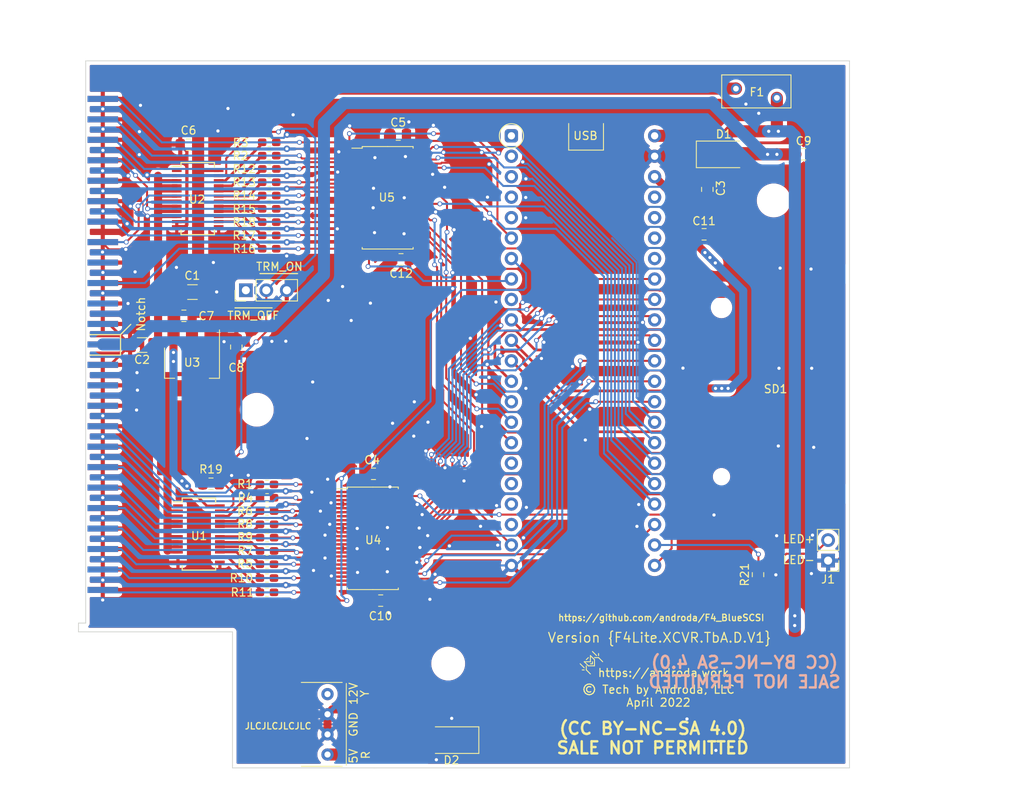
<source format=kicad_pcb>
(kicad_pcb (version 20211014) (generator pcbnew)
  (layers (0 "F.Cu" signal) (31 "B.Cu" signal) (34 "B.Paste" user) (35 "F.Paste" user) (36 "B.SilkS" user "B.Silkscreen") (37 "F.SilkS" user "F.Silkscreen") (38 "B.Mask" user) (39 "F.Mask" user) (44 "Edge.Cuts" user))
  (net 0 "")
  (net 1 "GND")
  (net 2 "+2V8")
  (net 3 "+5V")
  (net 4 "SD_CS")
  (net 5 "SD_CLK")
  (net 6 "SD_MISO")
  (net 7 "SD_MOSI")
  (net 8 "ATN")
  (net 9 "BSY")
  (net 10 "DBP")
  (net 11 "ACK")
  (net 12 "RST")
  (net 13 "MSG")
  (net 14 "SEL")
  (net 15 "CD")
  (net 16 "REQ")
  (net 17 "IO")
  (net 18 "DB7")
  (net 19 "DB6")
  (net 20 "DB5")
  (net 21 "DB4")
  (net 22 "DB3")
  (net 23 "DB2")
  (net 24 "DB1")
  (net 25 "DB0")
  (net 26 "+3V3")
  (net 27 "Net-(R1-Pad1)")
  (net 28 "Net-(R4-Pad1)")
  (net 29 "Net-(R5-Pad1)")
  (net 30 "Net-(R6-Pad1)")
  (net 31 "Net-(R7-Pad1)")
  (net 32 "Net-(R8-Pad1)")
  (net 33 "Net-(R9-Pad1)")
  (net 34 "Net-(U2-Pad1)")
  (net 35 "+5VP")
  (net 36 "+5F")
  (net 37 "DB4T")
  (net 38 "DB5T")
  (net 39 "DB6T")
  (net 40 "DB7T")
  (net 41 "ATNT")
  (net 42 "BSYT")
  (net 43 "ACKT")
  (net 44 "DBPT")
  (net 45 "RSTT")
  (net 46 "MSGT")
  (net 47 "SELT")
  (net 48 "CDT")
  (net 49 "REQT")
  (net 50 "IOT")
  (net 51 "DB0T")
  (net 52 "DB1T")
  (net 53 "DB3T")
  (net 54 "DB2T")
  (net 55 "Net-(J3-Pad20)")
  (net 56 "Net-(J3-Pad22)")
  (net 57 "Net-(J3-Pad24)")
  (net 58 "Net-(J3-Pad25)")
  (net 59 "Net-(J3-Pad28)")
  (net 60 "Net-(J3-Pad30)")
  (net 61 "Net-(J3-Pad34)")
  (net 62 "Net-(J4-Pad4)")
  (net 63 "Net-(R10-Pad1)")
  (net 64 "Net-(R11-Pad1)")
  (net 65 "Net-(U1-Pad1)")
  (net 66 "Net-(R2-Pad1)")
  (net 67 "Net-(R3-Pad1)")
  (net 68 "Net-(R12-Pad2)")
  (net 69 "Net-(R13-Pad2)")
  (net 70 "Net-(R14-Pad2)")
  (net 71 "Net-(R15-Pad2)")
  (net 72 "Net-(R16-Pad2)")
  (net 73 "Net-(R17-Pad2)")
  (net 74 "Net-(R18-Pad2)")
  (net 75 "Net-(J1-Pad2)")
  (net 76 "BP_TATr")
  (net 77 "DBPTr")
  (net 78 "BP_INTr")
  (net 79 "Net-(D2-Pad2)")
  (net 80 "Net-(SD1-Pad11)")
  (net 81 "Net-(SD1-Pad3)")
  (net 82 "Net-(SD1-Pad2)")
  (net 83 "Net-(SD1-Pad1)")
  (net 84 "Net-(J2-Pad2)")
  (net 85 "Net-(J2-Pad1)")
  (net 86 "Net-(R21-Pad2)")
  (net 87 "Net-(U6-Pad41)")
  (net 88 "Net-(U6-Pad40)")
  (net 89 "Net-(U6-Pad39)")
  (net 90 "Net-(U6-Pad38)")
  (net 91 "Net-(U6-Pad20)")
  (net 92 "Net-(U6-Pad19)")
  (net 93 "Net-(U6-Pad18)")
  (net 94 "Net-(U6-Pad17)")
  (net 95 "Net-(U6-Pad9)")
  (net 96 "Net-(U6-Pad5)")
  (net 97 "Net-(U6-Pad4)")
  (net 98 "Net-(U6-Pad3)")
  (net 99 "Net-(U6-Pad2)")
  (net 100 "Net-(U6-Pad1)")
  (footprint "CustomFootprints:SCSI50_EdgeConn" (layer "F.Cu") (at 107.01782 58.36412)
    (fp_text reference "J3" hide)
    (fp_text value "SCSI_50Pin")
  )
  (footprint "Resistor_SMD:R_0603_1608Metric_Pad1.05x0.95mm_HandSolder" (layer "F.Cu") (at 127.41278 119.68988)
    (fp_text reference "R6")
    (fp_text value "R")
  )
  (footprint "Resistor_SMD:R_0603_1608Metric_Pad1.05x0.95mm_HandSolder" (layer "F.Cu") (at 127.41278 118.03888)
    (fp_text reference "R4")
    (fp_text value "R")
  )
  (footprint "Resistor_SMD:R_0603_1608Metric_Pad1.05x0.95mm_HandSolder" (layer "F.Cu") (at 127.39878 126.29388)
    (fp_text reference "R5")
    (fp_text value "R")
  )
  (footprint "Resistor_SMD:R_0603_1608Metric_Pad1.05x0.95mm_HandSolder" (layer "F.Cu") (at 127.39878 128.00838)
    (fp_text reference "R10")
    (fp_text value "R")
  )
  (footprint "Resistor_SMD:R_0603_1608Metric_Pad1.05x0.95mm_HandSolder" (layer "F.Cu") (at 127.41278 124.64288)
    (fp_text reference "R7")
    (fp_text value "R")
  )
  (footprint "Resistor_SMD:R_0603_1608Metric_Pad1.05x0.95mm_HandSolder" (layer "F.Cu") (at 127.41278 121.34088)
    (fp_text reference "R8")
    (fp_text value "R")
  )
  (footprint "Resistor_SMD:R_0603_1608Metric_Pad1.05x0.95mm_HandSolder" (layer "F.Cu") (at 127.39878 116.38788)
    (fp_text reference "R1")
    (fp_text value "R")
  )
  (footprint "Resistor_SMD:R_0603_1608Metric_Pad1.05x0.95mm_HandSolder" (layer "F.Cu") (at 127.39878 129.78638)
    (fp_text reference "R11")
    (fp_text value "R")
  )
  (footprint "Resistor_SMD:R_0603_1608Metric_Pad1.05x0.95mm_HandSolder" (layer "F.Cu") (at 127.41278 122.99188)
    (fp_text reference "R9")
    (fp_text value "R")
  )
  (footprint "CustomFootprints:BergFloppy_RightAngle" (layer "F.Cu") (at 140.04418 146.17446 -90)
    (fp_text reference "J4" hide)
    (fp_text value "BergFloppy")
  )
  (footprint "MountingHole:MountingHole_3.2mm_M3" (layer "F.Cu") (at 149.90064 138.62812)
    (fp_text reference "REF**" hide)
    (fp_text value "MountingHole_3.2mm_M3")
  )
  (footprint "MountingHole:MountingHole_3.2mm_M3" (layer "F.Cu") (at 126.13894 107.11688)
    (fp_text reference "REF**" hide)
    (fp_text value "MountingHole_3.2mm_M3")
  )
  (footprint "MountingHole:MountingHole_3.2mm_M3" (layer "F.Cu") (at 190.31458 81.1276)
    (fp_text reference "REF**" hide)
    (fp_text value "MountingHole_3.2mm_M3")
  )
  (footprint "Capacitor_SMD:C_1206_3216Metric_Pad1.42x1.75mm_HandSolder" (layer "F.Cu") (at 118.15158 92.5068)
    (fp_text reference "C1")
    (fp_text value "20uF")
  )
  (footprint "Capacitor_SMD:C_1206_3216Metric_Pad1.42x1.75mm_HandSolder" (layer "F.Cu") (at 111.89876 99.08286 180)
    (fp_text reference "C2")
    (fp_text value "20uF")
  )
  (footprint "Resistor_SMD:R_0603_1608Metric_Pad1.05x0.95mm_HandSolder" (layer "F.Cu") (at 127.67942 73.91654)
    (fp_text reference "R3")
    (fp_text value "R")
  )
  (footprint "Resistor_SMD:R_0603_1608Metric_Pad1.05x0.95mm_HandSolder" (layer "F.Cu") (at 127.67942 75.56754)
    (fp_text reference "R2")
    (fp_text value "R")
  )
  (footprint "Resistor_SMD:R_0603_1608Metric_Pad1.05x0.95mm_HandSolder" (layer "F.Cu") (at 127.67942 83.82254 180)
    (fp_text reference "R18")
    (fp_text value "R")
  )
  (footprint "Resistor_SMD:R_0603_1608Metric_Pad1.05x0.95mm_HandSolder" (layer "F.Cu") (at 127.67942 85.47354 180)
    (fp_text reference "R17")
    (fp_text value "R")
  )
  (footprint "Resistor_SMD:R_0603_1608Metric_Pad1.05x0.95mm_HandSolder" (layer "F.Cu") (at 127.67942 87.12454 180)
    (fp_text reference "R16")
    (fp_text value "R")
  )
  (footprint "Resistor_SMD:R_0603_1608Metric_Pad1.05x0.95mm_HandSolder" (layer "F.Cu") (at 127.67942 82.17154 180)
    (fp_text reference "R15")
    (fp_text value "R")
  )
  (footprint "Resistor_SMD:R_0603_1608Metric_Pad1.05x0.95mm_HandSolder" (layer "F.Cu") (at 127.67942 80.52054 180)
    (fp_text reference "R14")
    (fp_text value "R")
  )
  (footprint "Resistor_SMD:R_0603_1608Metric_Pad1.05x0.95mm_HandSolder" (layer "F.Cu") (at 127.67942 78.86954 180)
    (fp_text reference "R13")
    (fp_text value "R")
  )
  (footprint "Resistor_SMD:R_0603_1608Metric_Pad1.05x0.95mm_HandSolder" (layer "F.Cu") (at 127.69342 77.21854 180)
    (fp_text reference "R12")
    (fp_text value "R")
  )
  (footprint "Package_TO_SOT_SMD:SOT-223-3_TabPin2" (layer "F.Cu") (at 118.09322 101.29692 -90)
    (fp_text reference "U3")
    (fp_text value "AMS1117CD-2.85")
  )
  (footprint "Package_SO:SSOP-24_3.9x8.7mm_P0.635mm" (layer "F.Cu") (at 118.80342 80.90154)
    (fp_text reference "U2")
    (fp_text value "SN74CBTD3861DBQR")
  )
  (footprint "Package_SO:SSOP-24_3.9x8.7mm_P0.635mm" (layer "F.Cu") (at 118.95328 122.54738)
    (fp_text reference "U1")
    (fp_text value "SN74CBTD3861DBQR")
  )
  (footprint "CustomFootprints:Fuse_BelFuse_0ZRE0005FF_L8.3mm_W3.8mm" (layer "F.Cu") (at 190.70574 68.39204 180)
    (fp_text reference "F1")
    (fp_text value "Polyfuse")
  )
  (footprint "Capacitor_SMD:C_0805_2012Metric_Pad1.15x1.40mm_HandSolder" (layer "F.Cu") (at 182.06974 79.75854 -90)
    (fp_text reference "C3")
    (fp_text value "4.7uF")
  )
  (footprint "CustomFootprints:SpaceshipBug" (layer "F.Cu") (at 167.29964 135.34898)
    (fp_text reference "REF**" hide)
    (fp_text value "SpaceshipBug" hide)
  )
  (footprint "Package_SO:TSSOP-48_6.1x12.5mm_P0.5mm" (layer "F.Cu") (at 140.54484 123.08072)
    (fp_text reference "U4")
    (fp_text value "SN74ALVTH162245VR")
  )
  (footprint "Package_SO:TSSOP-48_6.1x12.5mm_P0.5mm" (layer "F.Cu") (at 142.38732 80.80248)
    (fp_text reference "U5")
    (fp_text value "SN74ALVTH162245VR")
  )
  (footprint "Capacitor_SMD:C_0805_2012Metric_Pad1.15x1.40mm_HandSolder" (layer "F.Cu") (at 140.62572 115.07216)
    (fp_text reference "C4")
    (fp_text value "0.1uF")
  )
  (footprint "Capacitor_SMD:C_0805_2012Metric_Pad1.15x1.40mm_HandSolder" (layer "F.Cu") (at 143.69658 72.95388)
    (fp_text reference "C5")
    (fp_text value "0.1uF")
  )
  (footprint "Resistor_SMD:R_0805_2012Metric_Pad1.15x1.40mm_HandSolder" (layer "F.Cu") (at 120.45304 116.30406 180)
    (fp_text reference "R19")
    (fp_text value "5k+")
  )
  (footprint "Connector_PinHeader_2.54mm:PinHeader_1x02_P2.54mm_Vertical" (layer "F.Cu") (at 197.06336 125.839219 180)
    (fp_text reference "J1")
    (fp_text value "Conn_01x02_Male")
  )
  (footprint "Resistor_SMD:R_0805_2012Metric_Pad1.15x1.40mm_HandSolder" (layer "F.Cu") (at 188.36386 127.588119 90)
    (fp_text reference "R21")
    (fp_text value "R")
  )
  (footprint "Capacitor_SMD:C_0805_2012Metric_Pad1.15x1.40mm_HandSolder" (layer "F.Cu") (at 117.66042 74.2061 180)
    (fp_text reference "C6")
    (fp_text value "0.1uF")
  )
  (footprint "Capacitor_SMD:C_0805_2012Metric_Pad1.15x1.40mm_HandSolder" (layer "F.Cu") (at 117.085001 95.45574)
    (fp_text reference "C7")
    (fp_text value "0.1uF")
  )
  (footprint "Capacitor_SMD:C_0805_2012Metric_Pad1.15x1.40mm_HandSolder" (layer "F.Cu") (at 123.5964 99.32808 90)
    (fp_text reference "C8")
    (fp_text value "0.1uF")
  )
  (footprint "Capacitor_SMD:C_0805_2012Metric_Pad1.15x1.40mm_HandSolder" (layer "F.Cu") (at 194.02552 75.3999)
    (fp_text reference "C9")
    (fp_text value "4.7uF")
  )
  (footprint "Capacitor_SMD:C_0805_2012Metric_Pad1.15x1.40mm_HandSolder" (layer "F.Cu") (at 141.5198 130.81)
    (fp_text reference "C10")
    (fp_text value "4.7uF")
  )
  (footprint "Capacitor_SMD:C_0805_2012Metric_Pad1.15x1.40mm_HandSolder" (layer "F.Cu") (at 181.66958 85.33638)
    (fp_text reference "C11")
    (fp_text value "4.7uF")
  )
  (footprint "CustomFootprints:SOFNG_SD-001" (layer "F.Cu") (at 189.78118 103.92598 90)
    (fp_text reference "SD1" hide)
    (fp_text value "SOFNG_SD-001")
  )
  (footprint "Diode_SMD:D_SMA" (layer "F.Cu") (at 184.1058 75.41006)
    (fp_text reference "D1")
    (fp_text value "D")
  )
  (footprint "Diode_SMD:D_SMA" (layer "F.Cu") (at 150.30196 148.13026 180)
    (fp_text reference "D2")
    (fp_text value "D")
  )
  (footprint "Connector_PinHeader_2.54mm:PinHeader_1x03_P2.54mm_Vertical" (layer "F.Cu") (at 124.78004 92.28074 90)
    (fp_text reference "J2" hide)
    (fp_text value "Conn_01x03_Male")
  )
  (footprint "Capacitor_SMD:C_0805_2012Metric_Pad1.15x1.40mm_HandSolder" (layer "F.Cu") (at 144.04202 88.44788)
    (fp_text reference "C12")
    (fp_text value "4.7uF")
  )
  (footprint "CustomFootprints:GreenSCSI_F401" (layer "F.Cu") (at 165.3667 70.56374)
    (fp_text reference "U6" hide)
    (fp_text value "GreenSCSI_F401")
  )
  (gr_line (start 126.53264 90.21064) (end 131.20116 90.21064) (layer "F.SilkS") (width 0.15))
  (gr_line (start 109.22 97.79) (end 110.49 96.52) (layer "F.SilkS") (width 0.15))
  (gr_line (start 109.22 97.79) (end 109.22 100.33) (layer "F.SilkS") (width 0.15))
  (gr_line (start 123.4313 94.47022) (end 128.03632 94.47022) (layer "F.SilkS") (width 0.15))
  (gr_line (start 109.22 100.33) (end 105.41 100.33) (layer "F.SilkS") (width 0.15))
  (gr_line (start 105.41 97.79) (end 109.22 97.79) (layer "F.SilkS") (width 0.15))
  (gr_line (start 104.9 63.79972) (end 199.7202 63.79972) (layer "Edge.Cuts") (width 0.1))
  (gr_line (start 123.12142 151.5745) (end 140.716 151.5745) (layer "Edge.Cuts") (width 0.1))
  (gr_line (start 104.00284 133.60146) (end 104.00284 134.68604) (layer "Edge.Cuts") (width 0.1))
  (gr_line (start 199.7202 151.5745) (end 199.7202 63.79972) (layer "Edge.Cuts") (width 0.1))
  (gr_line (start 104.89946 133.60146) (end 104.00284 133.60146) (layer "Edge.Cuts") (width 0.1))
  (gr_line (start 123.12142 134.68604) (end 123.12142 151.5745) (layer "Edge.Cuts") (width 0.1))
  (gr_line (start 199.7202 151.5745) (end 140.716 151.5745) (layer "Edge.Cuts") (width 0.1))
  (gr_line (start 104.00284 134.68604) (end 123.12142 134.68604) (layer "Edge.Cuts") (width 0.1))
  (gr_line (start 104.89946 133.60146) (end 104.9 63.79972) (layer "Edge.Cuts") (width 0.1))
  (gr_text "(CC BY-NC-SA 4.0)\nSALE NOT PERMITTED" (at 186.69 139.7) (layer "B.SilkS") (effects (font (size 1.5 1.5) (thickness 0.3)) (justify mirror)))
  (gr_text "TRM_ON" (at 128.9431 89.34958) (layer "F.SilkS") (effects (font (size 1 1))))
  (gr_text "LED+" (at 193.41592 123.16968) (layer "F.SilkS") (effects (font (size 1 1))))
  (gr_text "SD1" (at 190.54826 104.54386) (layer "F.SilkS") (effects (font (size 1 1))))
  (gr_text "TRM_OFF" (at 125.69952 95.4278) (layer "F.SilkS") (effects (font (size 1 1))))
  (gr_text "Notch" (at 111.76 95.25 90) (layer "F.SilkS") (effects (font (size 1 1))))
  (gr_text "https://androda.work" (at 176.62144 139.77874) (layer "F.SilkS") (effects (font (size 1 1))))
  (gr_text "JLCJLCJLCJLC" (at 128.78308 146.38274) (layer "F.SilkS") (effects (font (size 0.8 0.8))))
  (gr_text "© Tech by Androda, LLC\nApril 2022" (at 176.00676 142.65402) (layer "F.SilkS") (effects (font (size 1 1))))
  (gr_text "(CC BY-NC-SA 4.0)\nSALE NOT PERMITTED" (at 175.3 147.89) (layer "F.SilkS") (effects (font (size 1.5 1.5) (thickness 0.3))))
  (gr_text "LED-" (at 193.41592 125.7554) (layer "F.SilkS") (effects (font (size 1 1))))
  (gr_text "https://github.com/androda/F4_BlueSCSI" (at 176.35 132.94) (layer "F.SilkS") (effects (font (size 0.8 0.8))))
  (gr_text "Version {F4Lite.XCVR.TbA.D.V1}" (at 176.1236 135.41248) (layer "F.SilkS") (effects (font (size 1.2 1.2))))
  (segment (start 136.17956 77.60462) (end 136.17956 77.60462) (width 0.25) (layer "F.Cu") (net 1))
  (segment (start 136.13384 84.65312) (end 136.13384 84.65312) (width 0.25) (layer "F.Cu") (net 1))
  (segment (start 144.75968 75.05954) (end 144.75968 76.0603) (width 0.4) (layer "F.Cu") (net 1))
  (segment (start 144.615461 87.154459) (end 144.615461 87.878359) (width 0.4) (layer "F.Cu") (net 1))
  (segment (start 125.82652 88.93302) (end 128.06645 88.93302) (width 0.25) (layer "F.Cu") (net 1))
  (segment (start 125.57252 88.93302) (end 125.82652 88.93302) (width 0.25) (layer "F.Cu") (net 1))
  (segment (start 110.57128 81.85404) (end 110.57128 81.85404) (width 0.25) (layer "F.Cu") (net 1))
  (segment (start 112.56264 83.07578) (end 112.56264 83.07578) (width 0.25) (layer "F.Cu") (net 1))
  (segment (start 110.16742 78.05674) (end 110.19028 78.03388) (width 0.25) (layer "F.Cu") (net 1))
  (segment (start 109.87786 87.20074) (end 109.87786 87.20074) (width 0.25) (layer "F.Cu") (net 1))
  (segment (start 110.04042 84.02066) (end 110.04042 84.02066) (width 0.25) (layer "F.Cu") (net 1))
  (segment (start 110.15218 93.92412) (end 110.16488 93.92412) (width 0.25) (layer "F.Cu") (net 1))
  (segment (start 111.6965 69.32168) (end 111.6965 69.32168) (width 0.25) (layer "F.Cu") (net 1))
  (segment (start 111.56696 72.5932) (end 111.56696 72.5932) (width 0.25) (layer "F.Cu") (net 1))
  (segment (start 111.55172 75.44816) (end 111.55172 75.44816) (width 0.25) (layer "F.Cu") (net 1))
  (segment (start 112.5093 77.96784) (end 112.5093 77.96784) (width 0.25) (layer "F.Cu") (net 1))
  (segment (start 107.01782 110.45698) (end 107.01782 110.45698) (width 0.25) (layer "F.Cu") (net 1))
  (segment (start 107.01782 110.45698) (end 107.01782 107.86618) (width 0.25) (layer "F.Cu") (net 1))
  (segment (start 107.01782 112.9919) (end 107.01782 110.45698) (width 0.25) (layer "F.Cu") (net 1))
  (segment (start 107.01782 115.5319) (end 107.01782 112.9919) (width 0.25) (layer "F.Cu") (net 1))
  (segment (start 107.01782 118.03126) (end 107.01782 115.5319) (width 0.25) (layer "F.Cu") (net 1))
  (segment (start 107.01782 120.5611) (end 107.01782 118.03126) (width 0.25) (layer "F.Cu") (net 1))
  (segment (start 107.01782 123.11888) (end 107.01782 120.5611) (width 0.25) (layer "F.Cu") (net 1))
  (segment (start 107.01782 125.68428) (end 107.01782 123.11888) (width 0.25) (layer "F.Cu") (net 1))
  (segment (start 107.01782 128.26492) (end 107.01782 125.68428) (width 0.25) (layer "F.Cu") (net 1))
  (segment (start 177.99685 96.22917) (end 178.562 95.66402) (width 0.33) (layer "F.Cu") (net 1))
  (segment (start 147.62734 130.64998) (end 148.05406 130.64998) (width 0.25) (layer "F.Cu") (net 1))
  (segment (start 139.94892 79.52232) (end 139.94892 79.52232) (width 0.25) (layer "F.Cu") (net 1))
  (segment (start 140.26642 74.73696) (end 140.26642 74.73696) (width 0.25) (layer "F.Cu") (net 1))
  (segment (start 122.12066 98.30308) (end 120.54938 98.30308) (width 1.5) (layer "F.Cu") (net 1))
  (segment (start 121.18848 92.5068) (end 119.63908 92.5068) (width 0.25) (layer "F.Cu") (net 1))
  (segment (start 190.96734 101.96578) (end 195.02626 101.96578) (width 1.5) (layer "F.Cu") (net 1))
  (segment (start 195.02626 101.96578) (end 196.66714 101.96578) (width 1.5) (layer "F.Cu") (net 1))
  (segment (start 138.46022 124.33072) (end 138.46022 124.33072) (width 0.25) (layer "F.Cu") (net 1))
  (segment (start 148.44014 127.78232) (end 148.44014 127.78232) (width 0.25) (layer "F.Cu") (net 1))
  (segment (start 107.01782 107.86618) (end 107.01782 101.54412) (width 0.25) (layer "F.Cu") (net 1))
  (segment (start 159.14243 93.79077) (end 159.25546 93.67774) (width 0.25) (layer "F.Cu") (net 1))
  (segment (start 161.50082 95.77324) (end 161.6583 95.61576) (width 0.25) (layer "F.Cu") (net 1))
  (segment (start 163.2966 96.17964) (end 163.2966 96.17964) (width 0.25) (layer "F.Cu") (net 1))
  (segment (start 146.304 121.79986) (end 146.27314 121.83072) (width 0.25) (layer "F.Cu") (net 1))
  (segment (start 146.05127 118.87581) (end 146.1008 118.92534) (width 0.25) (layer "F.Cu") (net 1))
  (segment (start 146.66722 120.13184) (end 146.66722 120.13184) (width 0.25) (layer "F.Cu") (net 1))
  (segment (start 149.49678 114.3127) (end 149.49678 114.3127) (width 0.25) (layer "F.Cu") (net 1))
  (segment (start 147.18284 112.29086) (end 147.18284 112.29086) (width 0.25) (layer "F.Cu") (net 1))
  (segment (start 173.4693 98.73742) (end 173.62678 98.73742) (width 0.25) (layer "F.Cu") (net 1))
  (segment (start 147.35556 122.74296) (end 147.35556 122.74296) (width 0.25) (layer "F.Cu") (net 1))
  (segment (start 148.05914 71.80072) (end 148.07946 71.82104) (width 0.25) (layer "F.Cu") (net 1))
  (segment (start 137.66927 71.87819) (end 137.668 71.87692) (width 0.25) (layer "F.Cu") (net 1))
  (segment (start 154.04846 75.16368) (end 154.04846 75.16368) (width 0.25) (layer "F.Cu") (net 1))
  (segment (start 154.98318 76.62164) (end 154.98318 76.62164) (width 0.25) (layer "F.Cu") (net 1))
  (segment (start 154.40152 83.4644) (end 154.56662 83.6295) (width 0.25) (layer "F.Cu") (net 1))
  (segment (start 165.49624 101.97846) (end 165.38194 101.86416) (width 0.25) (layer "F.Cu") (net 1))
  (segment (start 167.56888 106.91622) (end 167.56888 106.91622) (width 0.25) (layer "F.Cu") (net 1))
  (segment (start 156.14904 119.11838) (end 156.14904 119.11838) (width 0.25) (layer "F.Cu") (net 1))
  (segment (start 152.64638 98.24212) (end 152.64638 98.24212) (width 0.25) (layer "F.Cu") (net 1))
  (segment (start 150.45944 92.07246) (end 150.45944 102.33406) (width 0.25) (layer "F.Cu") (net 1))
  (segment (start 131.9784 124.06122) (end 135.30834 124.06122) (width 0.45) (layer "F.Cu") (net 1))
  (segment (start 131.85648 118.85422) (end 133.44398 118.85422) (width 0.25) (layer "F.Cu") (net 1))
  (segment (start 186.86018 69.16928) (end 185.31078 70.71868) (width 1.5) (layer "F.Cu") (net 1))
  (segment (start 155.79852 92.04452) (end 155.79852 90.46464) (width 0.25) (layer "F.Cu") (net 1))
  (segment (start 144.66062 81.70418) (end 144.66062 81.1149) (width 0.25) (layer "F.Cu") (net 1))
  (segment (start 107.01782 86.43874) (end 107.77982 87.20074) (width 0.25) (layer "F.Cu") (net 1))
  (segment (start 197.34612 68.96182) (end 194.0306 65.6463) (width 1.5) (layer "F.Cu") (net 1))
  (segment (start 147.262728 82.55248) (end 146.09982 82.55248) (width 0.25) (layer "F.Cu") (net 1))
  (segment (start 145.798209 122.305651) (end 146.27314 121.83072) (width 0.25) (layer "F.Cu") (net 1))
  (segment (start 146.09982 74.1385) (end 146.49704 73.74128) (width 0.25) (layer "F.Cu") (net 1))
  (segment (start 145.301618 128.83072) (end 145.97634 129.505442) (width 0.25) (layer "F.Cu") (net 1))
  (segment (start 144.615461 87.878359) (end 144.615461 88.339221) (width 0.4) (layer "F.Cu") (net 1))
  (segment (start 138.67482 82.05248) (end 140.5709 82.05248) (width 0.25) (layer "F.Cu") (net 1))
  (segment (start 140.80236 75.01128) (end 137.66927 71.87819) (width 0.25) (layer "F.Cu") (net 1))
  (segment (start 119.63908 92.5068) (end 120.39322 93.26094) (width 1.5) (layer "F.Cu") (net 1))
  (segment (start 156.35478 117.54358) (end 159.03956 117.54358) (width 0.33) (layer "F.Cu") (net 1))
  (segment (start 151.2697 114.101192) (end 150.067889 115.303003) (width 0.25) (layer "F.Cu") (net 1))
  (segment (start 117.45722 84.15274) (end 117.45722 83.64474) (width 0.4) (layer "F.Cu") (net 1))
  (segment (start 156.20746 108.826502) (end 156.20746 108.61802) (width 0.25) (layer "F.Cu") (net 1))
  (segment (start 138.67482 82.05248) (end 136.9514 82.05248) (width 0.25) (layer "F.Cu") (net 1))
  (segment (start 136.70846 76.55248) (end 136.698646 76.562294) (width 0.25) (layer "F.Cu") (net 1))
  (segment (start 130.660582 120.56618) (end 129.75082 120.56618) (width 0.25) (layer "F.Cu") (net 1))
  (segment (start 144.32692 84.55248) (end 144.41932 84.64488) (width 0.25) (layer "F.Cu") (net 1))
  (segment (start 150.45944 102.33406) (end 153.36774 105.24236) (width 0.25) (layer "F.Cu") (net 1))
  (segment (start 144.74462 86.05248) (end 144.615461 86.181639) (width 0.25) (layer "F.Cu") (net 1))
  (segment (start 111.00054 81.10474) (end 111.77778 81.10474) (width 0.25) (layer "F.Cu") (net 1))
  (segment (start 137.508028 85.05248) (end 137.367324 85.193184) (width 0.25) (layer "F.Cu") (net 1))
  (segment (start 144.25734 127.33072) (end 145.074438 127.33072) (width 0.25) (layer "F.Cu") (net 1))
  (segment (start 144.25734 117.33072) (end 144.2598 117.33072) (width 0.25) (layer "F.Cu") (net 1))
  (segment (start 144.4336 77.05248) (end 144.4336 76.71658) (width 0.25) (layer "F.Cu") (net 1))
  (segment (start 138.67482 82.55248) (end 136.81208 82.55248) (width 0.25) (layer "F.Cu") (net 1))
  (segment (start 130.69824 118.9101) (end 130.64236 118.85422) (width 0.25) (layer "F.Cu") (net 1))
  (segment (start 185.31078 70.71868) (end 180.43906 70.71868) (width 1.5) (layer "F.Cu") (net 1))
  (segment (start 133.44398 118.87962) (end 134.0231 119.45874) (width 0.25) (layer "F.Cu") (net 1))
  (segment (start 109.87786 87.20074) (end 109.957042 87.20074) (width 0.25) (layer "F.Cu") (net 1))
  (segment (start 157.314698 109.93374) (end 156.20746 108.826502) (width 0.25) (layer "F.Cu") (net 1))
  (segment (start 142.76324 121.33072) (end 142.35684 121.73712) (width 0.25) (layer "F.Cu") (net 1))
  (segment (start 138.67482 79.55248) (end 138.59034 79.55248) (width 0.25) (layer "F.Cu") (net 1))
  (segment (start 133.12394 83.33232) (end 132.78358 82.99196) (width 0.25) (layer "F.Cu") (net 1))
  (segment (start 138.67482 79.05248) (end 140.31728 79.05248) (width 0.25) (layer "F.Cu") (net 1))
  (segment (start 138.008028 84.55248) (end 137.367324 85.193184) (width 0.25) (layer "F.Cu") (net 1))
  (segment (start 148.267849 118.220643) (end 146.66722 119.821272) (width 0.25) (layer "F.Cu") (net 1))
  (segment (start 181.04612 101.96578) (end 179.0624 101.96578) (width 0.5) (layer "F.Cu") (net 1))
  (segment (start 159.4866 107.38358) (end 155.92806 107.38358) (width 0.25) (layer "F.Cu") (net 1))
  (segment (start 154.051 109.19968) (end 154.051 110.3249) (width 0.33) (layer "F.Cu") (net 1))
  (segment (start 129.87274 78.05166) (end 133.0452 78.05166) (width 0.25) (layer "F.Cu") (net 1))
  (segment (start 180.19716 109.46578) (end 179.4758 109.46578) (width 0.25) (layer "F.Cu") (net 1))
  (segment (start 159.54375 107.17403) (end 159.54375 109.72419) (width 0.25) (layer "F.Cu") (net 1))
  (segment (start 115.360398 125.46584) (end 114.5032 125.46584) (width 0.25) (layer "F.Cu") (net 1))
  (segment (start 150.067888 119.733056) (end 147.35556 122.445384) (width 0.25) (layer "F.Cu") (net 1))
  (segment (start 121.40342 89.02796) (end 121.49836 88.93302) (width 0.25) (layer "F.Cu") (net 1))
  (segment (start 156.279839 113.115101) (end 155.65374 113.7412) (width 0.33) (layer "F.Cu") (net 1))
  (segment (start 156.14904 117.74932) (end 156.35478 117.54358) (width 0.33) (layer "F.Cu") (net 1))
  (segment (start 155.65374 113.7412) (end 155.65374 114.23904) (width 0.33) (layer "F.Cu") (net 1))
  (segment (start 177.368479 107.358459) (end 167.777439 107.358459) (width 0.25) (layer "F.Cu") (net 1))
  (segment (start 156.72054 94.63024) (end 158.83636 94.63024) (width 0.25) (layer "F.Cu") (net 1))
  (segment (start 130.64236 118.85422) (end 130.93192 118.85422) (width 0.33) (layer "F.Cu") (net 1))
  (segment (start 138.67482 80.55248) (end 136.98716 80.55248) (width 0.25) (layer "F.Cu") (net 1))
  (segment (start 116.63542 74.2061) (end 117.45722 75.0279) (width 0.4) (layer "F.Cu") (net 1))
  (segment (start 129.75082 120.56618) (end 129.7305 120.54586) (width 0.25) (layer "F.Cu") (net 1))
  (segment (start 195.14612 92.45578) (end 197.34612 90.25578) (width 1.5) (layer "F.Cu") (net 1))
  (segment (start 134.60984 122.682) (end 132.44068 122.682) (width 0.25) (layer "F.Cu") (net 1))
  (segment (start 135.47612 127.83072) (end 135.3947 127.7493) (width 0.25) (layer "F.Cu") (net 1))
  (segment (start 137.747182 113.42624) (end 125.40234 113.42624) (width 0.25) (layer "F.Cu") (net 1))
  (segment (start 163.012281 96.463959) (end 163.2966 96.17964) (width 0.25) (layer "F.Cu") (net 1))
  (segment (start 136.83234 121.33072) (end 138.0998 121.33072) (width 0.25) (layer "F.Cu") (net 1))
  (segment (start 171.64304 70.61708) (end 171.64304 75.06462) (width 1.5) (layer "F.Cu") (net 1))
  (segment (start 147.03507 84.55248) (end 147.626635 85.144045) (width 0.25) (layer "F.Cu") (net 1))
  (segment (start 130.640262 120.54586) (end 129.7305 120.54586) (width 0.25) (layer "F.Cu") (net 1))
  (segment (start 145.55797 79.57747) (end 144.59023 79.57747) (width 0.25) (layer "F.Cu") (net 1))
  (segment (start 146.03222 130.37566) (end 146.7358 130.37566) (width 0.25) (layer "F.Cu") (net 1))
  (segment (start 110.44428 81.84642) (end 110.44428 81.661) (width 0.25) (layer "F.Cu") (net 1))
  (segment (start 135.51598 118.83072) (end 135.35406 118.6688) (width 0.25) (layer "F.Cu") (net 1))
  (segment (start 146.304 121.79986) (end 146.728264 121.79986) (width 0.25) (layer "F.Cu") (net 1))
  (segment (start 136.83234 127.33072) (end 138.40766 127.33072) (width 0.25) (layer "F.Cu") (net 1))
  (segment (start 145.28392 130.37566) (end 146.03222 130.37566) (width 0.25) (layer "F.Cu") (net 1))
  (segment (start 146.464462 110.39094) (end 147.847271 111.773749) (width 0.25) (layer "F.Cu") (net 1))
  (segment (start 136.98716 80.55248) (end 136.46217 81.07747) (width 0.25) (layer "F.Cu") (net 1))
  (segment (start 146.09982 79.55248) (end 145.58296 79.55248) (width 0.25) (layer "F.Cu") (net 1))
  (segment (start 146.09982 82.05248) (end 147.51018 82.05248) (width 0.25) (layer "F.Cu") (net 1))
  (segment (start 129.87274 74.71918) (end 134.5438 74.71918) (width 0.25) (layer "F.Cu") (net 1))
  (segment (start 133.49224 77.60462) (end 136.17956 77.60462) (width 0.25) (layer "F.Cu") (net 1))
  (segment (start 145.78726 125.84572) (end 145.9992 126.05766) (width 0.33) (layer "F.Cu") (net 1))
  (segment (start 144.70234 81.05248) (end 144.44472 80.79486) (width 0.25) (layer "F.Cu") (net 1))
  (segment (start 146.09982 81.05248) (end 144.70234 81.05248) (width 0.25) (layer "F.Cu") (net 1))
  (segment (start 155.65374 114.23904) (end 156.508439 115.093739) (width 0.33) (layer "F.Cu") (net 1))
  (segment (start 159.26308 100.798918) (end 159.26308 101.23678) (width 0.33) (layer "F.Cu") (net 1))
  (segment (start 138.67482 82.55248) (end 140.53064 82.55248) (width 0.25) (layer "F.Cu") (net 1))
  (segment (start 145.77326 124.83072) (end 146.39036 124.21362) (width 0.25) (layer "F.Cu") (net 1))
  (segment (start 129.7305 125.4887) (end 131.08686 125.4887) (width 0.25) (layer "F.Cu") (net 1))
  (segment (start 131.88696 123.79706) (end 131.88696 123.96978) (width 0.25) (layer "F.Cu") (net 1))
  (segment (start 175.5267 75.64374) (end 178.72456 75.64374) (width 1.5) (layer "F.Cu") (net 1))
  (segment (start 197.34612 117.55578) (end 197.34612 109.06424) (width 1.5) (layer "F.Cu") (net 1))
  (segment (start 149.566931 113.801311) (end 149.566931 113.201309) (width 0.25) (layer "F.Cu") (net 1))
  (segment (start 159.60598 119.23522) (end 159.60598 118.18874) (width 0.25) (layer "F.Cu") (net 1))
  (segment (start 134.16026 79.52232) (end 130.04038 79.52232) (width 0.25) (layer "F.Cu") (net 1))
  (segment (start 144.3355 117.25502) (end 144.3355 116.9797) (width 0.25) (layer "F.Cu") (net 1))
  (segment (start 112.006879 81.470999) (end 112.006879 82.520019) (width 0.142) (layer "F.Cu") (net 1))
  (segment (start 107.01782 71.06412) (end 110.03788 71.06412) (width 0.25) (layer "F.Cu") (net 1))
  (segment (start 111.958562 77.96784) (end 112.5093 77.96784) (width 0.25) (layer "F.Cu") (net 1))
  (segment (start 147.51018 82.05248) (end 147.74926 82.29156) (width 0.25) (layer "F.Cu") (net 1))
  (segment (start 129.7305 127.14986) (end 131.32562 127.14986) (width 0.25) (layer "F.Cu") (net 1))
  (segment (start 179.49026 80.78354) (end 182.06974 80.78354) (width 1.5) (layer "F.Cu") (net 1))
  (segment (start 172.33392 112.47628) (end 177.32502 112.47628) (width 0.25) (layer "F.Cu") (net 1))
  (segment (start 131.60756 117.221) (end 129.7305 117.221) (width 0.25) (layer "F.Cu") (net 1))
  (segment (start 110.134842 76.14412) (end 111.958562 77.96784) (width 0.25) (layer "F.Cu") (net 1))
  (segment (start 138.465721 114.144779) (end 137.747182 113.42624) (width 0.25) (layer "F.Cu") (net 1))
  (segment (start 161.50082 95.77324) (end 162.66922 94.60484) (width 0.25) (layer "F.Cu") (net 1))
  (segment (start 135.50518 123.79706) (end 135.53884 123.83072) (width 0.25) (layer "F.Cu") (net 1))
  (segment (start 146.09982 75.05248) (end 146.09982 74.1385) (width 0.25) (layer "F.Cu") (net 1))
  (segment (start 155.79852 90.46464) (end 156.63926 89.6239) (width 0.25) (layer "F.Cu") (net 1))
  (segment (start 146.09982 84.55248) (end 144.32692 84.55248) (width 0.25) (layer "F.Cu") (net 1))
  (segment (start 145.6027 118.33072) (end 146.1008 118.82882) (width 0.25) (layer "F.Cu") (net 1))
  (segment (start 129.7305 118.85422) (end 131.85648 118.85422) (width 0.25) (layer "F.Cu") (net 1))
  (segment (start 158.77286 87.08898) (end 156.337 87.08898) (width 0.25) (layer "F.Cu") (net 1))
  (segment (start 146.22526 79.04988) (end 149.0091 79.04988) (width 0.25) (layer "F.Cu") (net 1))
  (segment (start 138.67482 80.55248) (end 138.78668 80.55248) (width 0.25) (layer "F.Cu") (net 1))
  (segment (start 107.77982 87.20074) (end 109.87786 87.20074) (width 0.25) (layer "F.Cu") (net 1))
  (segment (start 177.21072 114.5794) (end 176.70272 115.0874) (width 0.25) (layer "F.Cu") (net 1))
  (segment (start 146.1008 118.92534) (end 145.69542 119.33072) (width 0.25) (layer "F.Cu") (net 1))
  (segment (start 144.25734 128.83072) (end 143.01278 128.83072) (width 0.25) (layer "F.Cu") (net 1))
  (segment (start 109.70768 73.60412) (end 111.55172 75.44816) (width 0.25) (layer "F.Cu") (net 1))
  (segment (start 156.508439 115.093739) (end 159.332919 115.093739) (width 0.33) (layer "F.Cu") (net 1))
  (segment (start 107.01782 78.68412) (end 109.54004 78.68412) (width 0.25) (layer "F.Cu") (net 1))
  (segment (start 147.07304 76.55248) (end 148.68964 76.55248) (width 0.25) (layer "F.Cu") (net 1))
  (segment (start 159.54375 104.45877) (end 159.54375 107.17403) (width 0.25) (layer "F.Cu") (net 1))
  (segment (start 129.87274 81.34096) (end 133.11632 81.34096) (width 0.25) (layer "F.Cu") (net 1))
  (segment (start 163.012281 96.588741) (end 163.012281 96.463959) (width 0.25) (layer "F.Cu") (net 1))
  (segment (start 150.067889 115.303003) (end 150.067888 119.733056) (width 0.25) (layer "F.Cu") (net 1))
  (segment (start 159.54375 107.44073) (end 159.4866 107.38358) (width 0.25) (layer "F.Cu") (net 1))
  (segment (start 136.83234 124.83072) (end 135.90512 124.83072) (width 0.25) (layer "F.Cu") (net 1))
  (segment (start 166.46906 103.562978) (end 166.46906 103.82504) (width 0.25) (layer "F.Cu") (net 1))
  (segment (start 156.63926 89.6239) (end 158.93796 89.6239) (width 0.25) (layer "F.Cu") (net 1))
  (segment (start 136.83234 121.83072) (end 135.68896 121.83072) (width 0.25) (layer "F.Cu") (net 1))
  (segment (start 151.2697 113.09604) (end 150.916479 112.742819) (width 0.25) (layer "F.Cu") (net 1))
  (segment (start 147.74926 82.29156) (end 147.74926 82.45348) (width 0.25) (layer "F.Cu") (net 1))
  (segment (start 172.19168 75.61326) (end 175.49622 75.61326) (width 1.5) (layer "F.Cu") (net 1))
  (segment (start 181.04612 109.46578) (end 180.19716 109.46578) (width 0.33) (layer "F.Cu") (net 1))
  (segment (start 146.09982 79.05248) (end 144.66056 79.05248) (width 0.25) (layer "F.Cu") (net 1))
  (segment (start 149.241931 112.876309) (end 148.499851 112.876309) (width 0.25) (layer "F.Cu") (net 1))
  (segment (start 110.03788 71.06412) (end 111.56696 72.5932) (width 0.25) (layer "F.Cu") (net 1))
  (segment (start 136.18896 122.33072) (end 135.19404 121.3358) (width 0.25) (layer "F.Cu") (net 1))
  (segment (start 121.18848 92.5068) (end 121.18848 92.5068) (width 0.25) (layer "F.Cu") (net 1))
  (segment (start 146.27314 121.83072) (end 144.25734 121.83072) (width 0.25) (layer "F.Cu") (net 1))
  (segment (start 146.09982 79.05248) (end 146.168931 79.121591) (width 0.25) (layer "F.Cu") (net 1))
  (segment (start 150.025421 112.742819) (end 149.566931 113.201309) (width 0.25) (layer "F.Cu") (net 1))
  (segment (start 197.34612 109.06424) (end 197.34612 102.64476) (width 1.5) (layer "F.Cu") (net 1))
  (segment (start 147.07304 76.55248) (end 144.58892 76.55248) (width 0.25) (layer "F.Cu") (net 1))
  (segment (start 137.18794 127.84074) (end 138.33602 127.84074) (width 0.25) (layer "F.Cu") (net 1))
  (segment (start 129.7305 128.88214) (end 131.0894 128.88214) (width 0.25) (layer "F.Cu") (net 1))
  (segment (start 131.88696 123.96978) (end 131.9784 124.06122) (width 0.25) (layer "F.Cu") (net 1))
  (segment (start 147.01012 130.64998) (end 147.62734 130.64998) (width 0.25) (layer "F.Cu") (net 1))
  (segment (start 146.09982 75.05248) (end 145.96562 75.05248) (width 0.25) (layer "F.Cu") (net 1))
  (segment (start 136.83234 123.83072) (end 138.46874 123.83072) (width 0.25) (layer "F.Cu") (net 1))
  (segment (start 150.38832 77.88656) (end 150.47722 77.79766) (width 0.25) (layer "F.Cu") (net 1))
  (segment (start 142.4488 127.33072) (end 142.3416 127.22352) (width 0.25) (layer "F.Cu") (net 1))
  (segment (start 146.09982 80.55248) (end 144.15116 80.55248) (width 0.25) (layer "F.Cu") (net 1))
  (segment (start 179.30368 76.22286) (end 179.30368 80.97012) (width 1.5) (layer "F.Cu") (net 1))
  (segment (start 144.25734 121.33072) (end 145.9484 121.33072) (width 0.25) (layer "F.Cu") (net 1))
  (segment (start 144.615461 86.181639) (end 144.615461 87.154459) (width 0.25) (layer "F.Cu") (net 1))
  (segment (start 110.89894 68.52412) (end 111.6965 69.32168) (width 0.25) (layer "F.Cu") (net 1))
  (segment (start 176.078701 92.273739) (end 163.087701 92.273739) (width 0.25) (layer "F.Cu") (net 1))
  (segment (start 178.744601 102.247979) (end 167.828239 102.247979) (width 0.25) (layer "F.Cu") (net 1))
  (segment (start 110.44428 81.661) (end 111.00054 81.10474) (width 0.25) (layer "F.Cu") (net 1))
  (segment (start 163.377719 96.588741) (end 163.49726 96.4692) (width 0.25) (layer "F.Cu") (net 1))
  (segment (start 135.19912 121.33072) (end 135.19404 121.3358) (width 0.25) (layer "F.Cu") (net 1))
  (segment (start 156.279839 112.553739) (end 156.279839 113.115101) (width 0.33) (layer "F.Cu") (net 1))
  (segment (start 136.83234 122.33072) (end 137.22274 122.33072) (width 0.25) (layer "F.Cu") (net 1))
  (segment (start 145.21744 86.55248) (end 144.615461 87.154459) (width 0.25) (layer "F.Cu") (net 1))
  (segment (start 172.96384 69.29628) (end 171.64304 70.61708) (width 1.5) (layer "F.Cu") (net 1))
  (segment (start 155.829 93.7387) (end 156.72054 94.63024) (width 0.25) (layer "F.Cu") (net 1))
  (segment (start 146.1008 118.82882) (end 146.1008 118.92534) (width 0.25) (layer "F.Cu") (net 1))
  (segment (start 136.9514 82.05248) (end 136.03986 82.96402) (width 0.25) (layer "F.Cu") (net 1))
  (segment (start 136.83234 127.83072) (end 135.47612 127.83072) (width 0.25) (layer "F.Cu") (net 1))
  (segment (start 159.56026 95.64624) (end 158.83636 94.92234) (width 0.25) (layer "F.Cu") (net 1))
  (segment (start 112.56264 84.595142) (end 112.56264 83.07578) (width 0.25) (layer "F.Cu") (net 1))
  (segment (start 120.54938 98.30308) (end 120.39322 98.14692) (width 1.5) (layer "F.Cu") (net 1))
  (segment (start 159.01162 92.19438) (end 155.94838 92.19438) (width 0.25) (layer "F.Cu") (net 1))
  (segment (start 144.94002 88.4682) (end 144.88414 88.41232) (width 0.25) (layer "F.Cu") (net 1))
  (segment (start 136.83234 121.83072) (end 138.58202 121.83072) (width 0.25) (layer "F.Cu") (net 1))
  (segment (start 137.17792 127.83072) (end 137.18794 127.84074) (width 0.25) (layer "F.Cu") (net 1))
  (segment (start 144.66062 82.03946) (end 144.66062 81.70418) (width 0.25) (layer "F.Cu") (net 1))
  (segment (start 147.35556 122.445384) (end 147.35556 122.74296) (width 0.25) (layer "F.Cu") (net 1))
  (segment (start 144.25734 122.33072) (end 142.46936 122.33072) (width 0.25) (layer "F.Cu") (net 1))
  (segment (start 146.22266 79.05248) (end 146.22526 79.04988) (width 0.25) (layer "F.Cu") (net 1))
  (segment (start 146.66722 119.821272) (end 146.66722 120.13184) (width 0.25) (layer "F.Cu") (net 1))
  (segment (start 146.728264 121.79986) (end 149.167869 119.360255) (width 0.25) (layer "F.Cu") (net 1))
  (segment (start 179.30368 80.97012) (end 179.49026 80.78354) (width 1.5) (layer "F.Cu") (net 1))
  (segment (start 109.94136 81.22412) (end 110.57128 81.85404) (width 0.25) (layer "F.Cu") (net 1))
  (segment (start 179.0446 101.94798) (end 178.744601 102.247979) (width 0.25) (layer "F.Cu") (net 1))
  (segment (start 151.2697 113.09604) (end 151.2697 114.101192) (width 0.25) (layer "F.Cu") (net 1))
  (segment (start 129.7305 123.79706) (end 131.88696 123.79706) (width 0.25) (layer "F.Cu") (net 1))
  (segment (start 181.04612 101.96578) (end 179.919018 101.96578) (width 0.33) (layer "F.Cu") (net 1))
  (segment (start 177.21072 112.59058) (end 177.21072 114.5794) (width 0.25) (layer "F.Cu") (net 1))
  (segment (start 135.509 144.31264) (end 139.79906 144.31264) (width 1) (layer "F.Cu") (net 1))
  (segment (start 146.09982 76.55248) (end 144.7464 76.55248) (width 0.25) (layer "F.Cu") (net 1))
  (segment (start 198.9709 119.18056) (end 197.34612 117.55578) (width 0.33) (layer "F.Cu") (net 1))
  (segment (start 146.2151 126.05766) (end 146.41576 125.857) (width 0.33) (layer "F.Cu") (net 1))
  (segment (start 107.01782 93.92412) (end 110.15218 93.92412) (width 0.25) (layer "F.Cu") (net 1))
  (segment (start 180.43906 70.71868) (end 180.43906 69.29628) (width 1.5) (layer "F.Cu") (net 1))
  (segment (start 129.7305 123.79706) (end 131.12242 123.79706) (width 0.25) (layer "F.Cu") (net 1))
  (segment (start 153.416 108.17098) (end 149.026719 103.781699) (width 0.25) (layer "F.Cu") (net 1))
  (segment (start 120.39322 93.26094) (end 120.39322 98.14692) (width 1.5) (layer "F.Cu") (net 1))
  (segment (start 138.67482 76.55248) (end 136.70846 76.55248) (width 0.25) (layer "F.Cu") (net 1))
  (segment (start 113.17986 74.2061) (end 111.56696 72.5932) (width 0.142) (layer "F.Cu") (net 1))
  (segment (start 142.91552 124.83072) (end 142.71498 124.63018) (width 0.25) (layer "F.Cu") (net 1))
  (segment (start 144.25734 123.83072) (end 142.70292 123.83072) (width 0.25) (layer "F.Cu") (net 1))
  (segment (start 158.83636 94.63024) (end 158.83636 93.94952) (width 0.25) (layer "F.Cu") (net 1))
  (segment (start 131.046232 120.13989) (end 130.640262 120.54586) (width 0.25) (layer "F.Cu") (net 1))
  (segment (start 159.52724 87.84336) (end 158.77286 87.08898) (width 0.25) (layer "F.Cu") (net 1))
  (segment (start 180.619118 117.55578) (end 182.84612 117.55578) (width 0.33) (layer "F.Cu") (net 1))
  (segment (start 149.241931 114.126311) (end 149.566931 113.801311) (width 0.25) (layer "F.Cu") (net 1))
  (segment (start 144.67364 82.05248) (end 144.66062 82.03946) (width 0.25) (layer "F.Cu") (net 1))
  (segment (start 110.44428 81.84642) (end 111.043221 81.247479) (width 0.142) (layer "F.Cu") (net 1))
  (segment (start 138.57116 81.05248) (end 138.54617 81.07747) (width 0.25) (layer "F.Cu") (net 1))
  (segment (start 144.25734 124.33072) (end 145.83944 124.33072) (width 0.25) (layer "F.Cu") (net 1))
  (segment (start 147.9677 77.88656) (end 150.38832 77.88656) (width 0.25) (layer "F.Cu") (net 1))
  (segment (start 158.83636 94.92234) (end 158.83636 94.63024) (width 0.25) (layer "F.Cu") (net 1))
  (segment (start 138.67482 76.55248) (end 140.54132 76.55248) (width 0.25) (layer "F.Cu") (net 1))
  (segment (start 146.49704 73.74128) (end 148.9456 73.74128) (width 0.25) (layer "F.Cu") (net 1))
  (segment (start 138.78668 80.55248) (end 138.79284 80.55864) (width 0.25) (layer "F.Cu") (net 1))
  (segment (start 177.99685 92.32519) (end 176.130152 92.32519) (width 0.25) (layer "F.Cu") (net 1))
  (segment (start 159.1437 104.85882) (end 156.27604 104.85882) (width 0.25) (layer "F.Cu") (net 1))
  (segment (start 159.61106 95.64624) (end 160.10636 96.14154) (width 0.25) (layer "F.Cu") (net 1))
  (segment (start 149.566931 113.201309) (end 149.241931 112.876309) (width 0.25) (layer "F.Cu") (net 1))
  (segment (start 107.01782 76.14412) (end 110.134842 76.14412) (width 0.25) (layer "F.Cu") (net 1))
  (segment (start 117.34292 83.75904) (end 116.20342 83.75904) (width 0.4) (layer "F.Cu") (net 1))
  (segment (start 138.67482 86.05248) (end 140.55616 86.05248) (width 0.25) (layer "F.Cu") (net 1))
  (segment (start 144.41932 84.64488) (end 144.41932 85.2678) (width 0.25) (layer "F.Cu") (net 1))
  (segment (start 197.34612 75.21276) (end 197.34612 68.96182) (width 1.5) (layer "F.Cu") (net 1))
  (segment (start 148.68964 76.55248) (end 148.983838 76.55248) (width 0.25) (layer "F.Cu") (net 1))
  (segment (start 160.10636 96.14154) (end 160.5026 96.14154) (width 0.25) (layer "F.Cu") (net 1))
  (segment (start 163.087701 92.273739) (end 162.942479 92.273739) (width 0.25) (layer "F.Cu") (net 1))
  (segment (start 131.97104 124.33072) (end 131.7498 124.10948) (width 0.25) (layer "F.Cu") (net 1))
  (segment (start 136.83234 124.33072) (end 138.46022 124.33072) (width 0.25) (layer "F.Cu") (net 1))
  (segment (start 146.304 121.79986) (end 146.304 121.79986) (width 0.25) (layer "F.Cu") (net 1))
  (segment (start 131.09702 120.56618) (end 130.660582 120.56618) (width 0.25) (layer "F.Cu") (net 1))
  (segment (start 134.5438 74.71918) (end 134.5692 74.74458) (width 0.25) (layer "F.Cu") (net 1))
  (segment (start 177.32502 112.47628) (end 177.21072 112.59058) (width 0.25) (layer "F.Cu") (net 1))
  (segment (start 148.05406 130.64998) (end 150.03018 130.64998) (width 0.25) (layer "F.Cu") (net 1))
  (segment (start 145.58152 125.84572) (end 145.78726 125.84572) (width 0.33) (layer "F.Cu") (net 1))
  (segment (start 167.828239 102.247979) (end 167.784059 102.247979) (width 0.25) (layer "F.Cu") (net 1))
  (segment (start 136.83234 127.33072) (end 135.81328 127.33072) (width 0.25) (layer "F.Cu") (net 1))
  (segment (start 111.783359 81.247479) (end 112.006879 81.470999) (width 0.142) (layer "F.Cu") (net 1))
  (segment (start 132.237594 122.682) (end 132.153717 122.598123) (width 0.25) (layer "F.Cu") (net 1))
  (segment (start 129.7305 122.20702) (end 130.32373 122.20702) (width 0.25) (layer "F.Cu") (net 1))
  (segment (start 173.82236 116.89842) (end 174.5361 117.61216) (width 0.25) (layer "F.Cu") (net 1))
  (segment (start 136.90952 118.79154) (end 136.93984 118.79154) (width 0.25) (layer "F.Cu") (net 1))
  (segment (start 121.55328 126.03988) (end 121.55328 127.69246) (width 0.25) (layer "F.Cu") (net 1))
  (segment (start 159.60598 118.18874) (end 166.92372 110.871) (width 0.25) (layer "F.Cu") (net 1))
  (segment (start 158.83636 93.94952) (end 158.98368 93.94952) (width 0.25) (layer "F.Cu") (net 1))
  (segment (start 197.34612 117.55578) (end 192.62902 117.55578) (width 0.33) (layer "F.Cu") (net 1))
  (segment (start 147.699951 111.773749) (end 147.18284 112.29086) (width 0.25) (layer "F.Cu") (net 1))
  (segment (start 129.7305 122.20702) (end 130.78757 122.20702) (width 0.25) (layer "F.Cu") (net 1))
  (segment (start 177.99685 96.22917) (end 177.99685 92.32519) (width 0.33) (layer "F.Cu") (net 1))
  (segment (start 136.83234 119.33072) (end 137.1285 119.33072) (width 0.25) (layer "F.Cu") (net 1))
  (segment (start 178.562 95.66402) (end 178.562 94.992898) (width 0.33) (layer "F.Cu") (net 1))
  (segment (start 144.25734 118.83072) (end 146.00618 118.83072) (width 0.25) (layer "F.Cu") (net 1))
  (segment (start 150.916479 112.742819) (end 150.025421 112.742819) (width 0.25) (layer "F.Cu") (net 1))
  (segment (start 194.0306 65.6463) (end 190.38316 65.6463) (width 1.5) (layer "F.Cu") (net 1))
  (segment (start 147.02636 88.41232) (end 144.88414 88.41232) (width 0.4) (layer "F.Cu") (net 1))
  (segment (start 149.167869 114.126311) (end 149.241931 114.126311) (width 0.25) (layer "F.Cu") (net 1))
  (segment (start 144.41932 85.2678) (end 144.41932 85.985498) (width 0.25) (layer "F.Cu") (net 1))
  (segment (start 159.14243 93.79077) (end 159.14243 92.32519) (width 0.25) (layer "F.Cu") (net 1))
  (segment (start 159.52724 89.03462) (end 159.52724 87.84336) (width 0.25) (layer "F.Cu") (net 1))
  (segment (start 147.626635 85.639683) (end 152.64638 90.659428) (width 0.25) (layer "F.Cu") (net 1))
  (segment (start 144.88414 88.41232) (end 144.68856 88.41232) (width 0.4) (layer "F.Cu") (net 1))
  (segment (start 147.74926 82.45348) (end 147.5613 82.64144) (width 0.25) (layer "F.Cu") (net 1))
  (segment (start 116.35328 126.03988) (end 114.72926 126.03988) (width 0.25) (layer "F.Cu") (net 1))
  (segment (start 146.09982 85.05248) (end 147.53507 85.05248) (width 0.25) (layer "F.Cu") (net 1))
  (segment (start 135.04418 125.4887) (end 135.24992 125.69444) (width 0.25) (layer "F.Cu") (net 1))
  (segment (start 149.167869 119.360255) (end 149.167869 114.126311) (width 0.25) (layer "F.Cu") (net 1))
  (segment (start 134.6301 79.05248) (end 134.16026 79.52232) (width 0.25) (layer "F.Cu") (net 1))
  (segment (start 107.01782 86.30412) (end 107.01782 86.43874) (width 0.25) (layer "F.Cu") (net 1))
  (segment (start 135.69214 118.33072) (end 135.35406 118.6688) (width 0.25) (layer "F.Cu") (net 1))
  (segment (start 147.53507 85.05248) (end 147.626635 85.144045) (width 0.25) (layer "F.Cu") (net 1))
  (segment (start 159.56026 95.655958) (end 159.56026 95.64624) (width 0.25) (layer "F.Cu") (net 1))
  (segment (start 144.25734 123.83072) (end 146.00746 123.83072) (width 0.25) (layer "F.Cu") (net 1))
  (segment (start 197.06336 125.839219) (end 198.24336 125.839219) (width 0.33) (layer "F.Cu") (net 1))
  (segment (start 136.83234 127.83072) (end 137.17792 127.83072) (width 0.25) (layer "F.Cu") (net 1))
  (segment (start 150.45944 90.09888) (end 150.45944 92.07246) (width 0.25) (layer "F.Cu") (net 1))
  (segment (start 148.442841 112.369319) (end 148.442841 112.933319) (width 0.25) (layer "F.Cu") (net 1))
  (segment (start 135.19404 121.3358) (end 134.79737 120.93913) (width 0.25) (layer "F.Cu") (net 1))
  (segment (start 146.304 121.68632) (end 146.304 121.79986) (width 0.25) (layer "F.Cu") (net 1))
  (segment (start 136.83234 124.33072) (end 135.80898 124.33072) (width 0.25) (layer "F.Cu") (net 1))
  (segment (start 136.83234 121.33072) (end 135.19912 121.33072) (width 0.25) (layer "F.Cu") (net 1))
  (segment (start 144.25734 122.33072) (end 144.4592 122.33072) (width 0.25) (layer "F.Cu") (net 1))
  (segment (start 162.66922 94.60484) (end 176.57826 94.60484) (width 0.25) (layer "F.Cu") (net 1))
  (segment (start 146.00746 123.83072) (end 146.39036 124.21362) (width 0.25) (layer "F.Cu") (net 1))
  (segment (start 144.25734 127.83072) (end 142.2503 127.83072) (width 0.25) (layer "F.Cu") (net 1))
  (segment (start 165.765759 102.247979) (end 165.49624 101.97846) (width 0.25) (layer "F.Cu") (net 1))
  (segment (start 167.777439 107.358459) (end 167.47744 107.05846) (width 0.25) (layer "F.Cu") (net 1))
  (segment (start 146.09982 86.05248) (end 144.74462 86.05248) (width 0.25) (layer "F.Cu") (net 1))
  (segment (start 181.04612 109.46578) (end 179.9977 109.46578) (width 0.33) (layer "F.Cu") (net 1))
  (segment (start 135.80898 124.33072) (end 131.97104 124.33072) (width 0.25) (layer "F.Cu") (net 1))
  (segment (start 149.087559 76.448759) (end 154.810299 76.448759) (width 0.25) (layer "F.Cu") (net 1))
  (segment (start 180.43906 69.29628) (end 172.96384 69.29628) (width 1.5) (layer "F.Cu") (net 1))
  (segment (start 131.762615 122.20702) (end 132.153717 122.598123) (width 0.25) (layer "F.Cu") (net 1))
  (segment (start 197.34612 102.64476) (end 197.34612 90.25578) (width 1.5) (layer "F.Cu") (net 1))
  (segment (start 146.09982 82.55248) (end 144.68354 82.55248) (width 0.25) (layer "F.Cu") (net 1))
  (segment (start 144.25734 121.33072) (end 142.76324 121.33072) (width 0.25) (layer "F.Cu") (net 1))
  (segment (start 144.25734 124.83072) (end 145.77326 124.83072) (width 0.25) (layer "F.Cu") (net 1))
  (segment (start 135.90512 124.83072) (end 135.40512 124.33072) (width 0.25) (layer "F.Cu") (net 1))
  (segment (start 145.01622 71.37908) (end 147.6375 71.37908) (width 0.25) (layer "F.Cu") (net 1))
  (segment (start 154.051 110.3249) (end 156.279839 112.553739) (width 0.33) (layer "F.Cu") (net 1))
  (segment (start 136.516692 76.38034) (end 136.698646 76.562294) (width 0.25) (layer "F.Cu") (net 1))
  (segment (start 148.26785 113.10831) (end 148.267849 118.220643) (width 0.25) (layer "F.Cu") (net 1))
  (segment (start 129.87274 86.32444) (end 132.24002 86.32444) (width 0.25) (layer "F.Cu") (net 1))
  (segment (start 146.09982 77.05248) (end 144.4336 77.05248) (width 0.25) (layer "F.Cu") (net 1))
  (segment (start 129.86004 90.72661) (end 128.06645 88.93302) (width 0.25) (layer "F.Cu") (net 1))
  (segment (start 137.367324 85.193184) (end 136.380848 86.17966) (width 0.25) (layer "F.Cu") (net 1))
  (segment (start 144.484269 122.305651) (end 145.798209 122.305651) (width 0.25) (layer "F.Cu") (net 1))
  (segment (start 131.1964 120.29154) (end 130.92176 120.56618) (width 0.25) (layer "F.Cu") (net 1))
  (segment (start 148.127559 128.094901) (end 148.44014 127.78232) (width 0.25) (layer "F.Cu") (net 1))
  (segment (start 144.25734 124.83072) (end 142.91552 124.83072) (width 0.25) (layer "F.Cu") (net 1))
  (segment (start 145.96562 75.05248) (end 145.95856 75.05954) (width 0.25) (layer "F.Cu") (net 1))
  (segment (start 152.64638 90.659428) (end 152.64638 98.24212) (width 0.25) (layer "F.Cu") (net 1))
  (segment (start 145.074438 127.33072) (end 145.838619 128.094901) (width 0.25) (layer "F.Cu") (net 1))
  (segment (start 145.62582 110.39094) (end 146.464462 110.39094) (width 0.25) (layer "F.Cu") (net 1))
  (segment (start 148.499851 112.876309) (end 148.442841 112.933319) (width 0.25) (layer "F.Cu") (net 1))
  (segment (start 146.09982 86.55248) (end 145.21744 86.55248) (width 0.25) (layer "F.Cu") (net 1))
  (segment (start 171.64304 75.06462) (end 172.19168 75.61326) (width 1.5) (layer "F.Cu") (net 1))
  (segment (start 138.67482 80.55248) (end 140.32376 80.55248) (width 0.25) (layer "F.Cu") (net 1))
  (segment (start 146.09982 85.05248) (end 144.63464 85.05248) (width 0.25) (layer "F.Cu") (net 1))
  (segment (start 147.351688 82.64144) (end 147.262728 82.55248) (width 0.25) (layer "F.Cu") (net 1))
  (segment (start 121.49836 88.93302) (end 125.57252 88.93302) (width 0.25) (layer "F.Cu") (net 1))
  (segment (start 131.89966 120.56618) (end 131.09702 120.56618) (width 0.25) (layer "F.Cu") (net 1))
  (segment (start 147.6375 71.37908) (end 148.05914 71.80072) (width 0.25) (layer "F.Cu") (net 1))
  (segment (start 159.14243 92.32519) (end 159.01162 92.19438) (width 0.25) (layer "F.Cu") (net 1))
  (segment (start 125.40234 113.42624) (end 123.9139 114.91468) (width 0.25) (layer "F.Cu") (net 1))
  (segment (start 175.49622 75.61326) (end 175.5267 75.64374) (width 1.5) (layer "F.Cu") (net 1))
  (segment (start 116.63542 74.2061) (end 113.17986 74.2061) (width 0.142) (layer "F.Cu") (net 1))
  (segment (start 145.97634 130.31978) (end 146.03222 130.37566) (width 0.25) (layer "F.Cu") (net 1))
  (segment (start 136.83234 122.33072) (end 138.9601 122.33072) (width 0.25) (layer "F.Cu") (net 1))
  (segment (start 144.4592 122.33072) (end 144.484269 122.305651) (width 0.25) (layer "F.Cu") (net 1))
  (segment (start 146.09982 79.55248) (end 149.40058 79.55248) (width 0.25) (layer "F.Cu") (net 1))
  (segment (start 107.01782 96.46412) (end 107.79252 96.46412) (width 0.33) (layer "F.Cu") (net 1))
  (segment (start 136.81208 82.55248) (end 136.36498 82.99958) (width 0.25) (layer "F.Cu") (net 1))
  (segment (start 190.38316 65.6463) (end 186.86018 69.16928) (width 1.5) (layer "F.Cu") (net 1))
  (segment (start 149.32914 75.16368) (end 154.04846 75.16368) (width 0.25) (layer "F.Cu") (net 1))
  (segment (start 130.660582 120.56618) (end 130.640262 120.54586) (width 0.25) (layer "F.Cu") (net 1))
  (segment (start 156.922481 99.853739) (end 158.317901 99.853739) (width 0.33) (layer "F.Cu") (net 1))
  (segment (start 129.7305 122.20702) (end 131.762615 122.20702) (width 0.25) (layer "F.Cu") (net 1))
  (segment (start 147.847271 111.773749) (end 147.699951 111.773749) (width 0.25) (layer "F.Cu") (net 1))
  (segment (start 148.983838 76.55248) (end 149.087559 76.448759) (width 0.25) (layer "F.Cu") (net 1))
  (segment (start 129.7305 118.85422) (end 130.64236 118.85422) (width 0.33) (layer "F.Cu") (net 1))
  (segment (start 144.25734 118.33072) (end 145.6027 118.33072) (width 0.25) (layer "F.Cu") (net 1))
  (segment (start 167.828239 102.247979) (end 165.765759 102.247979) (width 0.25) (layer "F.Cu") (net 1))
  (segment (start 144.25734 128.83072) (end 145.301618 128.83072) (width 0.25) (layer "F.Cu") (net 1))
  (segment (start 142.512 141.5997) (end 139.79906 144.31264) (width 1) (layer "F.Cu") (net 1))
  (segment (start 198.24336 125.839219) (end 198.9709 125.111679) (width 0.33) (layer "F.Cu") (net 1))
  (segment (start 197.34612 90.25578) (end 197.34612 75.21276) (width 1.5) (layer "F.Cu") (net 1))
  (segment (start 174.31512 115.0874) (end 173.82236 115.58016) (width 0.25) (layer "F.Cu") (net 1))
  (segment (start 137.1285 119.33072) (end 137.15349 119.35571) (width 0.25) (layer "F.Cu") (net 1))
  (segment (start 144.25734 119.33072) (end 145.69542 119.33072) (width 0.25) (layer "F.Cu") (net 1))
  (segment (start 176.130152 92.32519) (end 176.078701 92.273739) (width 0.25) (layer "F.Cu") (net 1))
  (segment (start 136.46217 81.07747) (end 135.97569 81.07747) (width 0.25) (layer "F.Cu") (net 1))
  (segment (start 129.87274 76.38034) (end 136.516692 76.38034) (width 0.25) (layer "F.Cu") (net 1))
  (segment (start 144.25734 128.83072) (end 144.25734 129.13048) (width 0.25) (layer "F.Cu") (net 1))
  (segment (start 159.56026 95.64624) (end 159.61106 95.64624) (width 0.25) (layer "F.Cu") (net 1))
  (segment (start 136.83234 124.83072) (end 138.4098 124.83072) (width 0.25) (layer "F.Cu") (net 1))
  (segment (start 144.68354 82.55248) (end 144.66062 82.52956) (width 0.25) (layer "F.Cu") (net 1))
  (segment (start 147.5613 82.64144) (end 147.351688 82.64144) (width 0.25) (layer "F.Cu") (net 1))
  (segment (start 144.41932 85.985498) (end 144.615461 86.181639) (width 0.25) (layer "F.Cu") (net 1))
  (segment (start 129.7305 120.54586) (end 130.65506 120.54586) (width 0.25) (layer "F.Cu") (net 1))
  (segment (start 144.25734 121.83072) (end 142.92872 121.83072) (width 0.25) (layer "F.Cu") (net 1))
  (segment (start 117.21592 84.39404) (end 117.45722 84.15274) (width 0.4) (layer "F.Cu") (net 1))
  (segment (start 136.83234 119.33072) (end 136.01598 119.33072) (width 0.25) (layer "F.Cu") (net 1))
  (segment (start 138.67482 81.05248) (end 140.61548 81.05248) (width 0.25) (layer "F.Cu") (net 1))
  (segment (start 163.012281 96.588741) (end 163.377719 96.588741) (width 0.25) (layer "F.Cu") (net 1))
  (segment (start 195.05052 75.3999) (end 197.15898 75.3999) (width 1.5) (layer "F.Cu") (net 1))
  (segment (start 111.043221 81.247479) (end 111.783359 81.247479) (width 0.142) (layer "F.Cu") (net 1))
  (segment (start 136.698646 76.562294) (end 137.188832 77.05248) (width 0.25) (layer "F.Cu") (net 1))
  (segment (start 136.83234 122.33072) (end 136.18896 122.33072) (width 0.25) (layer "F.Cu") (net 1))
  (segment (start 121.40342 92.29186) (end 121.18848 92.5068) (width 0.25) (layer "F.Cu") (net 1))
  (segment (start 179.4758 109.46578) (end 177.368479 107.358459) (width 0.25) (layer "F.Cu") (net 1))
  (segment (start 159.54375 109.72419) (end 159.3342 109.93374) (width 0.25) (layer "F.Cu") (net 1))
  (segment (start 145.9484 121.33072) (end 146.304 121.68632) (width 0.25) (layer "F.Cu") (net 1))
  (segment (start 144.66062 82.52956) (end 144.66062 81.70418) (width 0.25) (layer "F.Cu") (net 1))
  (segment (start 155.94838 92.19438) (end 155.79852 92.04452) (width 0.25) (layer "F.Cu") (net 1))
  (segment (start 146.00618 118.83072) (end 146.05127 118.87581) (width 0.25) (layer "F.Cu") (net 1))
  (segment (start 144.63464 85.05248) (end 144.41932 85.2678) (width 0.25) (layer "F.Cu") (net 1))
  (segment (start 156.279839 112.553739) (end 158.621741 112.553739) (width 0.33) (layer "F.Cu") (net 1))
  (segment (start 121.40342 84.39404) (end 121.40342 89.02796) (width 0.25) (layer "F.Cu") (net 1))
  (segment (start 131.09702 120.56618) (end 130.92176 120.56618) (width 0.25) (layer "F.Cu") (net 1))
  (segment (start 131.88696 123.79706) (end 135.50518 123.79706) (width 0.25) (layer "F.Cu") (net 1))
  (segment (start 144.615461 88.339221) (end 144.68856 88.41232) (width 0.4) (layer "F.Cu") (net 1))
  (segment (start 138.67482 79.55248) (end 140.13148 79.55248) (width 0.25) (layer "F.Cu") (net 1))
  (segment (start 129.87274 84.65312) (end 136.13384 84.65312) (width 0.25) (layer "F.Cu") (net 1))
  (segment (start 133.44398 118.85422) (end 133.44398 118.87962) (width 0.25) (layer "F.Cu") (net 1))
  (segment (start 159.3342 109.93374) (end 157.314698 109.93374) (width 0.25) (layer "F.Cu") (net 1))
  (segment (start 146.09982 84.55248) (end 147.03507 84.55248) (width 0.25) (layer "F.Cu") (net 1))
  (segment (start 109.957042 87.20074) (end 112.56264 84.595142) (width 0.25) (layer "F.Cu") (net 1))
  (segment (start 145.97634 129.505442) (end 145.97634 130.31978) (width 0.25) (layer "F.Cu") (net 1))
  (segment (start 141.39672 115.7224) (end 141.44498 115.77066) (width 0.25) (layer "F.Cu") (net 1))
  (segment (start 123.5964 98.30308) (end 122.12066 98.30308) (width 1.5) (layer "F.Cu") (net 1))
  (segment (start 136.83234 118.33072) (end 135.69214 118.33072) (width 0.25) (layer "F.Cu") (net 1))
  (segment (start 168.166399 107.513739) (end 167.56888 106.91622) (width 0.25) (layer "F.Cu") (net 1))
  (segment (start 136.83234 118.83072) (end 135.51598 118.83072) (width 0.25) (layer "F.Cu") (net 1))
  (segment (start 146.09982 76.55248) (end 147.07304 76.55248) (width 0.25) (layer "F.Cu") (net 1))
  (segment (start 116.20342 84.39404) (end 117.21592 84.39404) (width 0.4) (layer "F.Cu") (net 1))
  (segment (start 148.442841 112.933319) (end 148.26785 113.10831) (width 0.25) (layer "F.Cu") (net 1))
  (segment (start 161.13252 96.14154) (end 161.50082 95.77324) (width 0.25) (layer "F.Cu") (net 1))
  (segment (start 147.626635 85.144045) (end 147.626635 85.639683) (width 0.25) (layer "F.Cu") (net 1))
  (segment (start 147.847271 111.773749) (end 148.442841 112.369319) (width 0.25) (layer "F.Cu") (net 1))
  (segment (start 117.45722 75.0279) (end 117.45722 83.64474) (width 0.4) (layer "F.Cu") (net 1))
  (segment (start 109.78388 83.76412) (end 110.04042 84.02066) (width 0.25) (layer "F.Cu") (net 1))
  (segment (start 117.45722 83.64474) (end 117.34292 83.75904) (width 0.4) (layer "F.Cu") (net 1))
  (segment (start 145.28392 115.77066) (end 141.44498 115.77066) (width 0.25) (layer "F.Cu") (net 1))
  (segment (start 158.317901 99.853739) (end 159.26308 100.798918) (width 0.33) (layer "F.Cu") (net 1))
  (segment (start 112.006879 82.520019) (end 112.56264 83.07578) (width 0.142) (layer "F.Cu") (net 1))
  (segment (start 136.01598 119.33072) (end 135.35406 118.6688) (width 0.25) (layer "F.Cu") (net 1))
  (segment (start 149.0091 79.04988) (end 149.45614 79.49692) (width 0.25) (layer "F.Cu") (net 1))
  (segment (start 136.380848 86.17966) (end 134.9502 86.17966) (width 0.25) (layer "F.Cu") (net 1))
  (segment (start 170.72864 110.871) (end 172.33392 112.47628) (width 0.25) (layer "F.Cu") (net 1))
  (segment (start 138.67482 79.05248) (end 134.6301 79.05248) (width 0.25) (layer "F.Cu") (net 1))
  (segment (start 156.14904 119.11838) (end 156.14904 117.74932) (width 0.33) (layer "F.Cu") (net 1))
  (segment (start 107.01782 83.76412) (end 109.78388 83.76412) (width 0.25) (layer "F.Cu") (net 1))
  (segment (start 129.7305 125.4887) (end 135.04418 125.4887) (width 0.25) (layer "F.Cu") (net 1))
  (segment (start 138.54617 81.07747) (end 136.46217 81.07747) (width 0.25) (layer "F.Cu") (net 1))
  (segment (start 140.5709 82.05248) (end 140.58392 82.03946) (width 0.25) (layer "F.Cu") (net 1))
  (segment (start 138.58202 121.83072) (end 138.60526 121.85396) (width 0.25) (layer "F.Cu") (net 1))
  (segment (start 145.9992 126.05766) (end 146.2151 126.05766) (width 0.33) (layer "F.Cu") (net 1))
  (segment (start 132.44068 122.682) (end 132.21208 122.4534) (width 0.25) (layer "F.Cu") (net 1))
  (segment (start 166.92372 110.871) (end 170.72864 110.871) (width 0.25) (layer "F.Cu") (net 1))
  (segment (start 144.2598 117.33072) (end 144.3355 117.25502) (width 0.25) (layer "F.Cu") (net 1))
  (segment (start 142.4404 124.33072) (end 142.367 124.40412) (width 0.25) (layer "F.Cu") (net 1))
  (segment (start 161.78022 98.73742) (end 173.4693 98.73742) (width 0.25) (layer "F.Cu") (net 1))
  (segment (start 107.79252 96.46412) (end 110.41126 99.08286) (width 0.33) (layer "F.Cu") (net 1))
  (segment (start 144.94002 90.73642) (end 144.94002 88.4682) (width 0.25) (layer "F.Cu") (net 1))
  (segment (start 138.67482 85.05248) (end 137.508028 85.05248) (width 0.25) (layer "F.Cu") (net 1))
  (segment (start 158.98368 93.94952) (end 159.14243 93.79077) (width 0.25) (layer "F.Cu") (net 1))
  (segment (start 149.40058 79.55248) (end 149.45614 79.49692) (width 0.25) (layer "F.Cu") (net 1))
  (segment (start 159.54375 107.17403) (end 159.54375 107.44073) (width 0.25) (layer "F.Cu") (net 1))
  (segment (start 197.15898 75.3999) (end 197.34612 75.21276) (width 1.5) (layer "F.Cu") (net 1))
  (segment (start 134.60984 122.682) (end 132.237594 122.682) (width 0.25) (layer "F.Cu") (net 1))
  (segment (start 145.58296 79.55248) (end 145.55797 79.57747) (width 0.25) (layer "F.Cu") (net 1))
  (segment (start 140.80236 75.819) (end 140.80236 75.01128) (width 0.25) (layer "F.Cu") (net 1))
  (segment (start 145.838619 128.094901) (end 147.500179 128.094901) (width 0.25) (layer "F.Cu") (net 1))
  (segment (start 178.72456 75.64374) (end 179.30368 76.22286) (width 1.5) (layer "F.Cu") (net 1))
  (segment (start 107.01782 101.54412) (end 107.95 101.54412) (width 0.33) (layer "F.Cu") (net 1))
  (segment (start 135.53884 123.83072) (end 135.30834 124.06122) (width 0.25) (layer "F.Cu") (net 1))
  (segment (start 137.15349 119.35571) (end 138.48191 119.35571) (width 0.25) (layer "F.Cu") (net 1))
  (segment (start 107.95 101.54412) (end 110.41126 99.08286) (width 0.33) (layer "F.Cu") (net 1))
  (segment (start 181.099118 92.45578) (end 182.84612 92.45578) (width 0.33) (layer "F.Cu") (net 1))
  (segment (start 137.188832 77.05248) (end 138.67482 77.05248) (width 0.25) (layer "F.Cu") (net 1))
  (segment (start 196.66714 101.96578) (end 197.34612 102.64476) (width 1.5) (layer "F.Cu") (net 1))
  (segment (start 130.04038 79.52232) (end 129.87274 79.68996) (width 0.25) (layer "F.Cu") (net 1))
  (segment (start 121.40342 89.02796) (end 121.40342 92.29186) (width 0.25) (layer "F.Cu") (net 1))
  (segment (start 133.44398 118.85422) (end 133.4516 118.85422) (width 0.25) (layer "F.Cu") (net 1))
  (segment (start 179.0624 101.96578) (end 179.0446 101.94798) (width 0.5) (layer "F.Cu") (net 1))
  (segment (start 107.01782 119.32412) (end 107.6706 119.32412) (width 0.25) (layer "F.Cu") (net 1))
  (segment (start 146.09982 82.05248) (end 144.67364 82.05248) (width 0.25) (layer "F.Cu") (net 1))
  (segment (start 173.82236 115.58016) (end 173.82236 116.89842) (width 0.25) (layer "F.Cu") (net 1))
  (segment (start 116.35328 125.40488) (end 115.421358 125.40488) (width 0.25) (layer "F.Cu") (net 1))
  (segment (start 129.7305 125.4887) (end 131.80568 125.4887) (width 0.25) (layer "F.Cu") (net 1))
  (segment (start 138.67482 85.05248) (end 140.32034 85.05248) (width 0.25) (layer "F.Cu") (net 1))
  (segment (start 138.56018 79.52232) (end 134.16026 79.52232) (width 0.25) (layer "F.Cu") (net 1))
  (segment (start 133.11632 81.34096) (end 133.66496 80.79232) (width 0.25) (layer "F.Cu") (net 1))
  (segment (start 135.68896 121.83072) (end 135.19404 121.3358) (width 0.25) (layer "F.Cu") (net 1))
  (segment (start 156.36494 100.41128) (end 156.922481 99.853739) (width 0.33) (layer "F.Cu") (net 1))
  (segment (start 149.167869 114.126311) (end 149.310391 114.126311) (width 0.25) (layer "F.Cu") (net 1))
  (segment (start 138.67482 84.55248) (end 138.008028 84.55248) (width 0.25) (layer "F.Cu") (net 1))
  (segment (start 107.01782 129.48412) (end 107.01782 128.26492) (width 0.25) (layer "F.Cu") (net 1))
  (segment (start 144.7165 87.77732) (end 144.615461 87.878359) (width 0.4) (layer "F.Cu") (net 1))
  (segment (start 145.95856 75.05954) (end 144.75968 75.05954) (width 0.25) (layer "F.Cu") (net 1))
  (segment (start 198.9709 125.111679) (end 198.9709 119.18056) (width 0.33) (layer "F.Cu") (net 1))
  (segment (start 174.5361 117.61216) (end 177.00498 117.61216) (width 0.25) (layer "F.Cu") (net 1))
  (segment (start 146.7358 130.37566) (end 147.01012 130.64998) (width 0.25) (layer "F.Cu") (net 1))
  (segment (start 154.810299 76.448759) (end 154.98318 76.62164) (width 0.25) (layer "F.Cu") (net 1))
  (segment (start 162.942479 92.273739) (end 159.56026 95.655958) (width 0.25) (layer "F.Cu") (net 1))
  (segment (start 158.93796 89.6239) (end 159.52724 89.03462) (width 0.25) (layer "F.Cu") (net 1))
  (segment (start 131.85648 118.85422) (end 132.19193 118.85422) (width 0.25) (layer "F.Cu") (net 1))
  (segment (start 107.01782 73.60412) (end 109.70768 73.60412) (width 0.25) (layer "F.Cu") (net 1))
  (segment (start 133.20268 81.42732) (end 133.11632 81.34096) (width 0.25) (layer "F.Cu") (net 1))
  (segment (start 138.67482 81.05248) (end 138.57116 81.05248) (width 0.25) (layer "F.Cu") (net 1))
  (segment (start 107.01782 81.22412) (end 109.94136 81.22412) (width 0.25) (layer "F.Cu") (net 1))
  (segment (start 115.421358 125.40488) (end 115.360398 125.46584) (width 0.25) (layer "F.Cu") (net 1))
  (segment (start 196.94458 109.46578) (end 197.34612 109.06424) (width 1.5) (layer "F.Cu") (net 1))
  (segment (start 132.27261 120.93913) (end 131.89966 120.56618) (width 0.25) (layer "F.Cu") (net 1))
  (segment (start 109.54004 78.68412) (end 110.16742 78.05674) (width 0.25) (layer "F.Cu") (net 1))
  (segment (start 160.5026 96.14154) (end 160.949801 96.588741) (width 0.25) (layer "F.Cu") (net 1))
  (segment (start 177.99685 92.32519) (end 177.99685 86.22919) (width 0.33) (layer "F.Cu") (net 1))
  (segment (start 167.784059 102.247979) (end 166.46906 103.562978) (width 0.25) (layer "F.Cu") (net 1))
  (segment (start 133.0452 78.05166) (end 133.49224 77.60462) (width 0.25) (layer "F.Cu") (net 1))
  (segment (start 138.59034 79.55248) (end 138.56018 79.52232) (width 0.25) (layer "F.Cu") (net 1))
  (segment (start 146.09982 75.05248) (end 146.09982 74.65666) (width 0.25) (layer "F.Cu") (net 1))
  (segment (start 129.86004 92.28074) (end 129.86004 90.72661) (width 0.25) (layer "F.Cu") (net 1))
  (segment (start 134.91718 144.90446) (end 135.509 144.31264) (width 1) (layer "F.Cu") (net 1))
  (segment (start 136.83234 123.83072) (end 135.53884 123.83072) (width 0.25) (layer "F.Cu") (net 1))
  (segment (start 132.78358 82.99196) (end 133.07822 82.69732) (width 0.25) (layer "F.Cu") (net 1))
  (segment (start 137.22274 122.33072) (end 137.2423 122.31116) (width 0.25) (layer "F.Cu") (net 1))
  (segment (start 134.91718 147.41906) (end 134.91718 144.90446) (width 1) (layer "F.Cu") (net 1))
  (segment (start 129.87274 82.99196) (end 132.78358 82.99196) (width 0.25) (layer "F.Cu") (net 1))
  (segment (start 138.67482 77.05248) (end 140.27246 77.05248) (width 0.25) (layer "F.Cu") (net 1))
  (segment (start 160.5026 96.14154) (end 161.13252 96.14154) (width 0.25) (layer "F.Cu") (net 1))
  (segment (start 176.70272 115.0874) (end 174.31512 115.0874) (width 0.25) (layer "F.Cu") (net 1))
  (segment (start 147.500179 128.094901) (end 148.127559 128.094901) (width 0.25) (layer "F.Cu") (net 1))
  (segment (start 159.54375 104.45877) (end 159.1437 104.85882) (width 0.25) (layer "F.Cu") (net 1))
  (segment (start 160.949801 96.588741) (end 163.012281 96.588741) (width 0.25) (layer "F.Cu") (net 1))
  (segment (start 129.822531 128.974171) (end 129.7305 128.88214) (width 0.25) (layer "F.Cu") (net 1))
  (segment (start 135.80898 124.33072) (end 135.40512 124.33072) (width 0.25) (layer "F.Cu") (net 1))
  (segment (start 144.75968 71.4502) (end 144.75968 75.05954) (width 0.4) (layer "F.Cu") (net 1))
  (segment (start 149.310391 114.126311) (end 149.49678 114.3127) (width 0.25) (layer "F.Cu") (net 1))
  (segment (start 107.01782 68.52412) (end 110.89894 68.52412) (width 0.25) (layer "F.Cu") (net 1))
  (segment (start 134.79737 120.93913) (end 132.27261 120.93913) (width 0.25) (layer "F.Cu") (net 1))
  (segment (start 144.25734 124.33072) (end 142.4404 124.33072) (width 0.25) (layer "F.Cu") (net 1))
  (segment (start 182.84612 92.45578) (end 195.14612 92.45578) (width 1.5) (layer "F.Cu") (net 1))
  (segment (start 181.04612 101.96578) (end 190.96734 101.96578) (width 1.5) (layer "F.Cu") (net 1))
  (segment (start 136.83234 118.83072) (end 138.47038 118.83072) (width 0.25) (layer "F.Cu") (net 1))
  (segment (start 178.562 94.992898) (end 181.099118 92.45578) (width 0.33) (layer "F.Cu") (net 1))
  (segment (start 135.81328 127.33072) (end 135.3947 127.7493) (width 0.25) (layer "F.Cu") (net 1))
  (segment (start 149.026719 103.781699) (end 149.026719 89.667241) (width 0.25) (layer "F.Cu") (net 1))
  (segment (start 144.25734 127.33072) (end 142.4488 127.33072) (width 0.25) (layer "F.Cu") (net 1))
  (segment (start 146.09982 79.05248) (end 146.22266 79.05248) (width 0.25) (layer "F.Cu") (net 1))
  (via (at 147.62734 130.64998) (size 0.6) (drill 0.4) (layers "F.Cu" "B.Cu") (net 1))
  (via (at 194.99072 127.4572) (size 0.6) (drill 0.4) (layers "F.Cu" "B.Cu") (net 1))
  (via (at 173.4693 98.73742) (size 0.6) (drill 0.4) (layers "F.Cu" "B.Cu") (net 1))
  (via (at 145.9992 126.05766) (size 0.6) (drill 0.4) (layers "F.Cu" "B.Cu") (net 1))
  (via (at 133.07568 103.6701) (size 0.6) (drill 0.4) (layers "F.Cu" "B.Cu") (net 1))
  (via (at 154.97302 99.62642) (size 0.6) (drill 0.4) (layers "F.Cu" "B.Cu") (net 1))
  (via (at 110.15218 93.92412) (size 0.8) (drill 0.4) (layers "F.Cu" "B.Cu") (net 1))
  (via (at 190.67526 122.75312) (size 0.6) (drill 0.4) (layers "F.Cu" "B.Cu") (net 1))
  (via (at 107.01782 120.5611) (size 0.8) (drill 0.4) (layers "F.Cu" "B.Cu") (net 1))
  (via (at 163.2966 96.17964) (size 0.6) (drill 0.4) (layers "F.Cu" "B.Cu") (net 1))
  (via (at 129.87274 82.99196) (size 0.8) (drill 0.4) (layers "F.Cu" "B.Cu") (net 1))
  (via (at 107.01782 123.11888) (size 0.8) (drill 0.4) (layers "F.Cu" "B.Cu") (net 1))
  (via (at 166.24808 103.64724) (size 0.6) (drill 0.4) (layers "F.Cu" "B.Cu") (net 1))
  (via (at 188.4553 70.31228) (size 0.6) (drill 0.4) (layers "F.Cu" "B.Cu") (net 1))
  (via (at 122.56008 69.71538) (size 0.6) (drill 0.4) (layers "F.Cu" "B.Cu") (net 1))
  (via (at 110.04042 84.02066) (size 0.8) (drill 0.4) (layers "F.Cu" "B.Cu") (net 1))
  (via (at 149.32914 75.16368) (size 0.6) (drill 0.4) (layers "F.Cu" "B.Cu") (net 1))
  (via (at 142.367 124.40412) (size 0.6) (drill 0.4) (layers "F.Cu" "B.Cu") (net 1))
  (via (at 183.134 149.40534) (size 0.6) (drill 0.4) (layers "F.Cu" "B.Cu") (net 1))
  (via (at 159.54248 78.44028) (size 0.6) (drill 0.4) (layers "F.Cu" "B.Cu") (net 1))
  (via (at 142.66926 116.6876) (size 0.6) (drill 0.4) (layers "F.Cu" "B.Cu") (net 1))
  (via (at 142.56004 132.35178) (size 0.6) (drill 0.4) (layers "F.Cu" "B.Cu") (net 1))
  (via (at 107.01782 118.03126) (size 0.8) (drill 0.4) (layers "F.Cu" "B.Cu") (net 1))
  (via (at 138.59256 124.3584) (size 0.6) (drill 0.4) (layers "F.Cu" "B.Cu") (net 1))
  (via (at 107.01782 125.68428) (size 0.8) (drill 0.4) (layers "F.Cu" "B.Cu") (net 1))
  (via (at 107.00004 77.44714) (size 0.6) (drill 0.4) (layers "F.Cu" "B.Cu") (net 1))
  (via (at 154.40152 83.4644) (size 0.6) (drill 0.4) (layers "F.Cu" "B.Cu") (net 1))
  (via (at 147.35556 122.74296) (size 0.6) (drill 0.4) (layers "F.Cu" "B.Cu") (net 1))
  (via (at 149.45614 79.49692) (size 0.6) (drill 0.4) (layers "F.Cu" "B.Cu") (net 1))
  (via (at 122.0724 98.66376) (size 0.6) (drill 0.4) (layers "F.Cu" "B.Cu") (net 1))
  (via (at 148.05914 71.80072) (size 0.6) (drill 0.4) (layers "F.Cu" "B.Cu") (net 1))
  (via (at 121.15546 92.48902) (size 0.6) (drill 0.4) (layers "F.Cu" "B.Cu") (net 1))
  (via (at 138.6459 127.31242) (size 0.6) (drill 0.4) (layers "F.Cu" "B.Cu") (net 1))
  (via (at 179.0446 101.94798) (size 0.6) (drill 0.4) (layers "F.Cu" "B.Cu") (net 1))
  (via (at 153.36774 105.24236) (size 0.6) (drill 0.4) (layers "F.Cu" "B.Cu") (net 1))
  (via (at 147.9677 77.88656) (size 0.6) (drill 0.4) (layers "F.Cu" "B.Cu") (net 1))
  (via (at 154.97048 103.10114) (size 0.6) (drill 0.4) (layers "F.Cu" "B.Cu") (net 1))
  (via (at 135.3947 127.7493) (size 0.6) (drill 0.4) (layers "F.Cu" "B.Cu") (net 1))
  (via (at 156.13888 75.22972) (size 0.6) (drill 0.4) (layers "F.Cu" "B.Cu") (net 1))
  (via (at 140.80236 75.819) (size 0.6) (drill 0.4) (layers "F.Cu" "B.Cu") (net 1))
  (via (at 159.54375 104.45877) (size 0.6) (drill 0.4) (layers "F.Cu" "B.Cu") (net 1))
  (via (at 129.89052 72.95896) (size 0.8) (drill 0.4) (layers "F.Cu" "B.Cu") (net 1))
  (via (at 151.85898 115.951) (size 0.8) (drill 0.4) (layers "F.Cu" "B.Cu") (net 1))
  (via (at 145.62582 110.39094) (size 0.6) (drill 0.4) (layers "F.Cu" "B.Cu") (net 1))
  (via (at 137.66927 71.87819) (size 0.6) (drill 0.4) (layers "F.Cu" "B.Cu") (net 1))
  (via (at 107.03306 90.07348) (size 0.6) (drill 0.4) (layers "F.Cu" "B.Cu") (net 1))
  (via (at 107.00512 130.7338) (size 0.6) (drill 0.4) (layers "F.Cu" "B.Cu") (net 1))
  (via (at 151.2697 113.09604) (size 0.6) (drill 0.4) (layers "F.Cu" "B.Cu") (net 1))
  (via (at 135.19404 121.3358) (size 0.6) (drill 0.4) (layers "F.Cu" "B.Cu") (net 1))
  (via (at 159.24911 123.00585) (size 0.6) (drill 0.4) (layers "F.Cu" "B.Cu") (net 1))
  (via (at 109.87786 87.20074) (size 0.6) (drill 0.4) (layers "F.Cu" "B.Cu") (net 1))
  (via (at 111.21136 107.1499) (size 0.6) (drill 0.4) (layers "F.Cu" "B.Cu") (net 1))
  (via (at 154.04846 75.16368) (size 0.6) (drill 0.4) (layers "F.Cu" "B.Cu") (net 1))
  (via (at 130.64998 70.49516) (size 0.6) (drill 0.4) (layers "F.Cu" "B.Cu") (net 1))
  (via (at 190.96734 101.96578) (size 0.6) (drill 0.4) (layers "F.Cu" "B.Cu") (net 1))
  (via (at 112.5093 77.96784) (size 0.8) (drill 0.4) (layers "F.Cu" "B.Cu") (net 1))
  (via (at 154.77744 80.72374) (size 0.6) (drill 0.4) (layers "F.Cu" "B.Cu") (net 1))
  (via (at 159.5247 80.76184) (size 0.6) (drill 0.4) (layers "F.Cu" "B.Cu") (net 1))
  (via (at 149.49678 114.3127) (size 0.6) (drill 0.4) (layers "F.Cu" "B.Cu") (net 1))
  (via (at 134.93496 115.74272) (size 0.6) (drill 0.4) (layers "F.Cu" "B.Cu") (net 1))
  (via (at 132.36956 110.68304) (size 0.6) (drill 0.4) (layers "F.Cu" "B.Cu") (net 1))
  (via (at 167.47744 107.05846) (size 0.6) (drill 0.4) (layers "F.Cu" "B.Cu") (net 1))
  (via (at 116.15928 89.44356) (size 0.6) (drill 0.4) (layers "F.Cu" "B.Cu") (net 1))
  (via (at 136.17956 77.60462) (size 0.6) (drill 0.4) (layers "F.Cu" "B.Cu") (net 1))
  (via (at 107.0356 74.91222) (size 0.6) (drill 0.4) (layers "F.Cu" "B.Cu") (net 1))
  (via (at 111.55172 75.44816) (size 0.8) (drill 0.4) (layers "F.Cu" "B.Cu") (net 1))
  (via (at 138.60526 121.85396) (size 0.6) (drill 0.4) (layers "F.Cu" "B.Cu") (net 1))
  (via (at 190.88608 111.61522) (size 0.6) (drill 0.4) (layers "F.Cu" "B.Cu") (net 1))
  (via (at 129.87274 84.65312) (size 0.8) (drill 0.4) (layers "F.Cu" "B.Cu") (net 1))
  (via (at 150.05558 124.02566) (size 0.6) (drill 0.4) (layers "F.Cu" "B.Cu") (net 1))
  (via (at 136.13384 84.65312) (size 0.6) (drill 0.4) (layers "F.Cu" "B.Cu") (net 1))
  (via (at 166.92372 110.871) (size 0.6) (drill 0.4) (layers "F.Cu" "B.Cu") (net 1))
  (via (at 144.44472 80.79486) (size 0.8) (drill 0.4) (layers "F.Cu" "B.Cu") (net 1))
  (via (at 110.16742 78.05674) (size 0.6) (drill 0.4) (layers "F.Cu" "B.Cu") (net 1))
  (via (at 147.11934 112.2299) (size 0.6) (drill 0.4) (layers "F.Cu" "B.Cu") (net 1))
  (via (at 142.99438 108.79328) (size 0.6) (drill 0.4) (layers "F.Cu" "B.Cu") (net 1))
  (via (at 129.84734 88.02116) (size 0.8) (drill 0.4) (layers "F.Cu" "B.Cu") (net 1))
  (via (at 148.33219 82.56143) (size 0.6) (drill 0.4) (layers "F.Cu" "B.Cu") (net 1))
  (via (at 112.56264 83.07578) (size 0.6) (drill 0.4) (layers "F.Cu" "B.Cu") (net 1))
  (via (at 161.47542 100.7491) (size 0.6) (drill 0.4) (layers "F.Cu" "B.Cu") (net 1))
  (via (at 136.31672 75.09256) (size 0.6) (drill 0.4) (layers "F.Cu" "B.Cu") (net 1))
  (via (at 146.05127 118.87581) (size 0.6) (drill 0.4) (layers "F.Cu" "B.Cu") (net 1))
  (via (at 107.01782 128.26492) (size 0.8) (drill 0.4) (layers "F.Cu" "B.Cu") (net 1))
  (via (at 159.52216 83.28152) (size 0.6) (drill 0.4) (layers "F.Cu" "B.Cu") (net 1))
  (via (at 129.87274 76.38034) (size 0.8) (drill 0.4) (layers "F.Cu" "B.Cu") (net 1))
  (via (at 107.01782 112.9919) (size 0.8) (drill 0.4) (layers "F.Cu" "B.Cu") (net 1))
  (via (at 146.39036 124.21362) (size 0.6) (drill 0.4) (layers "F.Cu" "B.Cu") (net 1))
  (via (at 129.87274 78.05166) (size 0.8) (drill 0.4) (layers "F.Cu" "B.Cu") (net 1))
  (via (at 140.24356 93.88348) (size 0.6) (drill 0.4) (layers "F.Cu" "B.Cu") (net 1))
  (via (at 107.04576 72.2757) (size 0.6) (drill 0.4) (layers "F.Cu" "B.Cu") (net 1))
  (via (at 134.6073 125.52426) (size 0.6) (drill 0.4) (layers "F.Cu" "B.Cu") (net 1))
  (via (at 142.3416 127.22352) (size 0.6) (drill 0.4) (layers "F.Cu" "B.Cu") (net 1))
  (via (at 128.00584 98.6282) (size 0.6) (drill 0.4) (layers "F.Cu" "B.Cu") (net 1))
  (via (at 129.87274 86.32444) (size 0.8) (drill 0.4) (layers "F.Cu" "B.Cu") (net 1))
  (via (at 153.91638 121.58472) (size 0.6) (drill 0.4) (layers "F.Cu" "B.Cu") (net 1))
  (via (at 129.7305 120.54586) (size 0.8) (drill 0.4) (layers "F.Cu" "B.Cu") (net 1))
  (via (at 123.0122 115.27536) (size 0.6) (drill 0.4) (layers "F.Cu" "B.Cu") (net 1))
  (via (at 174.03826 96.26854) (size 0.6) (drill 0.4) (layers "F.Cu" "B.Cu") (net 1))
  (via (at 150.62708 84.76488) (size 0.6) (drill 0.4) (layers "F.Cu" "B.Cu") (net 1))
  (via (at 154.051 109.19968) (size 0.6) (drill 0.4) (layers "F.Cu" "B.Cu") (net 1))
  (via (at 107.01782 92.63634) (size 0.6) (drill 0.4) (layers "F.Cu" "B.Cu") (net 1))
  (via (at 134.0358 119.70258) (size 0.6) (drill 0.4) (layers "F.Cu" "B.Cu") (net 1))
  (via (at 106.9848 87.5411) (size 0.6) (drill 0.4) (layers "F.Cu" "B.Cu") (net 1))
  (via (at 150.45944 90.09888) (size 0.6) (drill 0.4) (layers "F.Cu" "B.Cu") (net 1))
  (via (at 111.6965 69.32168) (size 0.8) (drill 0.4) (layers "F.Cu" "B.Cu") (net 1))
  (via (at 129.7305 125.4887) (size 0.8) (drill 0.4) (layers "F.Cu" "B.Cu") (net 1))
  (via (at 111.2647 102.50932) (size 0.6) (drill 0.4) (layers "F.Cu" "B.Cu") (net 1))
  (via (at 154.98318 76.62164) (size 0.6) (drill 0.4) (layers "F.Cu" "B.Cu") (net 1))
  (via (at 156.04998 123.9266) (size 0.6) (drill 0.4) (layers "F.Cu" "B.Cu") (net 1))
  (via (at 186.86018 69.16928) (size 0.6) (drill 0.4) (layers "F.Cu" "B.Cu") (net 1))
  (via (at 161.50082 95.77324) (size 0.6) (drill 0.4) (layers "F.Cu" "B.Cu") (net 1))
  (via (at 142.35684 121.73712) (size 0.6) (drill 0.4) (layers "F.Cu" "B.Cu") (net 1))
  (via (at 111.56696 72.5932) (size 0.8) (drill 0.4) (layers "F.Cu" "B.Cu") (net 1))
  (via (at 150.45944 92.07246) (size 0.6) (drill 0.4) (layers "F.Cu" "B.Cu") (net 1))
  (via (at 111.31804 104.68356) (size 0.6) (drill 0.4) (layers "F.Cu" "B.Cu") (net 1))
  (via (at 120.74652 88.83396) (size 0.6) (drill 0.4) (layers "F.Cu" "B.Cu") (net 1))
  (via (at 145.6944 106.12882) (size 0.6) (drill 0.4) (layers "F.Cu" "B.Cu") (net 1))
  (via (at 144.5895 75.68184) (size 0.8) (drill 0.4) (layers "F.Cu" "B.Cu") (net 1))
  (via (at 134.60984 122.682) (size 0.6) (drill 0.4) (layers "F.Cu" "B.Cu") (net 1))
  (via (at 135.35406 118.6688) (size 0.6) (drill 0.4) (layers "F.Cu" "B.Cu") (net 1))
  (via (at 111.02848 89.99728) (size 0.6) (drill 0.4) (layers "F.Cu" "B.Cu") (net 1))
  (via (at 173.33214 121.59234) (size 0.6) (drill 0.4) (layers "F.Cu" "B.Cu") (net 1))
  (via (at 194.945 89.64676) (size 0.6) (drill 0.4) (layers "F.Cu" "B.Cu") (net 1))
  (via (at 145.01622 71.37908) (size 0.6) (drill 0.4) (layers "F.Cu" "B.Cu") (net 1))
  (via (at 159.14243 93.79077) (size 0.6) (drill 0.4) (layers "F.Cu" "B.Cu") (net 1))
  (via (at 133.17982 127.06604) (size 0.6) (drill 0.4) (layers "F.Cu" "B.Cu") (net 1))
  (via (at 129.7305 123.79706) (size 0.8) (drill 0.4) (layers "F.Cu" "B.Cu") (net 1))
  (via (at 148.42998 150.56612) (size 0.6) (drill 0.4) (layers "F.Cu" "B.Cu") (net 1))
  (via (at 154.7368 101.48062) (size 0.6) (drill 0.4) (layers "F.Cu" "B.Cu") (net 1))
  (via (at 135.00862 93.54058) (size 0.6) (drill 0.4) (layers "F.Cu" "B.Cu") (net 1))
  (via (at 129.87274 79.68996) (size 0.8) (drill 0.4) (layers "F.Cu" "B.Cu") (net 1))
  (via (at 190.57874 127.60706) (size 0.6) (drill 0.4) (layers "F.Cu" "B.Cu") (net 1))
  (via (at 110.44428 81.84642) (size 0.6) (drill 0.4) (layers "F.Cu" "B.Cu") (net 1))
  (via (at 129.7305 128.88214) (size 0.8) (drill 0.4) (layers "F.Cu" "B.Cu") (net 1))
  (via (at 129.7305 118.85422) (size 0.8) (drill 0.4) (layers "F.Cu" "B.Cu") (net 1))
  (via (at 146.304 121.79986) (size 0.6) (drill 0.4) (layers "F.Cu" "B.Cu") (net 1))
  (via (at 191.10706 89.535) (size 0.6) (drill 0.4) (layers "F.Cu" "B.Cu") (net 1))
  (via (at 159.60598 119.23522) (size 0.6) (drill 0.4) (layers "F.Cu" "B.Cu") (net 1))
  (via (at 195.02626 101.96578) (size 0.6) (drill 0.4) (layers "F.Cu" "B.Cu") (net 1))
  (via (at 140.58392 82.03946) (size 0.6) (drill 0.4) (layers "F.Cu" "B.Cu") (net 1))
  (via (at 107.01782 115.5319) (size 0.8) (drill 0.4) (layers "F.Cu" "B.Cu") (net 1))
  (via (at 161.78022 98.73742) (size 0.6) (drill 0.4) (layers "F.Cu" "B.Cu") (net 1))
  (via (at 148.95195 88.63457) (size 0.6) (drill 0.4) (layers "F.Cu" "B.Cu") (net 1))
  (via (at 146.66722 120.13184) (size 0.6) (drill 0.4) (layers "F.Cu" "B.Cu") (net 1))
  (via (at 129.74066 98.60788) (size 0.6) (drill 0.4) (layers "F.Cu" "B.Cu") (net 1))
  (via (at 147.39112 108.65866) (size 0.6) (drill 0.4) (layers "F.Cu" "B.Cu") (net 1))
  (via (at 140.6271 79.61884) (size 0.6) (drill 0.4) (layers "F.Cu" "B.Cu") (net 1))
  (via (at 148.26996 127.5461) (size 0.6) (drill 0.4) (layers "F.Cu" "B.Cu") (net 1))
  (via (at 129.7305 117.221) (size 0.8) (drill 0.4) (layers "F.Cu" "B.Cu") (net 1))
  (via (at 129.87274 81.34096) (size 0.8) (drill 0.4) (layers "F.Cu" "B.Cu") (net 1))
  (via (at 159.15132 76.34732) (size 0.6) (drill 0.4) (layers "F.Cu" "B.Cu") (net 1))
  (via (at 195.12788 122.68454) (size 0.6) (drill 0.4) (layers "F.Cu" "B.Cu") (net 1))
  (via (at 132.969 117.34546) (size 0.6) (drill 0.4) (layers "F.Cu" "B.Cu") (net 1))
  (via (at 129.87274 74.71918) (size 0.8) (drill 0.4) (layers "F.Cu" "B.Cu") (net 1))
  (via (at 129.7305 122.20702) (size 0.8) (drill 0.4) (layers "F.Cu" "B.Cu") (net 1))
  (via (at 155.829 93.7387) (size 0.6) (drill 0.4) (layers "F.Cu" "B.Cu") (net 1))
  (via (at 144.41932 85.2678) (size 0.8) (drill 0.4) (layers "F.Cu" "B.Cu") (net 1))
  (via (at 156.36494 100.41128) (size 0.6) (drill 0.4) (layers "F.Cu" "B.Cu") (net 1))
  (via (at 155.91028 119.00916) (size 0.6) (drill 0.4) (layers "F.Cu" "B.Cu") (net 1))
  (via (at 152.64638 98.24212) (size 0.6) (drill 0.4) (layers "F.Cu" "B.Cu") (net 1))
  (via (at 182.89778 120.17756) (size 0.6) (drill 0.4) (layers "F.Cu" "B.Cu") (net 1))
  (via (at 195.27774 111.78032) (size 0.6) (drill 0.4) (layers "F.Cu" "B.Cu") (net 1))
  (via (at 107.01782 107.86618) (size 0.6) (drill 0.4) (layers "F.Cu" "B.Cu") (net 1))
  (via (at 136.78662 91.81846) (size 0.6) (drill 0.4) (layers "F.Cu" "B.Cu") (net 1))
  (via (at 107.01782 69.77126) (size 0.6) (drill 0.4) (layers "F.Cu" "B.Cu") (net 1))
  (via (at 165.33368 101.7397) (size 0.6) (drill 0.4) (layers "F.Cu" "B.Cu") (net 1))
  (via (at 137.85596 96.03232) (size 0.6) (drill 0.4) (layers "F.Cu" "B.Cu") (net 1))
  (via (at 107.0356 82.44332) (size 0.6) (drill 0.4) (layers "F.Cu" "B.Cu") (net 1))
  (via (at 107.01782 110.45698) (size 0.8) (drill 0.4) (layers "F.Cu" "B.Cu") (net 1))
  (via (at 179.54244 145.5039) (size 0.6) (drill 0.4) (layers "F.Cu" "B.Cu") (net 1))
  (via (at 129.7305 127.14986) (size 0.8) (drill 0.4) (layers "F.Cu" "B.Cu") (net 1))
  (via (at 150.33498 145.4277) (size 0.6) (drill 0.4) (layers "F.Cu" "B.Cu") (net 1))
  (via (at 124.1933 117.43182) (size 0.6) (drill 0.4) (layers "F.Cu" "B.Cu") (net 1))
  (via (at 173.55566 118.87962) (size 0.6) (drill 0.4) (layers "F.Cu" "B.Cu") (net 1))
  (via (at 125.07976 115.2525) (size 0.6) (drill 0.4) (layers "F.Cu" "B.Cu") (net 1))
  (via (at 156.437934 96.661574) (size 0.6) (drill 0.4) (layers "F.Cu" "B.Cu") (net 1))
  (via (at 121.31548 72.5043) (size 0.6) (drill 0.4) (layers "F.Cu" "B.Cu") (net 1))
  (via (at 140.7541 85.1281) (size 0.6) (drill 0.4) (layers "F.Cu" "B.Cu") (net 1))
  (via (at 107.03306 79.9465) (size 0.6) (drill 0.4) (layers "F.Cu" "B.Cu") (net 1))
  (segment (start 107.04576 72.2757) (end 105.60558 72.2757) (width 0.25) (layer "B.Cu") (net 1))
  (segment (start 107.0356 74.91222) (end 105.56494 74.91222) (width 0.25) (layer "B.Cu") (net 1))
  (segment (start 107.0356 82.44332) (end 105.83672 82.44332) (width 0.25) (layer "B.Cu") (net 1))
  (segment (start 156.437934 96.661574) (end 156.437934 96.661574) (width 0.25) (layer "B.Cu") (net 1))
  (segment (start 154.97302 99.62642) (end 154.97302 99.62642) (width 0.25) (layer "B.Cu") (net 1))
  (segment (start 151.2697 113.09604) (end 151.2697 113.09604) (width 0.25) (layer "B.Cu") (net 1))
  (segment (start 154.6606 101.59492) (end 154.6606 101.59492) (width 0.25) (layer "B.Cu") (net 1))
  (segment (start 161.78022 98.73742) (end 161.78022 98.73742) (width 0.25) (layer "B.Cu") (net 1))
  (segment (start 159.54248 78.44028) (end 159.54248 78.44028) (width 0.25) (layer "B.Cu") (net 1))
  (segment (start 159.15132 76.34732) (end 159.15132 76.34732) (width 0.25) (layer "B.Cu") (net 1))
  (segment (start 156.13888 75.22972) (end 156.13888 75.22972) (width 0.25) (layer "B.Cu") (net 1))
  (segment (start 155.25242 78.9559) (end 156.47416 80.17764) (width 0.25) (layer "B.Cu") (net 1))
  (segment (start 159.5247 80.76184) (end 159.5247 80.76184) (width 0.25) (layer "B.Cu") (net 1))
  (segment (start 159.52216 83.28152) (end 159.52216 83.28152) (width 0.25) (layer "B.Cu") (net 1))
  (segment (start 148.35886 127.77978) (end 148.35886 127.77978) (width 0.25) (layer "B.Cu") (net 1))
  (segment (start 153.36774 105.24236) (end 153.36774 105.24236) (width 0.25) (layer "B.Cu") (net 1))
  (segment (start 153.416 108.17098) (end 153.416 108.17098) (width 0.25) (layer "B.Cu") (net 1))
  (segment (start 154.97048 103.10114) (end 154.97048 103.10114) (width 0.25) (layer "B.Cu") (net 1))
  (segment (start 150.62708 84.76488) (end 150.62708 90.09888) (width 0.25) (layer "B.Cu") (net 1))
  (segment (start 150.45944 90.09888) (end 150.45944 90.09888) (width 0.25) (layer "B.Cu") (net 1))
  (segment (start 148.33219 82.56143) (end 148.20138 82.43062) (width 0.25) (layer "B.Cu") (net 1))
  (segment (start 148.95195 88.63457) (end 148.9329 88.61552) (width 0.25) (layer "B.Cu") (net 1))
  (segment (start 159.24911 123.00585) (end 159.1437 123.11126) (width 0.25) (layer "B.Cu") (net 1))
  (segment (start 156.36494 100.41128) (end 156.36494 100.41128) (width 0.33) (layer "B.Cu") (net 1))
  (segment (start 156.36494 100.41128) (end 156.68752 100.41128) (width 0.33) (layer "B.Cu") (net 1))
  (segment (start 159.54375 104.45877) (end 159.45866 104.54386) (width 0.25) (layer "B.Cu") (net 1))
  (segment (start 107.01782 110.45698) (end 108.84662 110.45698) (width 0.25) (layer "B.Cu") (net 1))
  (segment (start 174.07128 97.17024) (end 176.93386 97.17024) (width 0.25) (layer "B.Cu") (net 1))
  (segment (start 112.5093 77.96784) (end 111.958562 77.96784) (width 0.25) (layer "B.Cu") (net 1))
  (segment (start 155.983274 96.661574) (end 156.437934 96.661574) (width 0.25) (layer "B.Cu") (net 1))
  (segment (start 170.594249 110.513291) (end 170.594249 89.971337) (width 0.25) (layer "B.Cu") (net 1))
  (segment (start 150.62708 90.09888) (end 150.45944 90.09888) (width 0.25) (layer "B.Cu") (net 1))
  (segment (start 129.87274 74.71918) (end 132.09016 74.71918) (width 0.25) (layer "B.Cu") (net 1))
  (segment (start 129.87274 81.34096) (end 132.10794 81.34096) (width 0.25) (layer "B.Cu") (net 1))
  (segment (start 176.747821 84.413741) (end 177.165 83.996562) (width 0.25) (layer "B.Cu") (net 1))
  (segment (start 151.2697 113.09604) (end 151.2697 113.932142) (width 0.25) (layer "B.Cu") (net 1))
  (segment (start 154.24404 107.8357) (end 156.222081 109.813741) (width 0.25) (layer "B.Cu") (net 1))
  (segment (start 177.7111 107.6706) (end 177.314241 107.273741) (width 0.25) (layer "B.Cu") (net 1))
  (segment (start 136.17956 77.60462) (end 136.17956 84.6074) (width 0.142) (layer "B.Cu") (net 1))
  (segment (start 177.7111 112.53978) (end 177.7111 109.97438) (width 0.25) (layer "B.Cu") (net 1))
  (segment (start 156.2481 117.52834) (end 158.59252 117.52834) (width 0.33) (layer "B.Cu") (net 1))
  (segment (start 175.160738 112.53978) (end 171.494269 108.873311) (width 0.25) (layer "B.Cu") (net 1))
  (segment (start 109.70514 128.87198) (end 122.81662 128.87198) (width 0.25) (layer "B.Cu") (net 1))
  (segment (start 154.24404 107.8357) (end 153.75128 107.8357) (width 0.25) (layer "B.Cu") (net 1))
  (segment (start 176.7967 89.59088) (end 177.165 89.22258) (width 0.25) (layer "B.Cu") (net 1))
  (segment (start 159.387729 76.583729) (end 159.15132 76.34732) (width 0.25) (layer "B.Cu") (net 1))
  (segment (start 129.7305 122.20702) (end 131.191 122.20702) (width 0.25) (layer "B.Cu") (net 1))
  (segment (start 174.64786 79.44104) (end 176.41316 79.44104) (width 0.25) (layer "B.Cu") (net 1))
  (segment (start 157.7467 126.44374) (end 158.26486 126.44374) (width 0.25) (layer "B.Cu") (net 1))
  (segment (start 160.336012 78.44028) (end 159.54248 78.44028) (width 0.25) (layer "B.Cu") (net 1))
  (segment (start 167.7162 104.74452) (end 167.88638 104.74452) (width 0.25) (layer "B.Cu") (net 1))
  (segment (start 159.74822 114.43716) (end 159.74822 113.03762) (width 0.33) (layer "B.Cu") (net 1))
  (segment (start 177.314241 107.273741) (end 174.974699 107.273741) (width 0.25) (layer "B.Cu") (net 1))
  (segment (start 170.241766 85.800394) (end 173.294308 88.852936) (width 0.25) (layer "B.Cu") (net 1))
  (segment (start 151.693868 114.35631) (end 152.267932 114.35631) (width 0.25) (layer "B.Cu") (net 1))
  (segment (start 111.55172 75.44816) (end 111.55172 74.882475) (width 0.25) (layer "B.Cu") (net 1))
  (segment (start 174.257319 84.413741) (end 176.747821 84.413741) (width 0.25) (layer "B.Cu") (net 1))
  (segment (start 151.2697 113.09604) (end 151.2697 112.579848) (width 0.25) (layer "B.Cu") (net 1))
  (segment (start 165.49624 101.97846) (end 162.02406 101.97846) (width 0.25) (layer "B.Cu") (net 1))
  (segment (start 149.10562 83.33486) (end 148.33219 82.56143) (width 0.25) (layer "B.Cu") (net 1))
  (segment (start 176.78146 81.93024) (end 174.38878 81.93024) (width 0.25) (layer "B.Cu") (net 1))
  (segment (start 151.2697 113.932142) (end 151.693868 114.35631) (width 0.25) (layer "B.Cu") (net 1))
  (segment (start 173.471739 105.770781) (end 173.42358 105.722622) (width 0.25) (layer "B.Cu") (net 1))
  (segment (start 129.7305 117.221) (end 132.04698 117.221) (width 0.25) (layer "B.Cu") (net 1))
  (segment (start 129.7305 123.79706) (end 112.52708 123.79706) (width 0.25) (layer "B.Cu") (net 1))
  (segment (start 112.60074 79.68996) (end 110.44428 81.84642) (width 0.25) (layer "B.Cu") (net 1))
  (segment (start 154.18308 77.88656) (end 155.25242 78.9559) (width 0.25) (layer "B.Cu") (net 1))
  (segment (start 176.75606 87.0331) (end 174.56658 87.0331) (width 0.25) (layer "B.Cu") (net 1))
  (segment (start 148.486841 112.817069) (end 148.486841 112.925321) (width 0.25) (layer "B.Cu") (net 1))
  (segment (start 177.7111 109.97438) (end 177.7111 107.6706) (width 0.25) (layer "B.Cu") (net 1))
  (segment (start 109.42828 118.03126) (end 107.01782 118.03126) (width 0.25) (layer "B.Cu") (net 1))
  (segment (start 130.895042 125.4887) (end 131.108402 125.70206) (width 0.33) (layer "B.Cu") (net 1))
  (segment (start 173.99 91.79052) (end 173.99 90.0303) (width 0.25) (layer "B.Cu") (net 1))
  (segment (start 147.192839 112.969321) (end 147.192839 112.300859) (width 0.25) (layer "B.Cu") (net 1))
  (segment (start 129.87274 82.99196) (end 132.02158 82.99196) (width 0.25) (layer "B.Cu") (net 1))
  (segment (start 129.87274 81.34096) (end 112.58945 81.34096) (width 0.25) (layer "B.Cu") (net 1))
  (segment (start 129.87274 79.68996) (end 112.60074 79.68996) (width 0.25) (layer "B.Cu") (net 1))
  (segment (start 169.694229 90.413209) (end 162.56254 83.28152) (width 0.25) (layer "B.Cu") (net 1))
  (segment (start 110.04042 84.02066) (end 108.46308 82.44332) (width 0.25) (layer "B.Cu") (net 1))
  (segment (start 172.394289 89.225737) (end 162.495292 79.32674) (width 0.25) (layer "B.Cu") (net 1))
  (segment (start 162.329289 119.359561) (end 162.329289 119.925671) (width 0.25) (layer "B.Cu") (net 1))
  (segment (start 152.234508 111.61504) (end 152.234508 102.95598) (width 0.25) (layer "B.Cu") (net 1))
  (segment (start 111.56696 72.5932) (end 113.69294 74.71918) (width 0.25) (layer "B.Cu") (net 1))
  (segment (start 155.99664 115.5446) (end 156.51988 115.02136) (width 0.33) (layer "B.Cu") (net 1))
  (segment (start 174.03318 80.05572) (end 174.64786 79.44104) (width 0.25) (layer "B.Cu") (net 1))
  (segment (start 148.828318 114.3127) (end 149.49678 114.3127) (width 0.25) (layer "B.Cu") (net 1))
  (segment (start 157.11565 104.85628) (end 155.36051 103.10114) (width 0.25) (layer "B.Cu") (net 1))
  (segment (start 136.17956 84.6074) (end 136.13384 84.65312) (width 0.142) (layer "B.Cu") (net 1))
  (segment (start 129.330501 119.254219) (end 115.728699 119.254219) (width 0.25) (layer "B.Cu") (net 1))
  (segment (start 154.7368 101.48062) (end 155.26766 101.48062) (width 0.33) (layer "B.Cu") (net 1))
  (segment (start 157.7467 126.44374) (end 157.90418 126.44374) (width 0.25) (layer "B.Cu") (net 1))
  (segment (start 128.685039 93.455741) (end 129.86004 92.28074) (width 0.25) (layer "B.Cu") (net 1))
  (segment (start 177.7111 99.81184) (end 177.7111 99.24288) (width 0.25) (layer "B.Cu") (net 1))
  (segment (start 129.78892 83.07578) (end 129.87274 82.99196) (width 0.25) (layer "B.Cu") (net 1))
  (segment (start 112.59312 78.05166) (end 112.5093 77.96784) (width 0.25) (layer "B.Cu") (net 1))
  (segment (start 159.14624 104.85628) (end 157.11565 104.85628) (width 0.25) (layer "B.Cu") (net 1))
  (segment (start 129.87274 86.32444) (end 110.833342 86.32444) (width 0.25) (layer "B.Cu") (net 1))
  (segment (start 111.117879 82.520019) (end 112.006879 82.520019) (width 0.142) (layer "B.Cu") (net 1))
  (segment (start 149.026719 90.355701) (end 149.026719 88.709339) (width 0.25) (layer "B.Cu") (net 1))
  (segment (start 159.45866 109.07014) (end 159.45866 106.91622) (width 0.25) (layer "B.Cu") (net 1))
  (segment (start 129.87274 79.68996) (end 132.0419 79.68996) (width 0.25) (layer "B.Cu") (net 1))
  (segment (start 148.95195 84.18703) (end 149.10562 84.03336) (width 0.25) (layer "B.Cu") (net 1))
  (segment (start 144.615461 75.203759) (end 144.75968 75.05954) (width 0.4) (layer "B.Cu") (net 1))
  (segment (start 129.7305 118.85422) (end 129.330501 119.254219) (width 0.25) (layer "B.Cu") (net 1))
  (segment (start 168.5163 103.801738) (end 167.467722 102.75316) (width 0.25) (layer "B.Cu") (net 1))
  (segment (start 174.03826 97.13722) (end 174.07128 97.17024) (width 0.25) (layer "B.Cu") (net 1))
  (segment (start 161.50082 95.77324) (end 162.16376 95.1103) (width 0.33) (layer "B.Cu") (net 1))
  (segment (start 174.07128 94.6404) (end 176.4792 94.6404) (width 0.25) (layer "B.Cu") (net 1))
  (segment (start 148.486841 112.925321) (end 148.117841 113.294321) (width 0.25) (layer "B.Cu") (net 1))
  (segment (start 111.958562 77.96784) (end 108.902942 74.91222) (width 0.25) (layer "B.Cu") (net 1))
  (segment (start 150.43447 102.210378) (end 155.983274 96.661574) (width 0.25) (layer "B.Cu") (net 1))
  (segment (start 175.135338 109.97438) (end 172.39429 107.233332) (width 0.25) (layer "B.Cu") (net 1))
  (segment (start 129.89052 72.95896) (end 129.490521 73.358959) (width 0.25) (layer "B.Cu") (net 1))
  (segment (start 174.974699 107.273741) (end 173.471739 105.770781) (width 0.25) (layer "B.Cu") (net 1))
  (segment (start 109.957042 87.20074) (end 109.87786 87.20074) (width 0.25) (layer "B.Cu") (net 1))
  (segment (start 179.0446 102.59822) (end 176.75606 104.88676) (width 0.25) (layer "B.Cu") (net 1))
  (segment (start 168.790121 106.390201) (end 168.790121 104.388421) (width 0.142) (layer "B.Cu") (net 1))
  (segment (start 135.80364 77.2287) (end 136.17956 77.60462) (width 0.142) (layer "B.Cu") (net 1))
  (segment (start 171.494269 108.873311) (end 171.494269 89.598537) (width 0.25) (layer "B.Cu") (net 1))
  (segment (start 155.99664 116.63172) (end 155.99664 115.5446) (width 0.33) (layer "B.Cu") (net 1))
  (segment (start 177.7111 117.44452) (end 177.7111 115.11534) (width 0.25) (layer "B.Cu") (net 1))
  (segment (start 109.29112 120.5611) (end 107.01782 120.5611) (width 0.25) (layer "B.Cu") (net 1))
  (segment (start 166.46906 103.82504) (end 165.211072 103.82504) (width 0.25) (layer "B.Cu") (net 1))
  (segment (start 159.20466 112.49406) (end 156.53258 112.49406) (width 0.33) (layer "B.Cu") (net 1))
  (segment (start 147.9677 77.88656) (end 154.18308 77.88656) (width 0.25) (layer "B.Cu") (net 1))
  (segment (start 122.81662 128.87198) (end 122.82678 128.88214) (width 0.25) (layer "B.Cu") (net 1))
  (segment (start 156.2481 116.88318) (end 155.99664 116.63172) (width 0.33) (layer "B.Cu") (net 1))
  (segment (start 122.82678 128.88214) (end 129.7305 128.88214) (width 0.25) (layer "B.Cu") (net 1))
  (segment (start 177.165 82.31378) (end 176.78146 81.93024) (width 0.25) (layer "B.Cu") (net 1))
  (segment (start 112.56264 83.07578) (end 129.78892 83.07578) (width 0.25) (layer "B.Cu") (net 1))
  (segment (start 162.02406 101.97846) (end 159.54375 104.45877) (width 0.25) (layer "B.Cu") (net 1))
  (segment (start 156.337 100.41128) (end 156.36494 100.41128) (width 0.33) (layer "B.Cu") (net 1))
  (segment (start 129.7305 127.14986) (end 131.11988 127.14986) (width 0.33) (layer "B.Cu") (net 1))
  (segment (start 149.566931 113.009799) (end 151.334488 111.24224) (width 0.25) (layer "B.Cu") (net 1))
  (segment (start 177.7111 115.11534) (end 177.7111 112.53978) (width 0.25) (layer "B.Cu") (net 1))
  (segment (start 166.46906 103.400776) (end 166.46906 103.82504) (width 0.25) (layer "B.Cu") (net 1))
  (segment (start 131.93268 72.95896) (end 132.09016 73.11644) (width 0.25) (layer "B.Cu") (net 1))
  (segment (start 177.7111 119.63146) (end 177.7111 117.44452) (width 0.25) (layer "B.Cu") (net 1))
  (segment (start 161.384752 80.76184) (end 159.5247 80.76184) (width 0.25) (layer "B.Cu") (net 1))
  (segment (start 176.4792 94.6404) (end 177.5333 93.5863) (width 0.25) (layer "B.Cu") (net 1))
  (segment (start 144.66062 81.1149) (end 139.67206 81.1149) (width 0.142) (layer "B.Cu") (net 1))
  (segment (start 153.75128 107.8357) (end 153.416 108.17098) (width 0.25) (layer "B.Cu") (net 1))
  (segment (start 129.7305 122.20702) (end 130.38074 122.20702) (width 0.25) (layer "B.Cu") (net 1))
  (segment (start 148.486841 112.817069) (end 150.43447 110.86944) (width 0.25) (layer "B.Cu") (net 1))
  (segment (start 149.351719 90.680701) (end 149.026719 90.355701) (width 0.25) (layer "B.Cu") (net 1))
  (segment (start 107.01782 128.26492) (end 109.09808 128.26492) (width 0.25) (layer "B.Cu") (net 1))
  (segment (start 174.42942 89.59088) (end 176.7967 89.59088) (width 0.25) (layer "B.Cu") (net 1))
  (segment (start 128.017219 73.358959) (end 127.73406 73.0758) (width 0.25) (layer "B.Cu") (net 1))
  (segment (start 151.2697 112.579848) (end 152.234508 111.61504) (width 0.25) (layer "B.Cu") (net 1))
  (segment (start 123.9774 120.53316) (end 123.9901 120.54586) (width 0.25) (layer "B.Cu") (net 1))
  (segment (start 170.594249 89.971337) (end 161.384752 80.76184) (width 0.25) (layer "B.Cu") (net 1))
  (segment (start 131.1275 118.85422) (end 131.16306 118.88978) (width 0.25) (layer "B.Cu") (net 1))
  (segment (start 144.5895 75.68184) (end 145.062101 75.209239) (width 0.25) (layer "B.Cu") (net 1))
  (segment (start 126.756039 93.455741) (end 128.685039 93.455741) (width 0.25) (layer "B.Cu") (net 1))
  (segment (start 150.396382 114.3127) (end 151.2697 113.439382) (width 0.25) (layer "B.Cu") (net 1))
  (segment (start 154.40152 83.4644) (end 150.62708 83.4644) (width 0.25) (layer "B.Cu") (net 1))
  (segment (start 150.62708 83.4644) (end 149.67458 83.4644) (width 0.25) (layer "B.Cu") (net 1))
  (segment (start 124.952821 117.861019) (end 125.55474 117.2591) (width 0.25) (layer "B.Cu") (net 1))
  (segment (start 156.222081 109.813741) (end 158.715059 109.813741) (width 0.25) (layer "B.Cu") (net 1))
  (segment (start 129.87274 76.38034) (end 132.07492 76.38034) (width 0.25) (layer "B.Cu") (net 1))
  (segment (start 159.752281 76.583729) (end 159.387729 76.583729) (width 0.25) (layer "B.Cu") (net 1))
  (segment (start 172.394289 105.52938) (end 172.394289 89.225737) (width 0.25) (layer "B.Cu") (net 1))
  (segment (start 113.60404 122.20702) (end 109.42828 118.03126) (width 0.25) (layer "B.Cu") (net 1))
  (segment (start 131.191 122.20702) (end 131.36372 122.37974) (width 0.25) (layer "B.Cu") (net 1))
  (segment (start 132.09016 73.11644) (end 132.09016 74.71918) (width 0.25) (layer "B.Cu") (net 1))
  (segment (start 154.24404 105.24236) (end 155.163318 105.24236) (width 0.25) (layer "B.Cu") (net 1))
  (segment (start 154.24404 105.24236) (end 154.24404 105.02646) (width 0.25) (layer "B.Cu") (net 1))
  (segment (start 155.36051 103.10114) (end 154.97048 103.10114) (width 0.25) (layer "B.Cu") (net 1))
  (segment (start 108.944945 72.2757) (end 107.04576 72.2757) (width 0.25) (layer "B.Cu") (net 1))
  (segment (start 174.03826 94.67342) (end 174.07128 94.6404) (width 0.25) (layer "B.Cu") (net 1))
  (segment (start 107.01782 115.5319) (end 109.2962 115.5319) (width 0.25) (layer "B.Cu") (net 1))
  (segment (start 173.294309 105.593351) (end 173.471739 105.770781) (width 0.25) (layer "B.Cu") (net 1))
  (segment (start 129.7305 118.85422) (end 131.1275 118.85422) (width 0.25) (layer "B.Cu") (net 1))
  (segment (start 177.7111 102.22992) (end 174.79518 102.22992) (width 0.25) (layer "B.Cu") (net 1))
  (segment (start 151.334488 111.24224) (end 151.334488 102.58318) (width 0.25) (layer "B.Cu") (net 1))
  (segment (start 110.833342 86.32444) (end 109.957042 87.20074) (width 0.25) (layer "B.Cu") (net 1))
  (segment (start 159.74822 113.03762) (end 159.20466 112.49406) (width 0.33) (layer "B.Cu") (net 1))
  (segment (start 175.196298 115.11534) (end 170.594249 110.513291) (width 0.25) (layer "B.Cu") (net 1))
  (segment (start 177.5333 93.05036) (end 176.68748 92.20454) (width 0.25) (layer "B.Cu") (net 1))
  (segment (start 179.0446 101.94798) (end 179.0446 102.59822) (width 0.25) (layer "B.Cu") (net 1))
  (segment (start 108.84662 110.45698) (end 116.250659 117.861019) (width 0.25) (layer "B.Cu") (net 1))
  (segment (start 152.267932 114.35631) (end 154.24404 112.380202) (width 0.25) (layer "B.Cu") (net 1))
  (segment (start 129.87274 84.65312) (end 132.0673 84.65312) (width 0.25) (layer "B.Cu") (net 1))
  (segment (start 158.715059 109.813741) (end 159.45866 109.07014) (width 0.25) (layer "B.Cu") (net 1))
  (segment (start 174.03826 96.26854) (end 174.03826 97.13722) (width 0.25) (layer "B.Cu") (net 1))
  (segment (start 177.7111 109.97438) (end 175.135338 109.97438) (width 0.25) (layer "B.Cu") (net 1))
  (segment (start 129.58572 125.34392) (end 129.7305 125.4887) (width 0.25) (layer "B.Cu") (net 1))
  (segment (start 159.45866 104.54386) (end 159.14624 104.85628) (width 0.25) (layer "B.Cu") (net 1))
  (segment (start 151.334488 102.58318) (end 154.291248 99.62642) (width 0.25) (layer "B.Cu") (net 1))
  (segment (start 174.40402 92.20454) (end 173.99 91.79052) (width 0.25) (layer "B.Cu") (net 1))
  (segment (start 156.2481 117.52834) (end 156.2481 116.88318) (width 0.33) (layer "B.Cu") (net 1))
  (segment (start 129.87274 78.05166) (end 112.59312 78.05166) (width 0.25) (layer "B.Cu") (net 1))
  (segment (start 132.65848 144.91906) (end 129.7305 141.99108) (width 1) (layer "B.Cu") (net 1))
  (segment (start 159.16402 115.02136) (end 159.74822 114.43716) (width 0.33) (layer "B.Cu") (net 1))
  (segment (start 150.62708 90.09888) (end 150.62708 90.10142) (width 0.25) (layer "B.Cu") (net 1))
  (segment (start 150.45944 90.523144) (end 150.301883 90.680701) (width 0.25) (layer "B.Cu") (net 1))
  (segment (start 129.87274 84.65312) (end 110.67288 84.65312) (width 0.25) (layer "B.Cu") (net 1))
  (segment (start 109.36732 123.11888) (end 111.59236 125.34392) (width 0.25) (layer "B.Cu") (net 1))
  (segment (start 162.32929 106.706822) (end 162.329289 119.359561) (width 0.25) (layer "B.Cu") (net 1))
  (segment (start 167.467722 102.75316) (end 167.116676 102.75316) (width 0.25) (layer "B.Cu") (net 1))
  (segment (start 112.006879 81.887299) (end 112.006879 82.520019) (width 0.142) (layer "B.Cu") (net 1))
  (segment (start 174.56658 87.0331) (end 173.33468 85.8012) (width 0.25) (layer "B.Cu") (net 1))
  (segment (start 129.7305 123.79706) (end 132.12572 123.79706) (width 0.25) (layer "B.Cu") (net 1))
  (segment (start 113.69294 74.71918) (end 129.87274 74.71918) (width 0.25) (layer "B.Cu") (net 1))
  (segment (start 107.01782 123.11888) (end 109.36732 123.11888) (width 0.25) (layer "B.Cu") (net 1))
  (segment (start 150.15464 123.9266) (end 150.05558 124.02566) (width 0.33) (layer "B.Cu") (net 1))
  (segment (start 112.006879 82.520019) (end 112.56264 83.07578) (width 0.142) (layer "B.Cu") (net 1))
  (segment (start 125.955041 92.654743) (end 126.756039 93.455741) (width 0.25) (layer "B.Cu") (net 1))
  (segment (start 171.494269 89.598537) (end 160.336012 78.44028) (width 0.25) (layer "B.Cu") (net 1))
  (segment (start 177.165 87.44204) (end 176.75606 87.0331) (width 0.25) (layer "B.Cu") (net 1))
  (segment (start 162.329289 119.925671) (end 159.24911 123.00585) (width 0.25) (layer "B.Cu") (net 1))
  (segment (start 177.5333 93.5863) (end 177.5333 93.05036) (width 0.25) (layer "B.Cu") (net 1))
  (segment (start 167.116676 102.75316) (end 166.46906 103.400776) (width 0.25) (layer "B.Cu") (net 1))
  (segment (start 129.7305 125.4887) (end 130.895042 125.4887) (width 0.33) (layer "B.Cu") (net 1))
  (segment (start 144.615461 87.154459) (end 144.615461 75.203759) (width 0.4) (layer "B.Cu") (net 1))
  (segment (start 129.84734 88.02116) (end 125.955041 91.913459) (width 0.25) (layer "B.Cu") (net 1))
  (segment (start 156.04998 123.9266) (end 150.15464 123.9266) (width 0.33) (layer "B.Cu") (net 1))
  (segment (start 150.43447 110.86944) (end 150.43447 102.210378) (width 0.25) (layer "B.Cu") (net 1))
  (segment (start 177.165 83.996562) (end 177.165 82.31378) (width 0.25) (layer "B.Cu") (net 1))
  (segment (start 174.03826 96.26854) (end 174.03826 94.67342) (width 0.25) (layer "B.Cu") (net 1))
  (segment (start 129.7305 128.88214) (end 131.35102 128.88214) (width 0.33) (layer "B.Cu") (net 1))
  (segment (start 129.490521 73.358959) (end 128.017219 73.358959) (width 0.25) (layer "B.Cu") (net 1))
  (segment (start 154.291248 99.62642) (end 154.97302 99.62642) (width 0.25) (layer "B.Cu") (net 1))
  (segment (start 150.62708 83.91398) (end 150.62708 84.76488) (width 0.25) (layer "B.Cu") (net 1))
  (segment (start 110.44428 81.84642) (end 111.117879 82.520019) (width 0.142) (layer "B.Cu") (net 1))
  (segment (start 156.14904 117.6274) (end 156.2481 117.52834) (width 0.33) (layer "B.Cu") (net 1))
  (segment (start 167.47744 107.05846) (end 168.121862 107.05846) (width 0.142) (layer "B.Cu") (net 1))
  (segment (start 155.163318 105.24236) (end 157.327398 107.40644) (width 0.25) (layer "B.Cu") (net 1))
  (segment (start 177.7111 107.6706) (end 177.7111 102.22992) (width 0.25) (layer "B.Cu") (net 1))
  (segment (start 145.062101 75.209239) (end 156.118399 75.209239) (width 0.25) (layer "B.Cu") (net 1))
  (segment (start 168.5163 104.1146) (end 168.5163 103.801738) (width 0.25) (layer "B.Cu") (net 1))
  (segment (start 173.99 90.0303) (end 174.42942 89.59088) (width 0.25) (layer "B.Cu") (net 1))
  (segment (start 114.29746 120.53316) (end 123.9774 120.53316) (width 0.25) (layer "B.Cu") (net 1))
  (segment (start 149.026719 88.709339) (end 148.95195 88.63457) (width 0.25) (layer "B.Cu") (net 1))
  (segment (start 129.7305 123.79706) (end 129.75844 123.79706) (width 0.25) (layer "B.Cu") (net 1))
  (segment (start 150.62708 83.4644) (end 150.1775 83.4644) (width 0.25) (layer "B.Cu") (net 1))
  (segment (start 129.87274 78.05166) (end 132.10032 78.05166) (width 0.25) (layer "B.Cu") (net 1))
  (segment (start 150.62708 90.17762) (end 150.37097 90.43373) (width 0.25) (layer "B.Cu") (net 1))
  (segment (start 111.59236 125.34392) (end 129.58572 125.34392) (width 0.25) (layer "B.Cu") (net 1))
  (segment (start 115.728699 119.254219) (end 109.46638 112.9919) (width 0.25) (layer "B.Cu") (net 1))
  (segment (start 155.26766 101.48062) (end 156.337 100.41128) (width 0.33) (layer "B.Cu") (net 1))
  (segment (start 129.6924 117.2591) (end 129.7305 117.221) (width 0.25) (layer "B.Cu") (net 1))
  (segment (start 156.118399 75.209239) (end 156.13888 75.22972) (width 0.25) (layer "B.Cu") (net 1))
  (segment (start 116.250659 117.861019) (end 124.952821 117.861019) (width 0.25) (layer "B.Cu") (net 1))
  (segment (start 139.67206 81.1149) (end 136.13384 84.65312) (width 0.142) (layer "B.Cu") (net 1))
  (segment (start 162.495292 79.32674) (end 159.752281 76.583729) (width 0.25) (layer "B.Cu") (net 1))
  (segment (start 108.902942 74.91222) (end 107.0356 74.91222) (width 0.25) (layer "B.Cu") (net 1))
  (segment (start 159.45866 104.54386) (end 159.45866 106.91622) (width 0.25) (layer "B.Cu") (net 1))
  (segment (start 168.121862 107.05846) (end 168.790121 106.390201) (width 0.142) (layer "B.Cu") (net 1))
  (segment (start 109.09808 128.26492) (end 109.70514 128.87198) (width 0.25) (layer "B.Cu") (net 1))
  (segment (start 134.91718 144.91906) (end 132.65848 144.91906) (width 1) (layer "B.Cu") (net 1))
  (segment (start 173.294308 88.852936) (end 173.294309 105.593351) (width 0.25) (layer "B.Cu") (net 1))
  (segment (start 148.95195 88.63457) (end 148.95195 84.18703) (width 0.25) (layer "B.Cu") (net 1))
  (segment (start 110.75924 127.14986) (end 109.29366 125.68428) (width 0.25) (layer "B.Cu") (net 1))
  (segment (start 112.52708 123.79706) (end 109.29112 120.5611) (width 0.25) (layer "B.Cu") (net 1))
  (segment (start 125.55474 117.2591) (end 129.6924 117.2591) (width 0.25) (layer "B.Cu") (net 1))
  (segment (start 125.955041 91.913459) (end 125.955041 92.654743) (width 0.25) (layer "B.Cu") (net 1))
  (segment (start 152.234508 102.95598) (end 153.595568 101.59492) (width 0.25) (layer "B.Cu") (net 1))
  (segment (start 177.7111 102.22992) (end 177.7111 99.81184) (width 0.25) (layer "B.Cu") (net 1))
  (segment (start 176.75606 104.88676) (end 174.3202 104.88676) (width 0.25) (layer "B.Cu") (net 1))
  (segment (start 109.29366 125.68428) (end 107.01782 125.68428) (width 0.25) (layer "B.Cu") (net 1))
  (segment (start 150.1775 83.4644) (end 150.62708 83.91398) (width 0.25) (layer "B.Cu") (net 1))
  (segment (start 163.41852 109.0422) (end 167.7162 104.74452) (width 0.25) (layer "B.Cu") (net 1))
  (segment (start 149.10562 84.03336) (end 149.10562 83.33486) (width 0.25) (layer "B.Cu") (net 1))
  (segment (start 150.301883 90.680701) (end 149.351719 90.680701) (width 0.25) (layer "B.Cu") (net 1))
  (segment (start 129.86004 92.28074) (end 131.58978 90.551) (width 1.5) (layer "B.Cu") (net 1))
  (segment (start 168.790121 104.388421) (end 168.5163 104.1146) (width 0.142) (layer "B.Cu") (net 1))
  (segment (start 108.46308 82.44332) (end 107.0356 82.44332) (width 0.25) (layer "B.Cu") (net 1))
  (segment (start 177.7111 99.81184) (end 174.30496 99.81184) (width 0.25) (layer "B.Cu") (net 1))
  (segment (start 173.33468 85.8012) (end 173.33468 85.33638) (width 0.25) (layer "B.Cu") (net 1))
  (segment (start 178.2572 120.17756) (end 177.7111 119.63146) (width 0.25) (layer "B.Cu") (net 1))
  (segment (start 177.7111 115.11534) (end 175.196298 115.11534) (width 0.25) (layer "B.Cu") (net 1))
  (segment (start 149.49678 114.3127) (end 150.396382 114.3127) (width 0.25) (layer "B.Cu") (net 1))
  (segment (start 112.58945 81.34096) (end 112.553218 81.34096) (width 0.142) (layer "B.Cu") (net 1))
  (segment (start 177.7111 117.44452) (end 174.985478 117.44452) (width 0.25) (layer "B.Cu") (net 1))
  (segment (start 129.87274 76.38034) (end 112.4839 76.38034) (width 0.25) (layer "B.Cu") (net 1))
  (segment (start 174.985478 117.44452) (end 169.694229 112.153271) (width 0.25) (layer "B.Cu") (net 1))
  (segment (start 131.108402 125.70206) (end 132.41528 125.70206) (width 0.33) (layer "B.Cu") (net 1))
  (segment (start 158.26486 126.44374) (end 163.41852 121.29008) (width 0.25) (layer "B.Cu") (net 1))
  (segment (start 159.45866 106.91622) (end 158.96844 107.40644) (width 0.25) (layer "B.Cu") (net 1))
  (segment (start 135.80364 74.71918) (end 135.80364 77.2287) (width 0.142) (layer "B.Cu") (net 1))
  (segment (start 148.117841 113.294321) (end 147.517839 113.294321) (width 0.25) (layer "B.Cu") (net 1))
  (segment (start 129.7305 120.54586) (end 131.62026 120.54586) (width 0.25) (layer "B.Cu") (net 1))
  (segment (start 109.2962 115.5319) (end 114.29746 120.53316) (width 0.25) (layer "B.Cu") (net 1))
  (segment (start 154.24404 112.380202) (end 154.24404 107.8357) (width 0.25) (layer "B.Cu") (net 1))
  (segment (start 177.7111 112.53978) (end 175.160738 112.53978) (width 0.25) (layer "B.Cu") (net 1))
  (segment (start 148.117841 113.294321) (end 148.117841 113.602223) (width 0.25) (layer "B.Cu") (net 1))
  (segment (start 149.566931 114.242549) (end 149.566931 113.009799) (width 0.25) (layer "B.Cu") (net 1))
  (segment (start 156.14904 119.11838) (end 156.14904 117.6274) (width 0.33) (layer "B.Cu") (net 1))
  (segment (start 154.24404 105.24236) (end 153.36774 105.24236) (width 0.25) (layer "B.Cu") (net 1))
  (segment (start 129.87274 86.32444) (end 132.10032 86.32444) (width 0.25) (layer "B.Cu") (net 1))
  (segment (start 182.89778 120.17756) (end 178.2572 120.17756) (width 0.25) (layer "B.Cu") (net 1))
  (segment (start 157.327398 107.40644) (end 158.96844 107.40644) (width 0.25) (layer "B.Cu") (net 1))
  (segment (start 174.38878 81.93024) (end 174.03318 81.57464) (width 0.25) (layer "B.Cu") (net 1))
  (segment (start 149.6949 126.44374) (end 148.35886 127.77978) (width 0.25) (layer "B.Cu") (net 1))
  (segment (start 174.03318 81.57464) (end 174.03318 80.05572) (width 0.25) (layer "B.Cu") (net 1))
  (segment (start 167.88638 104.74452) (end 168.5163 104.1146) (width 0.25) (layer "B.Cu") (net 1))
  (segment (start 112.553218 81.34096) (end 112.006879 81.887299) (width 0.142) (layer "B.Cu") (net 1))
  (segment (start 109.46638 112.9919) (end 107.01782 112.9919) (width 0.25) (layer "B.Cu") (net 1))
  (segment (start 112.4839 76.38034) (end 111.55172 75.44816) (width 0.25) (layer "B.Cu") (net 1))
  (segment (start 150.45944 90.09888) (end 150.45944 90.523144) (width 0.25) (layer "B.Cu") (net 1))
  (segment (start 148.117841 113.602223) (end 148.828318 114.3127) (width 0.25) (layer "B.Cu") (net 1))
  (segment (start 173.33468 85.33638) (end 174.257319 84.413741) (width 0.25) (layer "B.Cu") (net 1))
  (segment (start 153.595568 101.59492) (end 154.6606 101.59492) (width 0.25) (layer "B.Cu") (net 1))
  (segment (start 111.55172 74.882475) (end 108.944945 72.2757) (width 0.25) (layer "B.Cu") (net 1))
  (segment (start 156.51988 115.02136) (end 159.16402 115.02136) (width 0.33) (layer "B.Cu") (net 1))
  (segment (start 172.39429 107.233332) (end 172.394289 105.52938) (width 0.25) (layer "B.Cu") (net 1))
  (segment (start 162.16376 95.1103) (end 162.16376 94.869) (width 0.33) (layer "B.Cu") (net 1))
  (segment (start 162.56254 83.28152) (end 159.52216 83.28152) (width 0.25) (layer "B.Cu") (net 1))
  (segment (start 163.41852 121.29008) (end 163.41852 109.0422) (width 0.25) (layer "B.Cu") (net 1))
  (segment (start 165.211072 103.82504) (end 162.32929 106.706822) (width 0.25) (layer "B.Cu") (net 1))
  (segment (start 150.62708 90.09888) (end 150.62708 90.17762) (width 0.25) (layer "B.Cu") (net 1))
  (segment (start 169.694229 112.153271) (end 169.694229 90.413209) (width 0.25) (layer "B.Cu") (net 1))
  (segment (start 147.192839 112.300859) (end 147.18284 112.29086) (width 0.25) (layer "B.Cu") (net 1))
  (segment (start 123.9901 120.54586) (end 129.7305 120.54586) (width 0.25) (layer "B.Cu") (net 1))
  (segment (start 149.026719 90.355701) (end 149.026719 90.07094) (width 0.25) (layer "B.Cu") (net 1))
  (segment (start 129.89052 72.95896) (end 131.93268 72.95896) (width 0.25) (layer "B.Cu") (net 1))
  (segment (start 157.7467 126.44374) (end 149.6949 126.44374) (width 0.25) (layer "B.Cu") (net 1))
  (segment (start 176.68748 92.20454) (end 174.40402 92.20454) (width 0.25) (layer "B.Cu") (net 1))
  (segment (start 147.517839 113.294321) (end 147.192839 112.969321) (width 0.25) (layer "B.Cu") (net 1))
  (segment (start 154.41422 104.85628) (end 154.24404 105.02646) (width 0.25) (layer "B.Cu") (net 1))
  (segment (start 149.67458 83.4644) (end 149.10562 84.03336) (width 0.25) (layer "B.Cu") (net 1))
  (segment (start 149.49678 114.3127) (end 149.566931 114.242549) (width 0.25) (layer "B.Cu") (net 1))
  (segment (start 129.7305 127.14986) (end 110.75924 127.14986) (width 0.25) (layer "B.Cu") (net 1))
  (segment (start 177.165 89.22258) (end 177.165 87.44204) (width 0.25) (layer "B.Cu") (net 1))
  (segment (start 110.67288 84.65312) (end 110.04042 84.02066) (width 0.25) (layer "B.Cu") (net 1))
  (segment (start 151.2697 113.439382) (end 151.2697 113.09604) (width 0.25) (layer "B.Cu") (net 1))
  (segment (start 129.7305 122.20702) (end 113.60404 122.20702) (width 0.25) (layer "B.Cu") (net 1))
  (segment (start 115.053279 122.584379) (end 115.053279 123.353999) (width 1) (layer "F.Cu") (net 2))
  (segment (start 113.88344 83.32724) (end 113.88344 98.79076) (width 1) (layer "F.Cu") (net 2))
  (segment (start 131.94792 102.61854) (end 129.2606 99.93122) (width 0.25) (layer "F.Cu") (net 2))
  (segment (start 136.83234 120.33072) (end 138.0076 120.33072) (width 0.25) (layer "F.Cu") (net 2))
  (segment (start 140.46708 120.12422) (end 140.46708 119.00662) (width 1.5) (layer "F.Cu") (net 2))
  (segment (start 115.053279 120.720019) (end 115.053279 121.822041) (width 1) (layer "F.Cu") (net 2))
  (segment (start 113.88344 101.67874) (end 113.88344 115.0239) (width 0.25) (layer "F.Cu") (net 2))
  (segment (start 143.06588 78.05248) (end 142.70968 77.69628) (width 0.25) (layer "F.Cu") (net 2))
  (segment (start 139.3148 125.83072) (end 140.36714 125.83072) (width 0.25) (layer "F.Cu") (net 2))
  (segment (start 114.09426 79.94904) (end 113.88344 79.73822) (width 0.4) (layer "F.Cu") (net 2))
  (segment (start 116.20342 82.48904) (end 113.99266 82.48904) (width 0.4) (layer "F.Cu") (net 2))
  (segment (start 115.524618 124.13488) (end 115.053279 124.606219) (width 0.4) (layer "F.Cu") (net 2))
  (segment (start 116.35328 122.86488) (end 115.33378 122.86488) (width 0.4) (layer "F.Cu") (net 2))
  (segment (start 115.3414 119.68988) (end 115.053279 119.978001) (width 0.4) (layer "F.Cu") (net 2))
  (segment (start 142.67158 77.65818) (end 142.70968 77.69628) (width 1.5) (layer "F.Cu") (net 2))
  (segment (start 129.33934 108.70692) (end 134.98046 108.70692) (width 1.5) (layer "F.Cu") (net 2))
  (segment (start 114.30762 79.31404) (end 113.88344 79.73822) (width 0.4) (layer "F.Cu") (net 2))
  (segment (start 116.20342 79.31404) (end 114.30762 79.31404) (width 0.4) (layer "F.Cu") (net 2))
  (segment (start 142.70968 77.69628) (end 142.70968 82.86772) (width 1.5) (layer "F.Cu") (net 2))
  (segment (start 118.37924 102.55758) (end 114.41684 102.55758) (width 0.25) (layer "F.Cu") (net 2))
  (segment (start 113.38626 99.08286) (end 113.59134 99.08286) (width 1) (layer "F.Cu") (net 2))
  (segment (start 144.25734 120.33072) (end 140.67358 120.33072) (width 0.25) (layer "F.Cu") (net 2))
  (segment (start 134.98046 108.70692) (end 139.60072 113.32718) (width 1.5) (layer "F.Cu") (net 2))
  (segment (start 116.35328 120.95988) (end 115.29314 120.95988) (width 0.4) (layer "F.Cu") (net 2))
  (segment (start 115.33378 122.86488) (end 115.053279 122.584379) (width 0.4) (layer "F.Cu") (net 2))
  (segment (start 113.88344 78.06182) (end 113.88344 78.94828) (width 1) (layer "F.Cu") (net 2))
  (segment (start 113.88344 98.79076) (end 113.88344 101.67874) (width 1) (layer "F.Cu") (net 2))
  (segment (start 113.59134 99.08286) (end 113.88344 98.79076) (width 1) (layer "F.Cu") (net 2))
  (segment (start 116.35328 124.13488) (end 115.524618 124.13488) (width 0.4) (layer "F.Cu") (net 2))
  (segment (start 116.20342 80.58404) (end 114.18824 80.58404) (width 0.4) (layer "F.Cu") (net 2))
  (segment (start 113.88344 115.0239) (end 113.97742 115.11788) (width 0.25) (layer "F.Cu") (net 2))
  (segment (start 140.67358 120.33072) (end 140.46708 120.12422) (width 0.25) (layer "F.Cu") (net 2))
  (segment (start 142.70968 82.86772) (end 142.70968 84.34556) (width 1.5) (layer "F.Cu") (net 2))
  (segment (start 143.87404 83.55248) (end 146.09982 83.55248) (width 0.25) (layer "F.Cu") (net 2))
  (segment (start 144.29568 83.55248) (end 143.39444 83.55248) (width 0.25) (layer "F.Cu") (net 2))
  (segment (start 116.20342 83.12404) (end 114.08664 83.12404) (width 0.4) (layer "F.Cu") (net 2))
  (segment (start 113.97742 115.11788) (end 120.33504 115.11788) (width 0.25) (layer "F.Cu") (net 2))
  (segment (start 114.18824 80.58404) (end 113.88344 80.88884) (width 0.4) (layer "F.Cu") (net 2))
  (segment (start 115.0438 104.44692) (end 118.09322 104.44692) (width 1) (layer "F.Cu") (net 2))
  (segment (start 136.83234 125.83072) (end 138.10322 125.83072) (width 0.25) (layer "F.Cu") (net 2))
  (segment (start 128.65608 111.15294) (end 131.94792 107.8611) (width 0.25) (layer "F.Cu") (net 2))
  (segment (start 138.67482 78.05248) (end 140.20628 78.05248) (width 0.25) (layer "F.Cu") (net 2))
  (segment (start 140.83665 90.72499) (end 129.53492 102.02672) (width 1.5) (layer "F.Cu") (net 2))
  (segment (start 138.10322 125.83072) (end 143.100584 125.83072) (width 0.75) (layer "F.Cu") (net 2))
  (segment (start 138.0076 120.33072) (end 140.26058 120.33072) (width 0.25) (layer "F.Cu") (net 2))
  (segment (start 113.91646 81.85404) (end 113.88344 81.88706) (width 0.4) (layer "F.Cu") (net 2))
  (segment (start 140.46708 130.78228) (end 140.4948 130.81) (width 1.5) (layer "F.Cu") (net 2))
  (segment (start 140.36714 125.83072) (end 140.46708 125.93066) (width 0.25) (layer "F.Cu") (net 2))
  (segment (start 118.09322 98.14692) (end 118.09322 104.44692) (width 0.33) (layer "F.Cu") (net 2))
  (segment (start 116.35328 122.22988) (end 115.407778 122.22988) (width 0.4) (layer "F.Cu") (net 2))
  (segment (start 116.20342 81.85404) (end 113.91646 81.85404) (width 0.4) (layer "F.Cu") (net 2))
  (segment (start 113.90122 78.04404) (end 113.88344 78.06182) (width 0.4) (layer "F.Cu") (net 2))
  (segment (start 113.88344 82.59826) (end 113.88344 83.32724) (width 1) (layer "F.Cu") (net 2))
  (segment (start 140.45266 78.05248) (end 139.831576 78.05248) (width 0.75) (layer "F.Cu") (net 2))
  (segment (start 116.35328 124.76988) (end 115.21694 124.76988) (width 0.4) (layer "F.Cu") (net 2))
  (segment (start 115.053279 123.353999) (end 115.053279 124.606219) (width 1) (layer "F.Cu") (net 2))
  (segment (start 140.20628 78.05248) (end 144.943064 78.05248) (width 0.75) (layer "F.Cu") (net 2))
  (segment (start 116.35328 123.49988) (end 115.19916 123.49988) (width 0.4) (layer "F.Cu") (net 2))
  (segment (start 115.053279 119.978001) (end 115.053279 120.720019) (width 1) (layer "F.Cu") (net 2))
  (segment (start 131.94792 107.8611) (end 131.94792 102.61854) (width 0.25) (layer "F.Cu") (net 2))
  (segment (start 143.9359 78.05248) (end 143.06588 78.05248) (width 0.25) (layer "F.Cu") (net 2))
  (segment (start 116.35328 119.68988) (end 115.3414 119.68988) (width 0.4) (layer "F.Cu") (net 2))
  (segment (start 115.448418 120.32488) (end 115.053279 120.720019) (width 0.4) (layer "F.Cu") (net 2))
  (segment (start 113.88344 79.73822) (end 113.88344 80.88884) (width 1) (layer "F.Cu") (net 2))
  (segment (start 129.2606 99.93122) (end 121.0056 99.93122) (width 0.25) (layer "F.Cu") (net 2))
  (segment (start 115.19916 123.49988) (end 115.053279 123.353999) (width 0.4) (layer "F.Cu") (net 2))
  (segment (start 116.20342 81.21904) (end 114.21364 81.21904) (width 0.4) (layer "F.Cu") (net 2))
  (segment (start 140.45266 78.05248) (end 143.9359 78.05248) (width 0.25) (layer "F.Cu") (net 2))
  (segment (start 115.407778 122.22988) (end 115.053279 122.584379) (width 0.4) (layer "F.Cu") (net 2))
  (segment (start 114.08664 83.12404) (end 113.88344 83.32724) (width 0.4) (layer "F.Cu") (net 2))
  (segment (start 116.35328 120.32488) (end 115.448418 120.32488) (width 0.4) (layer "F.Cu") (net 2))
  (segment (start 124.29998 111.15294) (end 128.65608 111.15294) (width 0.25) (layer "F.Cu") (net 2))
  (segment (start 114.15268 78.67904) (end 113.88344 78.94828) (width 0.4) (layer "F.Cu") (net 2))
  (segment (start 113.88344 101.67874) (end 113.88344 103.28656) (width 1) (layer "F.Cu") (net 2))
  (segment (start 143.87404 83.55248) (end 139.831576 83.55248) (width 0.75) (layer "F.Cu") (net 2))
  (segment (start 143.87404 83.55248) (end 144.29568 83.55248) (width 0.75) (layer "F.Cu") (net 2))
  (segment (start 143.9359 78.05248) (end 146.09982 78.05248) (width 0.25) (layer "F.Cu") (net 2))
  (segment (start 139.3148 125.83072) (end 144.25734 125.83072) (width 0.25) (layer "F.Cu") (net 2))
  (segment (start 142.70968 88.85196) (end 140.83665 90.72499) (width 1.5) (layer "F.Cu") (net 2))
  (segment (start 142.67158 72.95388) (end 142.67158 77.65818) (width 1.5) (layer "F.Cu") (net 2))
  (segment (start 114.21364 81.21904) (end 113.88344 80.88884) (width 0.4) (layer "F.Cu") (net 2))
  (segment (start 115.053279 116.023221) (end 115.053279 119.978001) (width 1) (layer "F.Cu") (net 2))
  (segment (start 117.2718 111.08944) (end 117.2718 113.8047) (width 1) (layer "F.Cu") (net 2))
  (segment (start 115.29314 120.95988) (end 115.053279 120.720019) (width 0.4) (layer "F.Cu") (net 2))
  (segment (start 140.46708 125.93066) (end 140.46708 130.78228) (width 1.5) (layer "F.Cu") (net 2))
  (segment (start 143.39444 83.55248) (end 142.70968 82.86772) (width 0.25) (layer "F.Cu") (net 2))
  (segment (start 138.10322 125.83072) (end 139.3148 125.83072) (width 0.25) (layer "F.Cu") (net 2))
  (segment (start 121.0056 99.93122) (end 118.37924 102.55758) (width 0.25) (layer "F.Cu") (net 2))
  (segment (start 140.26058 120.33072) (end 140.46708 120.12422) (width 0.25) (layer "F.Cu") (net 2))
  (segment (start 113.88344 81.88706) (end 113.88344 82.59826) (width 1) (layer "F.Cu") (net 2))
  (segment (start 116.35328 121.59488) (end 115.28044 121.59488) (width 0.4) (layer "F.Cu") (net 2))
  (segment (start 113.99266 82.48904) (end 113.88344 82.59826) (width 0.4) (layer "F.Cu") (net 2))
  (segment (start 116.20342 78.67904) (end 114.15268 78.67904) (width 0.4) (layer "F.Cu") (net 2))
  (segment (start 116.20342 79.94904) (end 114.09426 79.94904) (width 0.4) (layer "F.Cu") (net 2))
  (segment (start 115.28044 121.59488) (end 115.053279 121.822041) (width 0.4) (layer "F.Cu") (net 2))
  (segment (start 113.88344 78.94828) (end 113.88344 79.73822) (width 1) (layer "F.Cu") (net 2))
  (segment (start 142.70968 82.86772) (end 142.70968 88.85196) (width 1.5) (layer "F.Cu") (net 2))
  (segment (start 116.20342 78.04404) (end 113.90122 78.04404) (width 0.4) (layer "F.Cu") (net 2))
  (segment (start 144.29568 83.55248) (end 144.943064 83.55248) (width 0.75) (layer "F.Cu") (net 2))
  (segment (start 140.46708 125.93066) (end 140.46708 120.12422) (width 1.5) (layer "F.Cu") (net 2))
  (segment (start 139.60072 118.14026) (end 139.60072 113.32718) (width 1.5) (layer "F.Cu") (net 2))
  (segment (start 115.053279 116.023221) (end 115.053279 114.601159) (width 1) (layer "F.Cu") (net 2))
  (segment (start 120.33504 115.11788) (end 124.29998 111.15294) (width 0.25) (layer "F.Cu") (net 2))
  (segment (start 140.20628 78.05248) (end 140.45266 78.05248) (width 0.25) (layer "F.Cu") (net 2))
  (segment (start 140.46708 119.00662) (end 139.60072 118.14026) (width 1.5) (layer "F.Cu") (net 2))
  (segment (start 118.09322 104.44692) (end 118.09322 106.97056) (width 1.5) (layer "F.Cu") (net 2))
  (segment (start 113.88344 103.28656) (end 115.0438 104.44692) (width 1) (layer "F.Cu") (net 2))
  (segment (start 138.67482 83.55248) (end 143.87404 83.55248) (width 0.25) (layer "F.Cu") (net 2))
  (segment (start 119.42804 116.30406) (end 119.42804 114.73158) (width 1.5) (layer "F.Cu") (net 2))
  (segment (start 113.88344 80.88884) (end 113.88344 81.88706) (width 1) (layer "F.Cu") (net 2))
  (segment (start 115.21694 124.76988) (end 115.053279 124.606219) (width 0.4) (layer "F.Cu") (net 2))
  (segment (start 115.053279 121.822041) (end 115.053279 122.584379) (width 1) (layer "F.Cu") (net 2))
  (segment (start 138.0076 120.33072) (end 143.100584 120.33072) (width 0.75) (layer "F.Cu") (net 2))
  (segment (start 190.70828 75.41006) (end 190.70828 75.41006) (width 1.5) (layer "F.Cu") (net 3))
  (segment (start 189.55004 75.41006) (end 190.70828 75.41006) (width 1.5) (layer "F.Cu") (net 3))
  (segment (start 190.70828 75.41006) (end 192.99036 75.41006) (width 1.5) (layer "F.Cu") (net 3))
  (segment (start 186.1058 75.41006) (end 189.55004 75.41006) (width 1.5) (layer "F.Cu") (net 3))
  (segment (start 192.99036 75.41006) (end 193.00052 75.3999) (width 1.5) (layer "F.Cu") (net 3))
  (via (at 190.70828 75.41006) (size 0.8) (drill 0.4) (layers "F.Cu" "B.Cu") (net 3))
  (via (at 189.55004 75.41006) (size 0.8) (drill 0.4) (layers "F.Cu" "B.Cu") (net 3))
  (segment (start 189.04458 75.41006) (end 182.67934 69.04482) (width 1.5) (layer "B.Cu") (net 3))
  (segment (start 112.92586 96.73844) (end 128.066342 96.73844) (width 1.5) (layer "B.Cu") (net 3))
  (segment (start 182.67934 69.04482) (end 182.67934 68.95338) (width 1.5) (layer "B.Cu") (net 3))
  (segment (start 128.066342 96.73844) (end 134.47581 90.328972) (width 1.5) (layer "B.Cu") (net 3))
  (segment (start 107.01782 99.00412) (end 110.66018 99.00412) (width 1.5) (layer "B.Cu") (net 3))
  (segment (start 134.47581 71.53715) (end 136.96814 69.04482) (width 1.5) (layer "B.Cu") (net 3))
  (segment (start 134.47581 90.328972) (end 134.47581 71.53715) (width 1.5) (layer "B.Cu") (net 3))
  (segment (start 136.96814 69.04482) (end 182.67934 69.04482) (width 1.5) (layer "B.Cu") (net 3))
  (segment (start 110.66018 99.00412) (end 112.92586 96.73844) (width 1.5) (layer "B.Cu") (net 3))
  (segment (start 190.70828 75.41006) (end 189.04458 75.41006) (width 1.5) (layer "B.Cu") (net 3))
  (segment (start 181.04612 96.96578) (end 178.81726 96.96578) (width 0.33) (layer "F.Cu") (net 4))
  (segment (start 178.81726 96.96578) (end 178.72964 97.0534) (width 0.33) (layer "F.Cu") (net 4))
  (segment (start 178.629299 97.153741) (end 178.72964 97.0534) (width 0.33) (layer "F.Cu") (net 4))
  (segment (start 158.936701 97.153741) (end 178.629299 97.153741) (width 0.33) (layer "F.Cu") (net 4))
  (segment (start 157.7467 95.96374) (end 158.936701 97.153741) (width 0.33) (layer "F.Cu") (net 4))
  (segment (start 176.841161 104.773741) (end 164.016701 104.773741) (width 0.33) (layer "F.Cu") (net 5))
  (segment (start 181.04612 106.96578) (end 179.0332 106.96578) (width 0.33) (layer "F.Cu") (net 5))
  (segment (start 179.0332 106.96578) (end 176.841161 104.773741) (width 0.33) (layer "F.Cu") (net 5))
  (segment (start 164.016701 104.773741) (end 157.7467 98.50374) (width 0.33) (layer "F.Cu") (net 5))
  (segment (start 157.7467 101.04374) (end 166.556701 109.853741) (width 0.33) (layer "F.Cu") (net 6))
  (segment (start 179.18176 111.86922) (end 181.01956 111.86922) (width 0.33) (layer "F.Cu") (net 6))
  (segment (start 177.166281 109.853741) (end 179.18176 111.86922) (width 0.33) (layer "F.Cu") (net 6))
  (segment (start 166.556701 109.853741) (end 177.166281 109.853741) (width 0.33) (layer "F.Cu") (net 6))
  (segment (start 181.01956 111.86922) (end 181.04612 111.89578) (width 0.33) (layer "F.Cu") (net 6))
  (segment (start 178.502299 99.693741) (end 178.73726 99.45878) (width 0.33) (layer "F.Cu") (net 7))
  (segment (start 181.04612 99.46578) (end 178.74426 99.46578) (width 0.33) (layer "F.Cu") (net 7))
  (segment (start 155.69438 98.794858) (end 157.179298 97.30994) (width 0.33) (layer "F.Cu") (net 7))
  (segment (start 160.697903 99.693741) (end 178.502299 99.693741) (width 0.33) (layer "F.Cu") (net 7))
  (segment (start 178.74426 99.46578) (end 178.73726 99.45878) (width 0.33) (layer "F.Cu") (net 7))
  (segment (start 155.69438 101.53142) (end 155.69438 98.794858) (width 0.33) (layer "F.Cu") (net 7))
  (segment (start 158.314102 97.30994) (end 160.697903 99.693741) (width 0.33) (layer "F.Cu") (net 7))
  (segment (start 157.7467 103.58374) (end 155.69438 101.53142) (width 0.33) (layer "F.Cu") (net 7))
  (segment (start 157.179298 97.30994) (end 158.314102 97.30994) (width 0.33) (layer "F.Cu") (net 7))
  (segment (start 136.072378 87.12454) (end 131.29514 87.12454) (width 0.25) (layer "F.Cu") (net 8))
  (segment (start 138.67482 85.55248) (end 137.644438 85.55248) (width 0.25) (layer "F.Cu") (net 8))
  (segment (start 137.644438 85.55248) (end 136.072378 87.12454) (width 0.25) (layer "F.Cu") (net 8))
  (segment (start 128.55442 87.12454) (end 131.29514 87.12454) (width 0.25) (layer "F.Cu") (net 8))
  (via (at 131.29514 87.12454) (size 0.6) (drill 0.4) (layers "F.Cu" "B.Cu") (net 8))
  (segment (start 131.29514 87.12454) (end 116.4971 87.12454) (width 0.25) (layer "B.Cu") (net 8))
  (segment (start 116.4971 87.12454) (end 112.23752 91.38412) (width 0.25) (layer "B.Cu") (net 8))
  (segment (start 112.23752 91.38412) (end 107.01782 91.38412) (width 0.25) (layer "B.Cu") (net 8))
  (segment (start 111.47298 84.7598) (end 109.92866 86.30412) (width 0.25) (layer "F.Cu") (net 9))
  (segment (start 131.98348 80.52054) (end 131.35102 80.52054) (width 0.25) (layer "F.Cu") (net 9))
  (segment (start 128.55442 80.52054) (end 131.35102 80.52054) (width 0.25) (layer "F.Cu") (net 9))
  (segment (start 132.45154 80.05248) (end 131.98348 80.52054) (width 0.25) (layer "F.Cu") (net 9))
  (segment (start 138.67482 80.05248) (end 132.45154 80.05248) (width 0.25) (layer "F.Cu") (net 9))
  (segment (start 111.47298 81.82102) (end 111.47298 84.7598) (width 0.25) (layer "F.Cu") (net 9))
  (via (at 131.35102 80.52054) (size 0.6) (drill 0.4) (layers "F.Cu" "B.Cu") (net 9))
  (via (at 109.92866 86.30412) (size 0.6) (drill 0.4) (layers "F.Cu" "B.Cu") (net 9))
  (via (at 111.40186 81.81848) (size 0.6) (drill 0.4) (layers "F.Cu" "B.Cu") (net 9))
  (segment (start 111.47298 81.82102) (end 111.42218 81.87182) (width 0.25) (layer "B.Cu") (net 9))
  (segment (start 109.92866 86.30412) (end 109.92866 86.30412) (width 0.25) (layer "B.Cu") (net 9))
  (segment (start 107.01782 86.30412) (end 109.92866 86.30412) (width 0.25) (layer "B.Cu") (net 9))
  (segment (start 131.35102 80.52054) (end 112.77346 80.52054) (width 0.25) (layer "B.Cu") (net 9))
  (segment (start 112.77346 80.52054) (end 111.47298 81.82102) (width 0.25) (layer "B.Cu") (net 9))
  (segment (start 130.9878 116.38788) (end 128.27378 116.38788) (width 0.25) (layer "F.Cu") (net 10))
  (segment (start 134.2644 116.38788) (end 130.9878 116.38788) (width 0.25) (layer "F.Cu") (net 10))
  (segment (start 135.70724 117.83072) (end 134.2644 116.38788) (width 0.25) (layer "F.Cu") (net 10))
  (segment (start 131.08414 116.29154) (end 130.9878 116.38788) (width 0.25) (layer "F.Cu") (net 10))
  (segment (start 136.83234 117.83072) (end 135.70724 117.83072) (width 0.25) (layer "F.Cu") (net 10))
  (via (at 130.9878 116.38788) (size 0.6) (drill 0.4) (layers "F.Cu" "B.Cu") (net 10))
  (segment (start 122.278631 117.411009) (end 123.33986 116.34978) (width 0.25) (layer "B.Cu") (net 10))
  (segment (start 107.01782 109.16412) (end 108.54282 109.16412) (width 0.25) (layer "B.Cu") (net 10))
  (segment (start 108.54282 109.16412) (end 116.789709 117.411009) (width 0.25) (layer "B.Cu") (net 10))
  (segment (start 116.789709 117.411009) (end 122.278631 117.411009) (width 0.25) (layer "B.Cu") (net 10))
  (segment (start 123.33986 116.34978) (end 130.97002 116.34978) (width 0.25) (layer "B.Cu") (net 10))
  (segment (start 138.67482 84.05248) (end 137.871618 84.05248) (width 0.25) (layer "F.Cu") (net 11))
  (segment (start 136.49452 85.429578) (end 131.336562 85.429578) (width 0.25) (layer "F.Cu") (net 11))
  (segment (start 128.55442 85.47354) (end 131.2926 85.47354) (width 0.25) (layer "F.Cu") (net 11))
  (segment (start 137.871618 84.05248) (end 136.49452 85.429578) (width 0.25) (layer "F.Cu") (net 11))
  (segment (start 131.336562 85.429578) (end 131.2926 85.47354) (width 0.25) (layer "F.Cu") (net 11))
  (via (at 131.2926 85.47354) (size 0.6) (drill 0.4) (layers "F.Cu" "B.Cu") (net 11))
  (segment (start 131.2926 85.47354) (end 110.17758 85.47354) (width 0.25) (layer "B.Cu") (net 11))
  (segment (start 108.46816 83.76412) (end 107.01782 83.76412) (width 0.25) (layer "B.Cu") (net 11))
  (segment (start 110.17758 85.47354) (end 108.46816 83.76412) (width 0.25) (layer "B.Cu") (net 11))
  (segment (start 131.29006 83.82254) (end 136.731578 83.82254) (width 0.25) (layer "F.Cu") (net 12))
  (segment (start 137.476648 83.07747) (end 136.731578 83.82254) (width 0.25) (layer "F.Cu") (net 12))
  (segment (start 138.42831 83.07747) (end 137.476648 83.07747) (width 0.25) (layer "F.Cu") (net 12))
  (segment (start 128.55442 83.82254) (end 131.29006 83.82254) (width 0.25) (layer "F.Cu") (net 12))
  (segment (start 138.67482 83.05248) (end 138.4533 83.05248) (width 0.25) (layer "F.Cu") (net 12))
  (segment (start 138.4533 83.05248) (end 138.42831 83.07747) (width 0.25) (layer "F.Cu") (net 12))
  (via (at 131.29006 83.82254) (size 0.6) (drill 0.4) (layers "F.Cu" "B.Cu") (net 12))
  (segment (start 111.07674 83.79206) (end 131.13766 83.79206) (width 0.25) (layer "B.Cu") (net 12))
  (segment (start 131.13766 83.79206) (end 131.16814 83.82254) (width 0.25) (layer "B.Cu") (net 12))
  (segment (start 131.16814 83.82254) (end 131.29006 83.82254) (width 0.25) (layer "B.Cu") (net 12))
  (segment (start 107.01782 81.22412) (end 108.5088 81.22412) (width 0.25) (layer "B.Cu") (net 12))
  (segment (start 108.5088 81.22412) (end 111.07674 83.79206) (width 0.25) (layer "B.Cu") (net 12))
  (segment (start 131.37896 78.86954) (end 133.40588 78.86954) (width 0.25) (layer "F.Cu") (net 13))
  (segment (start 138.67482 78.55248) (end 133.72294 78.55248) (width 0.25) (layer "F.Cu") (net 13))
  (segment (start 128.55442 78.86954) (end 131.37896 78.86954) (width 0.25) (layer "F.Cu") (net 13))
  (segment (start 133.40588 78.86954) (end 133.64718 78.62824) (width 0.25) (layer "F.Cu") (net 13))
  (segment (start 133.72294 78.55248) (end 133.64718 78.62824) (width 0.25) (layer "F.Cu") (net 13))
  (via (at 131.37896 78.86954) (size 0.6) (drill 0.4) (layers "F.Cu" "B.Cu") (net 13))
  (segment (start 107.20324 78.86954) (end 107.01782 78.68412) (width 0.25) (layer "B.Cu") (net 13))
  (segment (start 131.37896 78.86954) (end 107.20324 78.86954) (width 0.25) (layer "B.Cu") (net 13))
  (segment (start 131.31038 82.17154) (end 136.10082 82.17154) (width 0.25) (layer "F.Cu") (net 14))
  (segment (start 112.51438 79.44866) (end 112.51438 82.17154) (width 0.25) (layer "F.Cu") (net 14))
  (segment (start 136.71988 81.55248) (end 138.67482 81.55248) (width 0.25) (layer "F.Cu") (net 14))
  (segment (start 111.08182 78.0161) (end 112.51438 79.44866) (width 0.25) (layer "F.Cu") (net 14))
  (segment (start 128.55442 82.17154) (end 131.31038 82.17154) (width 0.25) (layer "F.Cu") (net 14))
  (segment (start 136.10082 82.17154) (end 136.71988 81.55248) (width 0.25) (layer "F.Cu") (net 14))
  (via (at 112.57788 82.16138) (size 0.6) (drill 0.4) (layers "F.Cu" "B.Cu") (net 14))
  (via (at 111.08182 78.0161) (size 0.6) (drill 0.4) (layers "F.Cu" "B.Cu") (net 14))
  (via (at 131.31038 82.17154) (size 0.6) (drill 0.4) (layers "F.Cu" "B.Cu") (net 14))
  (segment (start 112.51438 82.17154) (end 112.51438 82.17154) (width 0.25) (layer "B.Cu") (net 14))
  (segment (start 111.08182 78.0161) (end 111.08182 78.0161) (width 0.25) (layer "B.Cu") (net 14))
  (segment (start 131.31038 82.17154) (end 112.51438 82.17154) (width 0.25) (layer "B.Cu") (net 14))
  (segment (start 107.01782 76.14412) (end 109.20984 76.14412) (width 0.25) (layer "B.Cu") (net 14))
  (segment (start 109.20984 76.14412) (end 111.08182 78.0161) (width 0.25) (layer "B.Cu") (net 14))
  (segment (start 131.40436 77.21854) (end 131.68884 77.21854) (width 0.25) (layer "F.Cu") (net 15))
  (segment (start 138.67482 77.55248) (end 137.052422 77.55248) (width 0.25) (layer "F.Cu") (net 15))
  (segment (start 136.482262 76.98232) (end 136.479561 76.979619) (width 0.25) (layer "F.Cu") (net 15))
  (segment (start 137.052422 77.55248) (end 136.479561 76.979619) (width 0.25) (layer "F.Cu") (net 15))
  (segment (start 130.107542 77.21854) (end 131.40436 77.21854) (width 0.25) (layer "F.Cu") (net 15))
  (segment (start 131.927761 76.979619) (end 136.479561 76.979619) (width 0.25) (layer "F.Cu") (net 15))
  (segment (start 131.68884 77.21854) (end 131.927761 76.979619) (width 0.25) (layer "F.Cu") (net 15))
  (segment (start 130.107542 77.21854) (end 128.56842 77.21854) (width 0.25) (layer "F.Cu") (net 15))
  (via (at 131.40436 77.21854) (size 0.6) (drill 0.4) (layers "F.Cu" "B.Cu") (net 15))
  (segment (start 112.16386 77.21854) (end 108.54944 73.60412) (width 0.25) (layer "B.Cu") (net 15))
  (segment (start 108.54944 73.60412) (end 107.01782 73.60412) (width 0.25) (layer "B.Cu") (net 15))
  (segment (start 131.40436 77.21854) (end 112.16386 77.21854) (width 0.25) (layer "B.Cu") (net 15))
  (segment (start 131.77012 75.92822) (end 136.34466 75.92822) (width 0.25) (layer "F.Cu") (net 16))
  (segment (start 136.34677 75.93033) (end 136.703092 75.93033) (width 0.25) (layer "F.Cu") (net 16))
  (segment (start 136.825242 76.05248) (end 138.67482 76.05248) (width 0.25) (layer "F.Cu") (net 16))
  (segment (start 131.40944 75.56754) (end 131.77012 75.92822) (width 0.25) (layer "F.Cu") (net 16))
  (segment (start 128.55442 75.56754) (end 131.40944 75.56754) (width 0.25) (layer "F.Cu") (net 16))
  (segment (start 136.703092 75.93033) (end 136.825242 76.05248) (width 0.25) (layer "F.Cu") (net 16))
  (segment (start 136.34466 75.92822) (end 136.34677 75.93033) (width 0.25) (layer "F.Cu") (net 16))
  (via (at 131.40944 75.56754) (size 0.6) (drill 0.4) (layers "F.Cu" "B.Cu") (net 16))
  (segment (start 108.60786 71.06412) (end 107.01782 71.06412) (width 0.25) (layer "B.Cu") (net 16))
  (segment (start 131.40944 75.56754) (end 113.11128 75.56754) (width 0.25) (layer "B.Cu") (net 16))
  (segment (start 113.11128 75.56754) (end 108.60786 71.06412) (width 0.25) (layer "B.Cu") (net 16))
  (segment (start 137.871618 75.55248) (end 136.235678 73.91654) (width 0.25) (layer "F.Cu") (net 17))
  (segment (start 136.235678 73.91654) (end 131.42976 73.91654) (width 0.25) (layer "F.Cu") (net 17))
  (segment (start 138.67482 75.55248) (end 137.871618 75.55248) (width 0.25) (layer "F.Cu") (net 17))
  (segment (start 128.55442 73.91654) (end 131.42976 73.91654) (width 0.25) (layer "F.Cu") (net 17))
  (via (at 131.42976 73.91654) (size 0.6) (drill 0.4) (layers "F.Cu" "B.Cu") (net 17))
  (segment (start 114.34826 73.91654) (end 108.95584 68.52412) (width 0.25) (layer "B.Cu") (net 17))
  (segment (start 108.95584 68.52412) (end 107.01782 68.52412) (width 0.25) (layer "B.Cu") (net 17))
  (segment (start 131.42976 73.91654) (end 114.34826 73.91654) (width 0.25) (layer "B.Cu") (net 17))
  (segment (start 135.524528 119.85571) (end 133.969479 118.300661) (width 0.25) (layer "F.Cu") (net 18))
  (segment (start 128.28778 118.03888) (end 130.96748 118.03888) (width 0.25) (layer "F.Cu") (net 18))
  (segment (start 133.969479 118.300661) (end 131.229261 118.300661) (width 0.25) (layer "F.Cu") (net 18))
  (segment (start 136.80735 119.85571) (end 135.524528 119.85571) (width 0.25) (layer "F.Cu") (net 18))
  (segment (start 131.229261 118.300661) (end 130.96748 118.03888) (width 0.25) (layer "F.Cu") (net 18))
  (segment (start 136.83234 119.83072) (end 136.80735 119.85571) (width 0.25) (layer "F.Cu") (net 18))
  (via (at 130.96748 118.03888) (size 0.6) (drill 0.4) (layers "F.Cu" "B.Cu") (net 18))
  (segment (start 128.15316 118.47068) (end 128.58496 118.03888) (width 0.25) (layer "B.Cu") (net 18))
  (segment (start 115.93438 118.47068) (end 128.15316 118.47068) (width 0.25) (layer "B.Cu") (net 18))
  (segment (start 128.58496 118.03888) (end 130.96748 118.03888) (width 0.25) (layer "B.Cu") (net 18))
  (segment (start 107.01782 111.70412) (end 109.16782 111.70412) (width 0.25) (layer "B.Cu") (net 18))
  (segment (start 109.16782 111.70412) (end 115.93438 118.47068) (width 0.25) (layer "B.Cu") (net 18))
  (segment (start 135.272362 120.48912) (end 135.613962 120.83072) (width 0.25) (layer "F.Cu") (net 19))
  (segment (start 131.074602 119.68988) (end 130.57124 119.68988) (width 0.25) (layer "F.Cu") (net 19))
  (segment (start 132.391181 119.689881) (end 131.074602 119.68988) (width 0.25) (layer "F.Cu") (net 19))
  (segment (start 128.28778 119.68988) (end 130.57124 119.68988) (width 0.25) (layer "F.Cu") (net 19))
  (segment (start 132.391181 119.689881) (end 132.504181 119.689881) (width 0.25) (layer "F.Cu") (net 19))
  (segment (start 132.391181 119.689881) (end 132.466081 119.689881) (width 0.25) (layer "F.Cu") (net 19))
  (segment (start 135.613962 120.83072) (end 136.83234 120.83072) (width 0.25) (layer "F.Cu") (net 19))
  (segment (start 132.466081 119.689881) (end 133.26532 120.48912) (width 0.25) (layer "F.Cu") (net 19))
  (segment (start 133.26532 120.48912) (end 135.272362 120.48912) (width 0.25) (layer "F.Cu") (net 19))
  (via (at 130.57124 119.68988) (size 0.6) (drill 0.4) (layers "F.Cu" "B.Cu") (net 19))
  (segment (start 107.01782 114.24412) (end 109.54512 114.24412) (width 0.25) (layer "B.Cu") (net 19))
  (segment (start 109.54512 114.24412) (end 115.121859 119.820859) (width 0.25) (layer "B.Cu") (net 19))
  (segment (start 115.121859 119.820859) (end 130.440261 119.820859) (width 0.25) (layer "B.Cu") (net 19))
  (segment (start 130.440261 119.820859) (end 130.57124 119.68988) (width 0.25) (layer "B.Cu") (net 19))
  (segment (start 134.24408 121.38914) (end 130.99034 121.38914) (width 0.25) (layer "F.Cu") (net 20))
  (segment (start 136.62333 122.80573) (end 135.66067 122.80573) (width 0.25) (layer "F.Cu") (net 20))
  (segment (start 136.83234 122.83072) (end 136.64832 122.83072) (width 0.25) (layer "F.Cu") (net 20))
  (segment (start 128.28778 121.34088) (end 130.03276 121.34088) (width 0.25) (layer "F.Cu") (net 20))
  (segment (start 130.03276 121.34088) (end 130.33248 121.34088) (width 0.25) (layer "F.Cu") (net 20))
  (segment (start 135.66067 122.80573) (end 134.24408 121.38914) (width 0.25) (layer "F.Cu") (net 20))
  (segment (start 131.20365 121.29154) (end 131.15431 121.34088) (width 0.25) (layer "F.Cu") (net 20))
  (segment (start 131.15431 121.34088) (end 130.03276 121.34088) (width 0.25) (layer "F.Cu") (net 20))
  (segment (start 136.64832 122.83072) (end 136.62333 122.80573) (width 0.25) (layer "F.Cu") (net 20))
  (via (at 130.99034 121.38914) (size 0.6) (drill 0.4) (layers "F.Cu" "B.Cu") (net 20))
  (segment (start 113.654561 121.270861) (end 130.872061 121.270861) (width 0.25) (layer "B.Cu") (net 20))
  (segment (start 107.01782 116.78412) (end 109.16782 116.78412) (width 0.25) (layer "B.Cu") (net 20))
  (segment (start 130.872061 121.270861) (end 130.99034 121.38914) (width 0.25) (layer "B.Cu") (net 20))
  (segment (start 109.16782 116.78412) (end 113.654561 121.270861) (width 0.25) (layer "B.Cu") (net 20))
  (segment (start 136.83234 123.33072) (end 132.21564 123.33072) (width 0.25) (layer "F.Cu") (net 21))
  (segment (start 131.90728 123.02236) (end 130.62204 123.02236) (width 0.25) (layer "F.Cu") (net 21))
  (segment (start 132.21564 123.33072) (end 131.90728 123.02236) (width 0.25) (layer "F.Cu") (net 21))
  (segment (start 128.28778 122.99188) (end 130.47218 122.99188) (width 0.25) (layer "F.Cu") (net 21))
  (via (at 130.62204 123.02236) (size 0.6) (drill 0.4) (layers "F.Cu" "B.Cu") (net 21))
  (segment (start 109.74578 119.32412) (end 107.01782 119.32412) (width 0.25) (layer "B.Cu") (net 21))
  (segment (start 113.493719 123.072059) (end 109.74578 119.32412) (width 0.25) (layer "B.Cu") (net 21))
  (segment (start 130.552359 123.072059) (end 113.493719 123.072059) (width 0.25) (layer "B.Cu") (net 21))
  (segment (start 130.89382 124.64288) (end 131.0767 124.82576) (width 0.25) (layer "F.Cu") (net 22))
  (segment (start 135.59994 125.33072) (end 136.83234 125.33072) (width 0.25) (layer "F.Cu") (net 22))
  (segment (start 128.28778 124.64288) (end 130.89382 124.64288) (width 0.25) (layer "F.Cu") (net 22))
  (segment (start 131.0767 124.82576) (end 135.09498 124.82576) (width 0.25) (layer "F.Cu") (net 22))
  (segment (start 135.09498 124.82576) (end 135.59994 125.33072) (width 0.25) (layer "F.Cu") (net 22))
  (via (at 131.0767 124.82576) (size 0.6) (drill 0.4) (layers "F.Cu" "B.Cu") (net 22))
  (segment (start 131.0767 124.82576) (end 130.776701 124.525761) (width 0.25) (layer "B.Cu") (net 22))
  (segment (start 112.056901 124.525761) (end 109.39526 121.86412) (width 0.25) (layer "B.Cu") (net 22))
  (segment (start 109.39526 121.86412) (end 107.01782 121.86412) (width 0.25) (layer "B.Cu") (net 22))
  (segment (start 130.776701 124.525761) (end 112.056901 124.525761) (width 0.25) (layer "B.Cu") (net 22))
  (segment (start 130.71602 126.29388) (end 128.27378 126.29388) (width 0.25) (layer "F.Cu") (net 23))
  (segment (start 136.029138 126.33072) (end 136.83234 126.33072) (width 0.25) (layer "F.Cu") (net 23))
  (segment (start 130.75286 126.33072) (end 130.71602 126.29388) (width 0.25) (layer "F.Cu") (net 23))
  (segment (start 136.83234 126.33072) (end 130.75286 126.33072) (width 0.25) (layer "F.Cu") (net 23))
  (via (at 130.71602 126.29388) (size 0.6) (drill 0.4) (layers "F.Cu" "B.Cu") (net 23))
  (segment (start 130.71602 126.29388) (end 111.17326 126.29388) (width 0.25) (layer "B.Cu") (net 23))
  (segment (start 109.2835 124.40412) (end 107.01782 124.40412) (width 0.25) (layer "B.Cu") (net 23))
  (segment (start 111.17326 126.29388) (end 109.2835 124.40412) (width 0.25) (layer "B.Cu") (net 23))
  (segment (start 134.52258 126.83072) (end 136.83234 126.83072) (width 0.25) (layer "F.Cu") (net 24))
  (segment (start 133.34492 128.00838) (end 134.52258 126.83072) (width 0.25) (layer "F.Cu") (net 24))
  (segment (start 128.27378 128.00838) (end 130.72872 128.00838) (width 0.25) (layer "F.Cu") (net 24))
  (segment (start 130.72872 128.00838) (end 133.34492 128.00838) (width 0.25) (layer "F.Cu") (net 24))
  (via (at 130.72872 128.00838) (size 0.6) (drill 0.4) (layers "F.Cu" "B.Cu") (net 24))
  (segment (start 130.72872 128.00838) (end 110.30966 128.00838) (width 0.25) (layer "B.Cu") (net 24))
  (segment (start 109.2454 126.94412) (end 107.01782 126.94412) (width 0.25) (layer "B.Cu") (net 24))
  (segment (start 110.30966 128.00838) (end 109.2454 126.94412) (width 0.25) (layer "B.Cu") (net 24))
  (segment (start 128.27378 129.78638) (end 130.7338 129.78638) (width 0.25) (layer "F.Cu") (net 25))
  (segment (start 135.738282 128.33072) (end 136.83234 128.33072) (width 0.25) (layer "F.Cu") (net 25))
  (segment (start 130.7338 129.78638) (end 134.282622 129.78638) (width 0.25) (layer "F.Cu") (net 25))
  (segment (start 134.282622 129.78638) (end 135.738282 128.33072) (width 0.25) (layer "F.Cu") (net 25))
  (via (at 130.7338 129.78638) (size 0.6) (drill 0.4) (layers "F.Cu" "B.Cu") (net 25))
  (segment (start 107.32008 129.78638) (end 107.01782 129.48412) (width 0.25) (layer "B.Cu") (net 25))
  (segment (start 130.7338 129.78638) (end 107.32008 129.78638) (width 0.25) (layer "B.Cu") (net 25))
  (segment (start 184.65104 104.46578) (end 184.65104 104.46578) (width 1) (layer "F.Cu") (net 26))
  (segment (start 183.85978 104.46578) (end 184.65104 104.46578) (width 1) (layer "F.Cu") (net 26))
  (segment (start 183.09016 104.46578) (end 183.85978 104.46578) (width 1) (layer "F.Cu") (net 26))
  (segment (start 181.04612 104.46578) (end 183.09016 104.46578) (width 1) (layer "F.Cu") (net 26))
  (segment (start 177.6222 80.27924) (end 177.6222 82.314) (width 1) (layer "F.Cu") (net 26))
  (segment (start 177.6222 82.314) (end 180.64458 85.33638) (width 1) (layer "F.Cu") (net 26))
  (segment (start 180.64458 85.33638) (end 180.64458 86.46646) (width 1) (layer "F.Cu") (net 26))
  (segment (start 175.5267 78.18374) (end 177.6222 80.27924) (width 1) (layer "F.Cu") (net 26))
  (segment (start 180.64458 86.46646) (end 183.06415 88.88603) (width 1) (layer "F.Cu") (net 26))
  (via (at 184.65104 104.46578) (size 0.6) (drill 0.4) (layers "F.Cu" "B.Cu") (net 26))
  (via (at 182.39359 88.21547) (size 0.6) (drill 0.4) (layers "F.Cu" "B.Cu") (net 26))
  (via (at 183.06415 88.88603) (size 0.6) (drill 0.4) (layers "F.Cu" "B.Cu") (net 26))
  (via (at 183.85978 104.46578) (size 0.6) (drill 0.4) (layers "F.Cu" "B.Cu") (net 26))
  (via (at 183.09016 104.46578) (size 0.6) (drill 0.4) (layers "F.Cu" "B.Cu") (net 26))
  (via (at 181.77891 87.60079) (size 0.6) (drill 0.4) (layers "F.Cu" "B.Cu") (net 26))
  (segment (start 181.77891 87.60079) (end 181.75986 87.58174) (width 1) (layer "B.Cu") (net 26))
  (segment (start 182.39359 88.21547) (end 181.77891 87.60079) (width 1) (layer "B.Cu") (net 26))
  (segment (start 183.06415 88.88603) (end 182.39359 88.21547) (width 1) (layer "B.Cu") (net 26))
  (segment (start 184.95706 104.46578) (end 186.5249 102.89794) (width 1) (layer "B.Cu") (net 26))
  (segment (start 186.5249 92.34678) (end 183.06415 88.88603) (width 1) (layer "B.Cu") (net 26))
  (segment (start 186.5249 102.89794) (end 186.5249 92.34678) (width 1) (layer "B.Cu") (net 26))
  (segment (start 183.09016 104.46578) (end 184.95706 104.46578) (width 1) (layer "B.Cu") (net 26))
  (segment (start 121.55328 120.32488) (end 122.58678 120.32488) (width 0.33) (layer "F.Cu") (net 27))
  (segment (start 122.58678 120.32488) (end 126.52378 116.38788) (width 0.33) (layer "F.Cu") (net 27))
  (segment (start 121.55328 120.95988) (end 123.61678 120.95988) (width 0.33) (layer "F.Cu") (net 28))
  (segment (start 123.61678 120.95988) (end 126.53778 118.03888) (width 0.33) (layer "F.Cu") (net 28))
  (segment (start 124.36478 124.13488) (end 126.52378 126.29388) (width 0.33) (layer "F.Cu") (net 29))
  (segment (start 121.55328 124.13488) (end 124.36478 124.13488) (width 0.33) (layer "F.Cu") (net 29))
  (segment (start 121.55328 121.59488) (end 124.63278 121.59488) (width 0.33) (layer "F.Cu") (net 30))
  (segment (start 124.63278 121.59488) (end 126.53778 119.68988) (width 0.33) (layer "F.Cu") (net 30))
  (segment (start 121.55328 123.49988) (end 121.7803 123.49988) (width 0.33) (layer "F.Cu") (net 31))
  (segment (start 121.7803 123.49988) (end 121.850299 123.569879) (width 0.33) (layer "F.Cu") (net 31))
  (segment (start 121.850299 123.569879) (end 125.464779 123.569879) (width 0.33) (layer "F.Cu") (net 31))
  (segment (start 125.464779 123.569879) (end 126.53778 124.64288) (width 0.33) (layer "F.Cu") (net 31))
  (segment (start 121.55328 122.22988) (end 125.64878 122.22988) (width 0.33) (layer "F.Cu") (net 32))
  (segment (start 125.64878 122.22988) (end 126.53778 121.34088) (width 0.33) (layer "F.Cu") (net 32))
  (segment (start 126.41078 122.86488) (end 126.53778 122.99188) (width 0.33) (layer "F.Cu") (net 33))
  (segment (start 121.55328 122.86488) (end 126.41078 122.86488) (width 0.33) (layer "F.Cu") (net 33))
  (segment (start 190.89116 72.54748) (end 184.96838 72.54748) (width 1.5) (layer "F.Cu") (net 35))
  (segment (start 179.79948 73.10374) (end 182.1058 75.41006) (width 1.5) (layer "F.Cu") (net 35))
  (segment (start 175.5267 73.10374) (end 179.79948 73.10374) (width 1.5) (layer "F.Cu") (net 35))
  (segment (start 152.30196 148.13026) (end 180.84038 148.13026) (width 1.5) (layer "F.Cu") (net 35))
  (segment (start 192.92824 136.0424) (end 180.84038 148.13026) (width 1.5) (layer "F.Cu") (net 35))
  (segment (start 190.70574 68.39204) (end 190.70574 72.36206) (width 1.5) (layer "F.Cu") (net 35))
  (segment (start 182.06974 78.73354) (end 182.06974 75.44612) (width 1.5) (layer "F.Cu") (net 35))
  (segment (start 192.92824 132.69468) (end 192.92824 136.0424) (width 1.5) (layer "F.Cu") (net 35))
  (segment (start 182.06974 75.44612) (end 182.1058 75.41006) (width 1.5) (layer "F.Cu") (net 35))
  (segment (start 190.70574 72.36206) (end 190.89116 72.54748) (width 1.5) (layer "F.Cu") (net 35))
  (segment (start 184.96838 72.54748) (end 182.1058 75.41006) (width 1.5) (layer "F.Cu") (net 35))
  (via (at 189.69228 72.54748) (size 0.8) (drill 0.4) (layers "F.Cu" "B.Cu") (net 35))
  (via (at 190.89116 72.54748) (size 0.8) (drill 0.4) (layers "F.Cu" "B.Cu") (net 35))
  (via (at 192.91808 133.90118) (size 0.8) (drill 0.4) (layers "F.Cu" "B.Cu") (net 35))
  (via (at 192.92824 132.69468) (size 0.8) (drill 0.4) (layers "F.Cu" "B.Cu") (net 35))
  (segment (start 189.69228 72.54748) (end 189.59068 72.54748) (width 1.5) (layer "B.Cu") (net 35))
  (segment (start 190.89116 72.54748) (end 189.69228 72.54748) (width 1.5) (layer "B.Cu") (net 35))
  (segment (start 192.35674 72.54748) (end 190.89116 72.54748) (width 1.5) (layer "B.Cu") (net 35))
  (segment (start 192.937079 134.077761) (end 192.937079 73.127819) (width 1.5) (layer "B.Cu") (net 35))
  (segment (start 192.937079 73.127819) (end 192.35674 72.54748) (width 1.5) (layer "B.Cu") (net 35))
  (segment (start 115.79322 99.99756) (end 115.79322 101.12278) (width 1) (layer "F.Cu") (net 36))
  (segment (start 115.79322 101.12278) (end 115.79322 101.2187) (width 1) (layer "F.Cu") (net 36))
  (segment (start 118.85422 70.13956) (end 121.77522 67.21856) (width 1.5) (layer "F.Cu") (net 36))
  (segment (start 115.81322 93.35766) (end 115.81322 98.12692) (width 1.5) (layer "F.Cu") (net 36))
  (segment (start 116.84381 115.96243) (end 119.93626 119.05488) (width 0.33) (layer "F.Cu") (net 36))
  (segment (start 116.66408 91.90294) (end 118.85422 89.7128) (width 1.5) (layer "F.Cu") (net 36))
  (segment (start 115.79322 98.14692) (end 115.79322 99.99756) (width 1) (layer "F.Cu") (net 36))
  (segment (start 185.62574 67.24904) (end 121.8057 67.24904) (width 1.5) (layer "F.Cu") (net 36))
  (segment (start 116.66408 92.5068) (end 115.81322 93.35766) (width 1.5) (layer "F.Cu") (net 36))
  (segment (start 118.85422 89.7128) (end 118.85422 77.19568) (width 1.5) (layer "F.Cu") (net 36))
  (segment (start 119.93626 119.05488) (end 121.55328 119.05488) (width 0.33) (layer "F.Cu") (net 36))
  (segment (start 185.59526 67.21856) (end 185.62574 67.24904) (width 1.5) (layer "F.Cu") (net 36))
  (segment (start 119.06758 77.40904) (end 118.85422 77.19568) (width 0.4) (layer "F.Cu") (net 36))
  (segment (start 118.85422 77.19568) (end 118.85422 70.13956) (width 1.5) (layer "F.Cu") (net 36))
  (segment (start 115.81322 98.12692) (end 115.79322 98.14692) (width 1.5) (layer "F.Cu") (net 36))
  (segment (start 116.66408 92.5068) (end 116.66408 91.90294) (width 1.5) (layer "F.Cu") (net 36))
  (segment (start 121.8057 67.24904) (end 121.77522 67.21856) (width 1.5) (layer "F.Cu") (net 36))
  (segment (start 121.40342 77.40904) (end 119.06758 77.40904) (width 0.4) (layer "F.Cu") (net 36))
  (via (at 117.46738 116.586) (size 0.8) (drill 0.4) (layers "F.Cu" "B.Cu") (net 36))
  (via (at 116.84381 115.96243) (size 0.8) (drill 0.4) (layers "F.Cu" "B.Cu") (net 36))
  (via (at 115.79322 99.99756) (size 0.8) (drill 0.4) (layers "F.Cu" "B.Cu") (net 36))
  (via (at 115.79322 101.12278) (size 0.8) (drill 0.4) (layers "F.Cu" "B.Cu") (net 36))
  (segment (start 117.46738 116.586) (end 117.46738 116.586) (width 1) (layer "B.Cu") (net 36))
  (segment (start 116.84381 115.96243) (end 117.46738 116.586) (width 1) (layer "B.Cu") (net 36))
  (segment (start 115.79322 99.99756) (end 115.79322 114.91184) (width 1) (layer "B.Cu") (net 36))
  (segment (start 115.79322 114.91184) (end 116.84381 115.96243) (width 1) (layer "B.Cu") (net 36))
  (segment (start 160.8582 98.50374) (end 160.8582 98.50374) (width 0.25) (layer "F.Cu") (net 37))
  (segment (start 147.018318 123.33072) (end 147.055559 123.367961) (width 0.25) (layer "F.Cu") (net 37))
  (segment (start 147.980561 122.456793) (end 150.517897 119.919455) (width 0.25) (layer "F.Cu") (net 37))
  (segment (start 147.980561 123.042961) (end 147.980561 122.456793) (width 0.25) (layer "F.Cu") (net 37))
  (segment (start 150.517897 119.919455) (end 150.517897 115.489405) (width 0.25) (layer "F.Cu") (net 37))
  (segment (start 147.055559 123.367961) (end 147.655561 123.367961) (width 0.25) (layer "F.Cu") (net 37))
  (segment (start 147.655561 123.367961) (end 147.980561 123.042961) (width 0.25) (layer "F.Cu") (net 37))
  (segment (start 151.9809 114.026402) (end 151.9809 113.71834) (width 0.25) (layer "F.Cu") (net 37))
  (segment (start 150.517897 115.489405) (end 151.9809 114.026402) (width 0.25) (layer "F.Cu") (net 37))
  (segment (start 160.8582 98.50374) (end 161.48304 97.8789) (width 0.25) (layer "F.Cu") (net 37))
  (segment (start 161.48304 97.8789) (end 174.90186 97.8789) (width 0.25) (layer "F.Cu") (net 37))
  (segment (start 144.25734 123.33072) (end 147.018318 123.33072) (width 0.25) (layer "F.Cu") (net 37))
  (segment (start 174.90186 97.8789) (end 175.5267 98.50374) (width 0.25) (layer "F.Cu") (net 37))
  (via (at 151.9809 113.71834) (size 0.6) (drill 0.4) (layers "F.Cu" "B.Cu") (net 37))
  (via (at 160.8582 98.50374) (size 0.6) (drill 0.4) (layers "F.Cu" "B.Cu") (net 37))
  (segment (start 151.9809 113.71834) (end 151.9809 113.9063) (width 0.25) (layer "B.Cu") (net 37))
  (segment (start 151.9809 112.5728) (end 151.9809 113.71834) (width 0.25) (layer "B.Cu") (net 37))
  (segment (start 152.684518 111.869182) (end 151.9809 112.5728) (width 0.25) (layer "B.Cu") (net 37))
  (segment (start 153.606977 102.219921) (end 152.684518 103.14238) (width 0.25) (layer "B.Cu") (net 37))
  (segment (start 158.272521 102.219921) (end 153.606977 102.219921) (width 0.25) (layer "B.Cu") (net 37))
  (segment (start 160.8582 99.634242) (end 158.272521 102.219921) (width 0.25) (layer "B.Cu") (net 37))
  (segment (start 160.8582 98.50374) (end 160.8582 99.634242) (width 0.25) (layer "B.Cu") (net 37))
  (segment (start 152.684518 103.14238) (end 152.684518 111.869182) (width 0.25) (layer "B.Cu") (net 37))
  (segment (start 162.42284 95.96374) (end 162.42284 95.96374) (width 0.25) (layer "F.Cu") (net 38))
  (segment (start 149.617879 115.116603) (end 150.41626 114.318222) (width 0.25) (layer "F.Cu") (net 38))
  (segment (start 144.25734 122.83072) (end 146.333814 122.83072) (width 0.25) (layer "F.Cu") (net 38))
  (segment (start 146.333814 122.83072) (end 149.617879 119.546655) (width 0.25) (layer "F.Cu") (net 38))
  (segment (start 162.42284 95.96374) (end 162.89782 95.48876) (width 0.25) (layer "F.Cu") (net 38))
  (segment (start 162.89782 95.48876) (end 175.05172 95.48876) (width 0.25) (layer "F.Cu") (net 38))
  (segment (start 175.05172 95.48876) (end 175.5267 95.96374) (width 0.25) (layer "F.Cu") (net 38))
  (segment (start 150.41626 114.318222) (end 150.41626 113.36782) (width 0.25) (layer "F.Cu") (net 38))
  (segment (start 149.617879 119.546655) (end 149.617879 115.116603) (width 0.25) (layer "F.Cu") (net 38))
  (via (at 162.42284 95.96374) (size 0.6) (drill 0.4) (layers "F.Cu" "B.Cu") (net 38))
  (via (at 150.41626 113.36782) (size 0.6) (drill 0.4) (layers "F.Cu" "B.Cu") (net 38))
  (segment (start 150.41626 113.36782) (end 150.41626 113.36782) (width 0.25) (layer "B.Cu") (net 38))
  (segment (start 150.41626 112.796878) (end 150.41626 113.36782) (width 0.25) (layer "B.Cu") (net 38))
  (segment (start 155.273021 100.251421) (end 154.302657 100.251421) (width 0.25) (layer "B.Cu") (net 38))
  (segment (start 151.520888 111.69225) (end 150.41626 112.796878) (width 0.25) (layer "B.Cu") (net 38))
  (segment (start 151.784498 111.42864) (end 151.520888 111.69225) (width 0.25) (layer "B.Cu") (net 38))
  (segment (start 154.302657 100.251421) (end 151.784498 102.76958) (width 0.25) (layer "B.Cu") (net 38))
  (segment (start 155.870701 99.653741) (end 155.273021 100.251421) (width 0.25) (layer "B.Cu") (net 38))
  (segment (start 151.784498 102.76958) (end 151.784498 111.42864) (width 0.25) (layer "B.Cu") (net 38))
  (segment (start 158.732839 99.653741) (end 155.870701 99.653741) (width 0.25) (layer "B.Cu") (net 38))
  (segment (start 162.42284 95.96374) (end 158.732839 99.653741) (width 0.25) (layer "B.Cu") (net 38))
  (segment (start 160.99028 95.15094) (end 160.99028 95.15094) (width 0.25) (layer "F.Cu") (net 39))
  (segment (start 175.5267 93.42374) (end 162.71748 93.42374) (width 0.25) (layer "F.Cu") (net 39))
  (segment (start 162.71748 93.42374) (end 160.99028 95.15094) (width 0.25) (layer "F.Cu") (net 39))
  (segment (start 146.893342 120.83072) (end 148.717859 119.006203) (width 0.25) (layer "F.Cu") (net 39))
  (segment (start 148.717859 113.725381) (end 148.94193 113.50131) (width 0.25) (layer "F.Cu") (net 39))
  (segment (start 148.717859 119.006203) (end 148.717859 113.725381) (width 0.25) (layer "F.Cu") (net 39))
  (segment (start 144.25734 120.83072) (end 146.893342 120.83072) (width 0.25) (layer "F.Cu") (net 39))
  (via (at 160.99028 95.15094) (size 0.6) (drill 0.4) (layers "F.Cu" "B.Cu") (net 39))
  (via (at 148.94193 113.50131) (size 0.6) (drill 0.4) (layers "F.Cu" "B.Cu") (net 39))
  (segment (start 148.94193 113.50131) (end 148.94193 113.50131) (width 0.25) (layer "B.Cu") (net 39))
  (segment (start 148.94193 112.99839) (end 148.94193 113.21937) (width 0.25) (layer "B.Cu") (net 39))
  (segment (start 160.99028 95.15094) (end 158.854645 97.286575) (width 0.25) (layer "B.Cu") (net 39))
  (segment (start 155.994683 97.286575) (end 155.611869 97.669389) (width 0.25) (layer "B.Cu") (net 39))
  (segment (start 150.88448 102.396778) (end 150.884479 111.055841) (width 0.25) (layer "B.Cu") (net 39))
  (segment (start 158.854645 97.286575) (end 155.994683 97.286575) (width 0.25) (layer "B.Cu") (net 39))
  (segment (start 148.94193 113.21937) (end 148.94193 113.50131) (width 0.25) (layer "B.Cu") (net 39))
  (segment (start 155.611869 97.669389) (end 150.88448 102.396778) (width 0.25) (layer "B.Cu") (net 39))
  (segment (start 150.884479 111.055841) (end 148.94193 112.99839) (width 0.25) (layer "B.Cu") (net 39))
  (segment (start 159.65678 94.67088) (end 159.65678 94.67088) (width 0.25) (layer "F.Cu") (net 40))
  (segment (start 163.44392 90.88374) (end 159.65678 94.67088) (width 0.25) (layer "F.Cu") (net 40))
  (segment (start 175.5267 90.88374) (end 163.44392 90.88374) (width 0.25) (layer "F.Cu") (net 40))
  (segment (start 144.25734 119.83072) (end 146.021362 119.83072) (width 0.25) (layer "F.Cu") (net 40))
  (segment (start 146.021362 119.83072) (end 147.81784 118.034242) (width 0.25) (layer "F.Cu") (net 40))
  (segment (start 147.81784 118.034242) (end 147.81784 112.66932) (width 0.25) (layer "F.Cu") (net 40))
  (via (at 159.65678 94.67088) (size 0.6) (drill 0.4) (layers "F.Cu" "B.Cu") (net 40))
  (via (at 147.81784 112.66932) (size 0.6) (drill 0.4) (layers "F.Cu" "B.Cu") (net 40))
  (segment (start 147.81784 112.66932) (end 148.036832 112.66932) (width 0.25) (layer "B.Cu") (net 40))
  (segment (start 157.337558 94.67088) (end 159.65678 94.67088) (width 0.25) (layer "B.Cu") (net 40))
  (segment (start 149.98446 110.68304) (end 149.98446 102.023978) (width 0.25) (layer "B.Cu") (net 40))
  (segment (start 148.036832 112.630668) (end 149.98446 110.68304) (width 0.25) (layer "B.Cu") (net 40))
  (segment (start 149.98446 102.023978) (end 157.337558 94.67088) (width 0.25) (layer "B.Cu") (net 40))
  (segment (start 148.036832 112.66932) (end 148.036832 112.630668) (width 0.25) (layer "B.Cu") (net 40))
  (segment (start 153.38298 103.90632) (end 153.38298 103.90632) (width 0.25) (layer "F.Cu") (net 41))
  (segment (start 151.49068 102.02418) (end 153.27884 103.81234) (width 0.25) (layer "F.Cu") (net 41))
  (segment (start 153.27884 103.81234) (end 153.289 103.81234) (width 0.25) (layer "F.Cu") (net 41))
  (segment (start 151.49068 99.86772) (end 151.49068 90.140138) (width 0.25) (layer "F.Cu") (net 41))
  (segment (start 146.903022 85.55248) (end 151.49068 90.140138) (width 0.25) (layer "F.Cu") (net 41))
  (segment (start 153.289 103.81234) (end 153.38298 103.90632) (width 0.25) (layer "F.Cu") (net 41))
  (segment (start 146.09982 85.55248) (end 146.903022 85.55248) (width 0.25) (layer "F.Cu") (net 41))
  (segment (start 151.49068 99.86772) (end 151.49068 102.02418) (width 0.25) (layer "F.Cu") (net 41))
  (via (at 153.38298 103.90632) (size 0.6) (drill 0.4) (layers "F.Cu" "B.Cu") (net 41))
  (segment (start 153.38298 103.90632) (end 155.52928 103.90632) (width 0.25) (layer "B.Cu") (net 41))
  (segment (start 155.52928 103.90632) (end 157.7467 106.12374) (width 0.25) (layer "B.Cu") (net 41))
  (segment (start 153.4541 106.9975) (end 153.4541 106.9975) (width 0.25) (layer "F.Cu") (net 42))
  (segment (start 149.75078 85.06968) (end 149.75078 85.06968) (width 0.25) (layer "F.Cu") (net 42))
  (segment (start 149.65172 90.0557) (end 149.65172 90.0557) (width 0.25) (layer "F.Cu") (net 42))
  (segment (start 149.75078 81.39938) (end 149.75078 82.900238) (width 0.25) (layer "F.Cu") (net 42))
  (segment (start 149.65172 100.56876) (end 149.65172 103.19512) (width 0.25) (layer "F.Cu") (net 42))
  (segment (start 149.65172 103.19512) (end 153.4541 106.9975) (width 0.25) (layer "F.Cu") (net 42))
  (segment (start 146.09982 80.05248) (end 148.40388 80.05248) (width 0.25) (layer "F.Cu") (net 42))
  (segment (start 148.40388 80.05248) (end 149.75078 81.39938) (width 0.25) (layer "F.Cu") (net 42))
  (segment (start 149.65172 100.56876) (end 149.65172 90.0557) (width 0.25) (layer "F.Cu") (net 42))
  (segment (start 149.75078 82.900238) (end 149.75078 85.06968) (width 0.25) (layer "F.Cu") (net 42))
  (via (at 149.75078 85.06968) (size 0.6) (drill 0.4) (layers "F.Cu" "B.Cu") (net 42))
  (via (at 153.4541 106.9975) (size 0.6) (drill 0.4) (layers "F.Cu" "B.Cu") (net 42))
  (via (at 149.65172 90.0557) (size 0.6) (drill 0.4) (layers "F.Cu" "B.Cu") (net 42))
  (segment (start 149.65172 85.16874) (end 149.75078 85.06968) (width 0.25) (layer "B.Cu") (net 42))
  (segment (start 156.08046 106.9975) (end 157.7467 108.66374) (width 0.25) (layer "B.Cu") (net 42))
  (segment (start 149.65172 90.0557) (end 149.65172 85.16874) (width 0.25) (layer "B.Cu") (net 42))
  (segment (start 153.4541 106.9975) (end 156.08046 106.9975) (width 0.25) (layer "B.Cu") (net 42))
  (segment (start 154.111799 90.992799) (end 147.17148 84.05248) (width 0.25) (layer "F.Cu") (net 43))
  (segment (start 157.7467 111.20374) (end 154.111799 107.568839) (width 0.25) (layer "F.Cu") (net 43))
  (segment (start 154.111799 107.568839) (end 154.111799 90.992799) (width 0.25) (layer "F.Cu") (net 43))
  (segment (start 147.17148 84.05248) (end 146.09982 84.05248) (width 0.25) (layer "F.Cu") (net 43))
  (segment (start 156.22778 120.13438) (end 156.22778 120.13438) (width 0.25) (layer "F.Cu") (net 44))
  (segment (start 177.63998 120.6627) (end 177.11166 120.13438) (width 0.25) (layer "F.Cu") (net 44))
  (segment (start 177.63998 124.33046) (end 177.63998 120.6627) (width 0.25) (layer "F.Cu") (net 44))
  (segment (start 177.11166 120.13438) (end 156.22778 120.13438) (width 0.25) (layer "F.Cu") (net 44))
  (segment (start 146.37246 117.83072) (end 146.38782 117.81536) (width 0.25) (layer "F.Cu") (net 44))
  (segment (start 175.5267 126.44374) (end 177.63998 124.33046) (width 0.25) (layer "F.Cu") (net 44))
  (segment (start 144.25734 117.83072) (end 146.37246 117.83072) (width 0.25) (layer "F.Cu") (net 44))
  (via (at 146.38782 117.81536) (size 0.6) (drill 0.4) (layers "F.Cu" "B.Cu") (net 44))
  (via (at 156.22778 120.13438) (size 0.6) (drill 0.4) (layers "F.Cu" "B.Cu") (net 44))
  (segment (start 148.70684 120.13438) (end 146.38782 117.81536) (width 0.25) (layer "B.Cu") (net 44))
  (segment (start 156.22778 120.13438) (end 148.70684 120.13438) (width 0.25) (layer "B.Cu") (net 44))
  (segment (start 148.21281 89.10701) (end 148.12518 89.01938) (width 0.25) (layer "F.Cu") (net 45))
  (segment (start 153.1112 119.26824) (end 153.1112 109.9185) (width 0.25) (layer "F.Cu") (net 45))
  (segment (start 157.7467 123.90374) (end 153.1112 119.26824) (width 0.25) (layer "F.Cu") (net 45))
  (segment (start 153.1112 109.9185) (end 153.09723 109.90453) (width 0.25) (layer "F.Cu") (net 45))
  (segment (start 149.28342 106.09072) (end 149.28342 104.67481) (width 0.25) (layer "F.Cu") (net 45))
  (segment (start 148.52396 103.91535) (end 148.52396 89.41816) (width 0.25) (layer "F.Cu") (net 45))
  (segment (start 146.09982 83.05248) (end 147.126318 83.05248) (width 0.25) (layer "F.Cu") (net 45))
  (segment (start 147.658888 83.58505) (end 148.21281 83.58505) (width 0.25) (layer "F.Cu") (net 45))
  (segment (start 153.09723 109.90453) (end 149.28342 106.09072) (width 0.25) (layer "F.Cu") (net 45))
  (segment (start 148.52396 89.41816) (end 148.21281 89.10701) (width 0.25) (layer "F.Cu") (net 45))
  (segment (start 147.126318 83.05248) (end 147.658888 83.58505) (width 0.25) (layer "F.Cu") (net 45))
  (segment (start 149.28342 104.67481) (end 148.52396 103.91535) (width 0.25) (layer "F.Cu") (net 45))
  (via (at 148.21281 83.58505) (size 0.6) (drill 0.4) (layers "F.Cu" "B.Cu") (net 45))
  (via (at 148.21281 89.10701) (size 0.6) (drill 0.4) (layers "F.Cu" "B.Cu") (net 45))
  (segment (start 148.21281 83.58505) (end 148.21281 83.58505) (width 0.25) (layer "B.Cu") (net 45))
  (segment (start 148.21281 89.10701) (end 148.21281 83.58505) (width 0.25) (layer "B.Cu") (net 45))
  (segment (start 146.09982 78.55248) (end 150.86628 78.55248) (width 0.25) (layer "F.Cu") (net 46))
  (segment (start 146.09982 78.55248) (end 147.076158 78.55248) (width 0.25) (layer "F.Cu") (net 46))
  (segment (start 150.86628 78.55248) (end 155.0416 82.7278) (width 0.25) (layer "F.Cu") (net 46))
  (via (at 155.0416 82.7278) (size 0.6) (drill 0.4) (layers "F.Cu" "B.Cu") (net 46))
  (segment (start 155.0416 82.7278) (end 155.0416 82.7278) (width 0.25) (layer "B.Cu") (net 46))
  (segment (start 163.298349 84.653739) (end 156.967539 84.653739) (width 0.25) (layer "B.Cu") (net 46))
  (segment (start 175.5267 118.82374) (end 169.244219 112.541259) (width 0.25) (layer "B.Cu") (net 46))
  (segment (start 169.244219 112.541259) (end 169.244219 90.599609) (width 0.25) (layer "B.Cu") (net 46))
  (segment (start 169.244219 90.599609) (end 163.298349 84.653739) (width 0.25) (layer "B.Cu") (net 46))
  (segment (start 156.967539 84.653739) (end 155.0416 82.7278) (width 0.25) (layer "B.Cu") (net 46))
  (segment (start 148.86502 81.55248) (end 148.86502 81.55248) (width 0.25) (layer "F.Cu") (net 47))
  (segment (start 146.09982 81.55248) (end 148.86502 81.55248) (width 0.25) (layer "F.Cu") (net 47))
  (via (at 148.86502 81.55248) (size 0.6) (drill 0.4) (layers "F.Cu" "B.Cu") (net 47))
  (segment (start 170.144239 90.157737) (end 161.860243 81.873741) (width 0.25) (layer "B.Cu") (net 47))
  (segment (start 175.5267 116.28374) (end 170.144239 110.901279) (width 0.25) (layer "B.Cu") (net 47))
  (segment (start 152.869298 81.55248) (end 153.190559 81.873741) (width 0.25) (layer "B.Cu") (net 47))
  (segment (start 170.144239 110.901279) (end 170.144239 90.157737) (width 0.25) (layer "B.Cu") (net 47))
  (segment (start 148.86502 81.55248) (end 152.869298 81.55248) (width 0.25) (layer "B.Cu") (net 47))
  (segment (start 161.860243 81.873741) (end 153.190559 81.873741) (width 0.25) (layer "B.Cu") (net 47))
  (segment (start 149.38756 77.07376) (end 147.60702 77.07376) (width 0.25) (layer "F.Cu") (net 48))
  (segment (start 147.60702 77.07376) (end 147.15329 77.52749) (width 0.25) (layer "F.Cu") (net 48))
  (segment (start 146.19866 77.55248) (end 146.09982 77.55248) (width 0.25) (layer "F.Cu") (net 48))
  (segment (start 146.22365 77.52749) (end 146.19866 77.55248) (width 0.25) (layer "F.Cu") (net 48))
  (segment (start 147.15329 77.52749) (end 146.22365 77.52749) (width 0.25) (layer "F.Cu") (net 48))
  (via (at 149.38756 77.07376) (size 0.6) (drill 0.4) (layers "F.Cu" "B.Cu") (net 48))
  (segment (start 149.38756 77.07376) (end 149.38756 77.07376) (width 0.25) (layer "B.Cu") (net 48))
  (segment (start 175.5267 113.74374) (end 171.044259 109.261299) (width 0.25) (layer "B.Cu") (net 48))
  (segment (start 157.314281 79.333741) (end 157.194699 79.333741) (width 0.25) (layer "B.Cu") (net 48))
  (segment (start 171.044259 109.261299) (end 171.044259 109.059711) (width 0.25) (layer "B.Cu") (net 48))
  (segment (start 171.044259 109.059711) (end 171.044259 89.784937) (width 0.25) (layer "B.Cu") (net 48))
  (segment (start 160.593063 79.333741) (end 157.314281 79.333741) (width 0.25) (layer "B.Cu") (net 48))
  (segment (start 154.48026 77.07376) (end 156.740241 79.333741) (width 0.25) (layer "B.Cu") (net 48))
  (segment (start 156.740241 79.333741) (end 157.314281 79.333741) (width 0.25) (layer "B.Cu") (net 48))
  (segment (start 171.044259 89.784937) (end 160.593063 79.333741) (width 0.25) (layer "B.Cu") (net 48))
  (segment (start 149.38756 77.07376) (end 154.48026 77.07376) (width 0.25) (layer "B.Cu") (net 48))
  (segment (start 146.09982 76.05248) (end 148.42256 76.05248) (width 0.25) (layer "F.Cu") (net 49))
  (segment (start 148.42256 76.05248) (end 148.6408 75.83424) (width 0.25) (layer "F.Cu") (net 49))
  (via (at 148.6408 75.83424) (size 0.6) (drill 0.4) (layers "F.Cu" "B.Cu") (net 49))
  (segment (start 148.6408 75.83424) (end 148.6408 75.83424) (width 0.25) (layer "B.Cu") (net 49))
  (segment (start 159.565881 77.033739) (end 156.840539 77.033739) (width 0.25) (layer "B.Cu") (net 49))
  (segment (start 175.5267 111.20374) (end 171.944279 107.621319) (width 0.25) (layer "B.Cu") (net 49))
  (segment (start 155.64104 75.83424) (end 148.6408 75.83424) (width 0.25) (layer "B.Cu") (net 49))
  (segment (start 171.944279 89.412137) (end 162.045283 79.513141) (width 0.25) (layer "B.Cu") (net 49))
  (segment (start 171.944279 107.621319) (end 171.944279 89.412137) (width 0.25) (layer "B.Cu") (net 49))
  (segment (start 156.840539 77.033739) (end 155.64104 75.83424) (width 0.25) (layer "B.Cu") (net 49))
  (segment (start 162.045283 79.513141) (end 159.565881 77.033739) (width 0.25) (layer "B.Cu") (net 49))
  (segment (start 146.09982 75.55248) (end 146.903022 75.55248) (width 0.25) (layer "F.Cu") (net 50))
  (segment (start 146.09982 75.55248) (end 146.6645 75.55248) (width 0.25) (layer "F.Cu") (net 50))
  (segment (start 146.903022 75.55248) (end 147.961763 74.493739) (width 0.25) (layer "F.Cu") (net 50))
  (segment (start 147.961763 74.493739) (end 148.439521 74.493739) (width 0.25) (layer "F.Cu") (net 50))
  (segment (start 146.6645 75.55248) (end 146.68949 75.52749) (width 0.25) (layer "F.Cu") (net 50))
  (via (at 148.439521 74.493739) (size 0.6) (drill 0.4) (layers "F.Cu" "B.Cu") (net 50))
  (segment (start 148.439521 74.493739) (end 148.406501 74.493739) (width 0.25) (layer "B.Cu") (net 50))
  (segment (start 173.4185 106.55554) (end 172.844299 105.981339) (width 0.25) (layer "B.Cu") (net 50))
  (segment (start 158.298701 74.493739) (end 148.439521 74.493739) (width 0.25) (layer "B.Cu") (net 50))
  (segment (start 172.844299 89.039337) (end 158.298701 74.493739) (width 0.25) (layer "B.Cu") (net 50))
  (segment (start 172.844299 96.103601) (end 172.844299 89.039337) (width 0.25) (layer "B.Cu") (net 50))
  (segment (start 172.844299 105.981339) (end 172.844299 96.103601) (width 0.25) (layer "B.Cu") (net 50))
  (segment (start 175.5267 108.66374) (end 173.4185 106.55554) (width 0.25) (layer "B.Cu") (net 50))
  (segment (start 168.29532 106.12374) (end 168.29532 106.12374) (width 0.25) (layer "F.Cu") (net 51))
  (segment (start 145.671948 128.56464) (end 148.87448 128.56464) (width 0.25) (layer "F.Cu") (net 51))
  (segment (start 145.438028 128.33072) (end 145.671948 128.56464) (width 0.25) (layer "F.Cu") (net 51))
  (segment (start 175.5267 106.12374) (end 168.29532 106.12374) (width 0.25) (layer "F.Cu") (net 51))
  (segment (start 144.25734 128.33072) (end 145.438028 128.33072) (width 0.25) (layer "F.Cu") (net 51))
  (via (at 148.87448 128.56464) (size 0.6) (drill 0.4) (layers "F.Cu" "B.Cu") (net 51))
  (via (at 168.21912 106.11612) (size 0.6) (drill 0.4) (layers "F.Cu" "B.Cu") (net 51))
  (segment (start 148.87448 128.56464) (end 148.87448 128.56464) (width 0.25) (layer "B.Cu") (net 51))
  (segment (start 164.06114 109.35208) (end 167.122001 106.291219) (width 0.25) (layer "B.Cu") (net 51))
  (segment (start 148.87448 128.56464) (end 157.327802 128.56464) (width 0.25) (layer "B.Cu") (net 51))
  (segment (start 164.06114 121.831302) (end 164.06114 109.35208) (width 0.25) (layer "B.Cu") (net 51))
  (segment (start 168.127841 106.291219) (end 168.29532 106.12374) (width 0.25) (layer "B.Cu") (net 51))
  (segment (start 157.327802 128.56464) (end 164.06114 121.831302) (width 0.25) (layer "B.Cu") (net 51))
  (segment (start 167.122001 106.291219) (end 168.127841 106.291219) (width 0.25) (layer "B.Cu") (net 51))
  (segment (start 167.3733 103.58374) (end 167.3733 103.58374) (width 0.25) (layer "F.Cu") (net 52))
  (segment (start 144.25734 126.83072) (end 145.210848 126.83072) (width 0.25) (layer "F.Cu") (net 52))
  (segment (start 175.5267 103.58374) (end 167.3733 103.58374) (width 0.25) (layer "F.Cu") (net 52))
  (segment (start 145.210848 126.83072) (end 145.850028 127.4699) (width 0.25) (layer "F.Cu") (net 52))
  (segment (start 145.850028 127.4699) (end 146.98218 127.4699) (width 0.25) (layer "F.Cu") (net 52))
  (via (at 167.3733 103.58374) (size 0.6) (drill 0.4) (layers "F.Cu" "B.Cu") (net 52))
  (via (at 146.98218 127.4699) (size 0.6) (drill 0.4) (layers "F.Cu" "B.Cu") (net 52))
  (segment (start 162.779297 120.573145) (end 158.168542 125.1839) (width 0.25) (layer "B.Cu") (net 52))
  (segment (start 167.3733 103.58374) (end 167.3733 103.879239) (width 0.25) (layer "B.Cu") (net 52))
  (segment (start 146.98218 127.4699) (end 149.26818 125.1839) (width 0.25) (layer "B.Cu") (net 52))
  (segment (start 167.3733 103.879239) (end 162.779299 108.47324) (width 0.25) (layer "B.Cu") (net 52))
  (segment (start 158.168542 125.1839) (end 149.26818 125.1839) (width 0.25) (layer "B.Cu") (net 52))
  (segment (start 162.779299 108.47324) (end 162.779297 120.573145) (width 0.25) (layer "B.Cu") (net 52))
  (segment (start 144.25734 125.33072) (end 144.54582 125.33072) (width 0.25) (layer "F.Cu") (net 53))
  (segment (start 144.57081 125.35571) (end 146.794688 125.35571) (width 0.25) (layer "F.Cu") (net 53))
  (segment (start 144.54582 125.33072) (end 144.57081 125.35571) (width 0.25) (layer "F.Cu") (net 53))
  (segment (start 146.794688 125.35571) (end 147.096657 125.053741) (width 0.25) (layer "F.Cu") (net 53))
  (segment (start 171.836699 125.053741) (end 175.5267 121.36374) (width 0.25) (layer "F.Cu") (net 53))
  (segment (start 147.096657 125.053741) (end 171.836699 125.053741) (width 0.25) (layer "F.Cu") (net 53))
  (segment (start 166.29888 101.04374) (end 166.29888 101.04374) (width 0.25) (layer "F.Cu") (net 54))
  (segment (start 147.23872 125.83668) (end 147.23872 125.78842) (width 0.25) (layer "F.Cu") (net 54))
  (segment (start 175.5267 101.04374) (end 166.29888 101.04374) (width 0.25) (layer "F.Cu") (net 54))
  (segment (start 144.25734 126.33072) (end 145.347258 126.33072) (width 0.25) (layer "F.Cu") (net 54))
  (segment (start 145.347258 126.33072) (end 145.841708 126.82517) (width 0.25) (layer "F.Cu") (net 54))
  (segment (start 147.23872 126.08955) (end 147.23872 125.83668) (width 0.25) (layer "F.Cu") (net 54))
  (segment (start 146.503101 126.825169) (end 147.23872 126.08955) (width 0.25) (layer "F.Cu") (net 54))
  (segment (start 145.841708 126.82517) (end 146.503101 126.825169) (width 0.25) (layer "F.Cu") (net 54))
  (via (at 147.23872 125.83668) (size 0.6) (drill 0.4) (layers "F.Cu" "B.Cu") (net 54))
  (via (at 166.29888 101.04374) (size 0.6) (drill 0.4) (layers "F.Cu" "B.Cu") (net 54))
  (segment (start 161.87928 106.520422) (end 161.87928 119.17316) (width 0.25) (layer "B.Cu") (net 54))
  (segment (start 150.321661 122.753739) (end 148.92782 124.14758) (width 0.25) (layer "B.Cu") (net 54))
  (segment (start 148.92782 124.14758) (end 147.23872 125.83668) (width 0.25) (layer "B.Cu") (net 54))
  (segment (start 166.29888 101.04374) (end 166.29888 102.100822) (width 0.25) (layer "B.Cu") (net 54))
  (segment (start 166.29888 102.100822) (end 161.87928 106.520422) (width 0.25) (layer "B.Cu") (net 54))
  (segment (start 161.87928 119.17316) (end 158.298701 122.753739) (width 0.25) (layer "B.Cu") (net 54))
  (segment (start 158.298701 122.753739) (end 150.321661 122.753739) (width 0.25) (layer "B.Cu") (net 54))
  (segment (start 126.52378 127.67096) (end 126.52378 128.00838) (width 0.33) (layer "F.Cu") (net 63))
  (segment (start 121.55328 124.76988) (end 123.6227 124.76988) (width 0.33) (layer "F.Cu") (net 63))
  (segment (start 123.6227 124.76988) (end 126.52378 127.67096) (width 0.33) (layer "F.Cu") (net 63))
  (segment (start 126.52378 129.38546) (end 126.52378 129.78638) (width 0.33) (layer "F.Cu") (net 64))
  (segment (start 122.5432 125.40488) (end 126.52378 129.38546) (width 0.33) (layer "F.Cu") (net 64))
  (segment (start 121.55328 125.40488) (end 122.5432 125.40488) (width 0.33) (layer "F.Cu") (net 64))
  (segment (start 123.05792 79.31404) (end 126.80442 75.56754) (width 0.33) (layer "F.Cu") (net 66))
  (segment (start 121.40342 79.31404) (end 123.05792 79.31404) (width 0.33) (layer "F.Cu") (net 66))
  (segment (start 122.225422 78.67904) (end 126.80442 74.100042) (width 0.33) (layer "F.Cu") (net 67))
  (segment (start 126.80442 74.100042) (end 126.80442 73.91654) (width 0.33) (layer "F.Cu") (net 67))
  (segment (start 121.40342 78.67904) (end 122.225422 78.67904) (width 0.33) (layer "F.Cu") (net 67))
  (segment (start 124.08792 79.94904) (end 126.81842 77.21854) (width 0.33) (layer "F.Cu") (net 68))
  (segment (start 121.40342 79.94904) (end 124.08792 79.94904) (width 0.33) (layer "F.Cu") (net 68))
  (segment (start 125.08992 80.58404) (end 126.80442 78.86954) (width 0.33) (layer "F.Cu") (net 69))
  (segment (start 121.40342 80.58404) (end 125.08992 80.58404) (width 0.33) (layer "F.Cu") (net 69))
  (segment (start 121.40342 81.21904) (end 126.10592 81.21904) (width 0.33) (layer "F.Cu") (net 70))
  (segment (start 126.10592 81.21904) (end 126.80442 80.52054) (width 0.33) (layer "F.Cu") (net 70))
  (segment (start 121.40342 81.85404) (end 126.48692 81.85404) (width 0.33) (layer "F.Cu") (net 71))
  (segment (start 126.48692 81.85404) (end 126.80442 82.17154) (width 0.33) (layer "F.Cu") (net 71))
  (segment (start 121.40342 83.75904) (end 123.43892 83.75904) (width 0.33) (layer "F.Cu") (net 72))
  (segment (start 123.43892 83.75904) (end 126.80442 87.12454) (width 0.33) (layer "F.Cu") (net 72))
  (segment (start 121.40342 83.12404) (end 124.45492 83.12404) (width 0.33) (layer "F.Cu") (net 73))
  (segment (start 124.45492 83.12404) (end 126.80442 85.47354) (width 0.33) (layer "F.Cu") (net 73))
  (segment (start 121.40342 82.48904) (end 125.47092 82.48904) (width 0.33) (layer "F.Cu") (net 74))
  (segment (start 125.47092 82.48904) (end 126.80442 83.82254) (width 0.33) (layer "F.Cu") (net 74))
  (segment (start 194.05346 124.99086) (end 191.878778 124.99086) (width 0.25) (layer "F.Cu") (net 75))
  (segment (start 188.36386 128.505778) (end 188.36386 128.613119) (width 0.25) (layer "F.Cu") (net 75))
  (segment (start 195.37172 124.99086) (end 194.05346 124.99086) (width 0.25) (layer "F.Cu") (net 75))
  (segment (start 195.37172 124.99086) (end 195.61175 124.75083) (width 0.25) (layer "F.Cu") (net 75))
  (segment (start 195.61175 124.75083) (end 197.06336 123.299219) (width 0.25) (layer "F.Cu") (net 75))
  (segment (start 191.878778 124.99086) (end 188.36386 128.505778) (width 0.25) (layer "F.Cu") (net 75))
  (segment (start 195.371719 124.99086) (end 195.61175 124.75083) (width 0.25) (layer "F.Cu") (net 75))
  (segment (start 194.05346 124.99086) (end 193.82486 124.99086) (width 0.25) (layer "F.Cu") (net 75))
  (segment (start 138.67482 75.05248) (end 138.52482 74.90248) (width 0.25) (layer "F.Cu") (net 76))
  (segment (start 137.93512 74.90248) (end 137.63498 74.60234) (width 0.25) (layer "F.Cu") (net 76))
  (segment (start 138.52482 74.90248) (end 137.93512 74.90248) (width 0.25) (layer "F.Cu") (net 76))
  (segment (start 156.01442 76.00696) (end 156.01442 84.07146) (width 0.25) (layer "F.Cu") (net 76))
  (segment (start 152.8445 72.83704) (end 156.01442 76.00696) (width 0.25) (layer "F.Cu") (net 76))
  (segment (start 148.07692 72.83704) (end 152.8445 72.83704) (width 0.25) (layer "F.Cu") (net 76))
  (segment (start 156.01442 84.07146) (end 157.7467 85.80374) (width 0.25) (layer "F.Cu") (net 76))
  (segment (start 157.642399 85.908041) (end 157.7467 85.80374) (width 0.25) (layer "F.Cu") (net 76))
  (segment (start 137.63498 74.60234) (end 137.63498 72.83704) (width 0.25) (layer "F.Cu") (net 76))
  (via (at 137.63498 72.83704) (size 0.6) (drill 0.4) (layers "F.Cu" "B.Cu") (net 76))
  (via (at 148.07692 72.83704) (size 0.6) (drill 0.4) (layers "F.Cu" "B.Cu") (net 76))
  (segment (start 148.07692 72.83704) (end 148.07692 72.83704) (width 0.25) (layer "B.Cu") (net 76))
  (segment (start 137.63498 72.83704) (end 148.07692 72.83704) (width 0.25) (layer "B.Cu") (net 76))
  (segment (start 137.31621 130.80873) (end 137.36574 130.85826) (width 0.25) (layer "F.Cu") (net 77))
  (segment (start 136.83234 128.83072) (end 135.874692 128.83072) (width 0.25) (layer "F.Cu") (net 77))
  (segment (start 135.874692 128.83072) (end 135.59282 129.112592) (width 0.25) (layer "F.Cu") (net 77))
  (segment (start 135.66648 117.1321) (end 135.66648 116.2939) (width 0.25) (layer "F.Cu") (net 77))
  (segment (start 135.59282 129.86258) (end 136.53897 130.80873) (width 0.25) (layer "F.Cu") (net 77))
  (segment (start 135.59282 129.112592) (end 135.59282 129.86258) (width 0.25) (layer "F.Cu") (net 77))
  (segment (start 135.8651 117.33072) (end 135.66648 117.1321) (width 0.25) (layer "F.Cu") (net 77))
  (segment (start 136.53897 130.80873) (end 137.31621 130.80873) (width 0.25) (layer "F.Cu") (net 77))
  (segment (start 136.3091 115.65128) (end 136.65454 115.65128) (width 0.25) (layer "F.Cu") (net 77))
  (segment (start 136.83234 117.33072) (end 135.8651 117.33072) (width 0.25) (layer "F.Cu") (net 77))
  (segment (start 135.66648 116.2939) (end 136.3091 115.65128) (width 0.25) (layer "F.Cu") (net 77))
  (via (at 137.31621 130.80873) (size 0.6) (drill 0.4) (layers "F.Cu" "B.Cu") (net 77))
  (via (at 136.65454 115.65128) (size 0.6) (drill 0.4) (layers "F.Cu" "B.Cu") (net 77))
  (segment (start 147.71116 106.07548) (end 147.71116 96.0882) (width 0.25) (layer "B.Cu") (net 77))
  (segment (start 157.7467 88.34374) (end 159.56026 90.1573) (width 0.25) (layer "B.Cu") (net 77))
  (segment (start 137.31621 130.80873) (end 136.6393 130.13182) (width 0.25) (layer "B.Cu") (net 77))
  (segment (start 159.24784 92.24518) (end 151.55418 92.24518) (width 0.25) (layer "B.Cu") (net 77))
  (segment (start 139.36218 114.42446) (end 147.71116 106.07548) (width 0.25) (layer "B.Cu") (net 77))
  (segment (start 136.6393 130.13182) (end 136.6393 115.6462) (width 0.25) (layer "B.Cu") (net 77))
  (segment (start 136.6393 115.6462) (end 137.84072 114.44478) (width 0.25) (layer "B.Cu") (net 77))
  (segment (start 137.92708 114.42446) (end 139.36218 114.42446) (width 0.25) (layer "B.Cu") (net 77))
  (segment (start 159.56026 90.1573) (end 159.56026 91.93276) (width 0.25) (layer "B.Cu") (net 77))
  (segment (start 147.71116 96.02978) (end 147.7137 96.02978) (width 0.25) (layer "B.Cu") (net 77))
  (segment (start 151.55418 92.24518) (end 147.71116 96.0882) (width 0.25) (layer "B.Cu") (net 77))
  (segment (start 147.71116 96.0882) (end 147.71116 96.02978) (width 0.25) (layer "B.Cu") (net 77))
  (segment (start 159.56026 91.93276) (end 159.24784 92.24518) (width 0.25) (layer "B.Cu") (net 77))
  (segment (start 139.954 89.32418) (end 139.954 89.32418) (width 0.25) (layer "F.Cu") (net 78))
  (segment (start 138.67482 86.55248) (end 139.94328 86.55248) (width 0.25) (layer "F.Cu") (net 78))
  (segment (start 140.0683 89.20988) (end 139.954 89.32418) (width 0.25) (layer "F.Cu") (net 78))
  (segment (start 140.0683 86.6775) (end 140.0683 89.20988) (width 0.25) (layer "F.Cu") (net 78))
  (segment (start 139.94328 86.55248) (end 140.0683 86.6775) (width 0.25) (layer "F.Cu") (net 78))
  (via (at 139.954 89.32418) (size 0.6) (drill 0.4) (layers "F.Cu" "B.Cu") (net 78))
  (segment (start 145.01622 89.32418) (end 139.954 89.32418) (width 0.25) (layer "B.Cu") (net 78))
  (segment (start 146.822751 91.130711) (end 145.01622 89.32418) (width 0.25) (layer "B.Cu") (net 78))
  (segment (start 157.499729 91.130711) (end 146.822751 91.130711) (width 0.25) (layer "B.Cu") (net 78))
  (segment (start 157.7467 90.88374) (end 157.499729 91.130711) (width 0.25) (layer "B.Cu") (net 78))
  (segment (start 146.51316 149.91906) (end 148.30196 148.13026) (width 1.5) (layer "F.Cu") (net 79))
  (segment (start 134.91718 149.91906) (end 146.51316 149.91906) (width 1.5) (layer "F.Cu") (net 79))
  (segment (start 128.8288 72.61606) (end 128.8288 72.61606) (width 0.25) (layer "F.Cu") (net 84))
  (segment (start 126.05512 98.68154) (end 126.05512 98.68154) (width 0.25) (layer "F.Cu") (net 84))
  (segment (start 121.55328 119.68988) (end 122.40328 119.68988) (width 0.25) (layer "F.Cu") (net 84))
  (segment (start 122.40328 119.68988) (end 123.23064 118.86252) (width 0.25) (layer "F.Cu") (net 84))
  (segment (start 125.62332 72.61606) (end 128.8288 72.61606) (width 0.25) (layer "F.Cu") (net 84))
  (segment (start 121.47804 115.070258) (end 124.213939 112.334359) (width 0.25) (layer "F.Cu") (net 84))
  (segment (start 127.32004 97.41662) (end 126.05512 98.68154) (width 0.25) (layer "F.Cu") (net 84))
  (segment (start 123.23064 118.86252) (end 123.23064 117.47754) (width 0.25) (layer "F.Cu") (net 84))
  (segment (start 127.32004 92.28074) (end 127.32004 97.41662) (width 0.25) (layer "F.Cu") (net 84))
  (segment (start 122.05716 116.30406) (end 121.47804 116.30406) (width 0.25) (layer "F.Cu") (net 84))
  (segment (start 122.34418 77.853282) (end 122.34418 75.8952) (width 0.25) (layer "F.Cu") (net 84))
  (segment (start 122.34418 75.8952) (end 125.62332 72.61606) (width 0.25) (layer "F.Cu") (net 84))
  (segment (start 121.40342 78.04404) (end 122.153422 78.04404) (width 0.25) (layer "F.Cu") (net 84))
  (segment (start 122.153422 78.04404) (end 122.34418 77.853282) (width 0.25) (layer "F.Cu") (net 84))
  (segment (start 123.23064 117.47754) (end 122.05716 116.30406) (width 0.25) (layer "F.Cu") (net 84))
  (segment (start 121.47804 116.30406) (end 121.47804 115.070258) (width 0.25) (layer "F.Cu") (net 84))
  (via (at 126.05512 98.68154) (size 0.6) (drill 0.4) (layers "F.Cu" "B.Cu") (net 84))
  (via (at 124.213939 112.334359) (size 0.6) (drill 0.4) (layers "F.Cu" "B.Cu") (net 84))
  (via (at 128.8288 72.61606) (size 0.6) (drill 0.4) (layers "F.Cu" "B.Cu") (net 84))
  (segment (start 124.213939 112.334359) (end 124.213939 112.334359) (width 0.25) (layer "B.Cu") (net 84))
  (segment (start 126.05512 98.68154) (end 124.213939 100.522721) (width 0.25) (layer "B.Cu") (net 84))
  (segment (start 129.210901 72.233959) (end 128.8288 72.61606) (width 0.25) (layer "B.Cu") (net 84))
  (segment (start 130.30454 89.29624) (end 132.02412 89.29624) (width 0.25) (layer "B.Cu") (net 84))
  (segment (start 132.231299 72.233959) (end 129.210901 72.233959) (width 0.25) (layer "B.Cu") (net 84))
  (segment (start 133.4008 73.40346) (end 132.231299 72.233959) (width 0.25) (layer "B.Cu") (net 84))
  (segment (start 127.32004 92.28074) (end 130.30454 89.29624) (width 0.25) (layer "B.Cu") (net 84))
  (segment (start 132.02412 89.29624) (end 133.4008 87.91956) (width 0.25) (layer "B.Cu") (net 84))
  (segment (start 124.213939 100.522721) (end 124.213939 112.334359) (width 0.25) (layer "B.Cu") (net 84))
  (segment (start 133.4008 87.91956) (end 133.4008 73.40346) (width 0.25) (layer "B.Cu") (net 84))
  (segment (start 188.4172 125.04674) (end 188.4172 125.04674) (width 0.25) (layer "F.Cu") (net 86))
  (segment (start 188.4172 125.04674) (end 188.4172 126.509779) (width 0.25) (layer "F.Cu") (net 86))
  (segment (start 188.4172 126.509779) (end 188.36386 126.563119) (width 0.25) (layer "F.Cu") (net 86))
  (via (at 188.4172 125.04674) (size 0.6) (drill 0.4) (layers "F.Cu" "B.Cu") (net 86))
  (segment (start 175.5267 123.90374) (end 187.2742 123.90374) (width 0.25) (layer "B.Cu") (net 86))
  (segment (start 187.2742 123.90374) (end 188.4172 125.04674) (width 0.25) (layer "B.Cu") (net 86))
  (zone (net 1) (net_name "GND") (layer "F.Cu") (connect_pads (clearance 0.508)) (min_thickness 0.254) (fill yes (thermal_gap 0.508) (thermal_bridge_width 0.508))
    (polygon (pts (xy 200.91654 154.4574) (xy 102.34676 154.4574) (xy 102.34676 62.92088) (xy 200.91654 62.92088)))
  )
  (zone (net 2) (net_name "+2V8") (layer "F.Cu") (connect_pads (clearance 0.508)) (min_thickness 0.254) (fill yes (thermal_gap 0.508) (thermal_bridge_width 0.508))
    (polygon (pts (xy 131.953 102.6033) (xy 131.953 107.83316) (xy 128.64338 111.14278) (xy 124.31014 111.14278) (xy 120.33504 115.11788) (xy 113.9063 115.11788) (xy 113.9063 102.55504) (xy 118.40464 102.55504) (xy 120.99036 99.93122) (xy 129.25298 99.90328)))
  )
  (zone (net 1) (net_name "GND") (layer "B.Cu") (connect_pads (clearance 0.508)) (min_thickness 0.254) (fill yes (thermal_gap 0.508) (thermal_bridge_width 0.508))
    (polygon (pts (xy 200.85812 153.87828) (xy 102.4001 153.87828) (xy 102.4001 62.9539) (xy 200.85812 62.9539)))
  )
)
</source>
